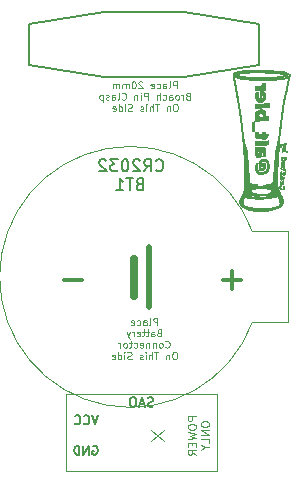
<source format=gbo>
G04 #@! TF.GenerationSoftware,KiCad,Pcbnew,9.0.2*
G04 #@! TF.CreationDate,2025-05-29T13:52:01-05:00*
G04 #@! TF.ProjectId,SAO_Pin,53414f5f-5069-46e2-9e6b-696361645f70,1*
G04 #@! TF.SameCoordinates,Original*
G04 #@! TF.FileFunction,Legend,Bot*
G04 #@! TF.FilePolarity,Positive*
%FSLAX46Y46*%
G04 Gerber Fmt 4.6, Leading zero omitted, Abs format (unit mm)*
G04 Created by KiCad (PCBNEW 9.0.2) date 2025-05-29 13:52:01*
%MOMM*%
%LPD*%
G01*
G04 APERTURE LIST*
%ADD10C,0.100000*%
%ADD11C,0.150000*%
%ADD12C,0.300000*%
%ADD13C,0.010000*%
%ADD14C,0.700000*%
%ADD15C,0.500000*%
%ADD16C,0.120000*%
%ADD17R,1.700000X1.700000*%
%ADD18C,1.700000*%
%ADD19C,2.200000*%
%ADD20R,1.727200X1.727200*%
%ADD21C,1.727200*%
%ADD22O,1.727200X1.727200*%
G04 APERTURE END LIST*
D10*
X142450000Y-76839439D02*
X142450000Y-76239439D01*
X142450000Y-76239439D02*
X142221429Y-76239439D01*
X142221429Y-76239439D02*
X142164286Y-76268010D01*
X142164286Y-76268010D02*
X142135715Y-76296582D01*
X142135715Y-76296582D02*
X142107143Y-76353725D01*
X142107143Y-76353725D02*
X142107143Y-76439439D01*
X142107143Y-76439439D02*
X142135715Y-76496582D01*
X142135715Y-76496582D02*
X142164286Y-76525153D01*
X142164286Y-76525153D02*
X142221429Y-76553725D01*
X142221429Y-76553725D02*
X142450000Y-76553725D01*
X141764286Y-76839439D02*
X141821429Y-76810868D01*
X141821429Y-76810868D02*
X141850000Y-76753725D01*
X141850000Y-76753725D02*
X141850000Y-76239439D01*
X141278572Y-76839439D02*
X141278572Y-76525153D01*
X141278572Y-76525153D02*
X141307143Y-76468010D01*
X141307143Y-76468010D02*
X141364286Y-76439439D01*
X141364286Y-76439439D02*
X141478572Y-76439439D01*
X141478572Y-76439439D02*
X141535714Y-76468010D01*
X141278572Y-76810868D02*
X141335714Y-76839439D01*
X141335714Y-76839439D02*
X141478572Y-76839439D01*
X141478572Y-76839439D02*
X141535714Y-76810868D01*
X141535714Y-76810868D02*
X141564286Y-76753725D01*
X141564286Y-76753725D02*
X141564286Y-76696582D01*
X141564286Y-76696582D02*
X141535714Y-76639439D01*
X141535714Y-76639439D02*
X141478572Y-76610868D01*
X141478572Y-76610868D02*
X141335714Y-76610868D01*
X141335714Y-76610868D02*
X141278572Y-76582296D01*
X140735715Y-76810868D02*
X140792857Y-76839439D01*
X140792857Y-76839439D02*
X140907143Y-76839439D01*
X140907143Y-76839439D02*
X140964286Y-76810868D01*
X140964286Y-76810868D02*
X140992857Y-76782296D01*
X140992857Y-76782296D02*
X141021429Y-76725153D01*
X141021429Y-76725153D02*
X141021429Y-76553725D01*
X141021429Y-76553725D02*
X140992857Y-76496582D01*
X140992857Y-76496582D02*
X140964286Y-76468010D01*
X140964286Y-76468010D02*
X140907143Y-76439439D01*
X140907143Y-76439439D02*
X140792857Y-76439439D01*
X140792857Y-76439439D02*
X140735715Y-76468010D01*
X140250000Y-76810868D02*
X140307143Y-76839439D01*
X140307143Y-76839439D02*
X140421429Y-76839439D01*
X140421429Y-76839439D02*
X140478571Y-76810868D01*
X140478571Y-76810868D02*
X140507143Y-76753725D01*
X140507143Y-76753725D02*
X140507143Y-76525153D01*
X140507143Y-76525153D02*
X140478571Y-76468010D01*
X140478571Y-76468010D02*
X140421429Y-76439439D01*
X140421429Y-76439439D02*
X140307143Y-76439439D01*
X140307143Y-76439439D02*
X140250000Y-76468010D01*
X140250000Y-76468010D02*
X140221429Y-76525153D01*
X140221429Y-76525153D02*
X140221429Y-76582296D01*
X140221429Y-76582296D02*
X140507143Y-76639439D01*
X139535714Y-76296582D02*
X139507142Y-76268010D01*
X139507142Y-76268010D02*
X139450000Y-76239439D01*
X139450000Y-76239439D02*
X139307142Y-76239439D01*
X139307142Y-76239439D02*
X139250000Y-76268010D01*
X139250000Y-76268010D02*
X139221428Y-76296582D01*
X139221428Y-76296582D02*
X139192857Y-76353725D01*
X139192857Y-76353725D02*
X139192857Y-76410868D01*
X139192857Y-76410868D02*
X139221428Y-76496582D01*
X139221428Y-76496582D02*
X139564285Y-76839439D01*
X139564285Y-76839439D02*
X139192857Y-76839439D01*
X138821428Y-76239439D02*
X138764285Y-76239439D01*
X138764285Y-76239439D02*
X138707142Y-76268010D01*
X138707142Y-76268010D02*
X138678571Y-76296582D01*
X138678571Y-76296582D02*
X138649999Y-76353725D01*
X138649999Y-76353725D02*
X138621428Y-76468010D01*
X138621428Y-76468010D02*
X138621428Y-76610868D01*
X138621428Y-76610868D02*
X138649999Y-76725153D01*
X138649999Y-76725153D02*
X138678571Y-76782296D01*
X138678571Y-76782296D02*
X138707142Y-76810868D01*
X138707142Y-76810868D02*
X138764285Y-76839439D01*
X138764285Y-76839439D02*
X138821428Y-76839439D01*
X138821428Y-76839439D02*
X138878571Y-76810868D01*
X138878571Y-76810868D02*
X138907142Y-76782296D01*
X138907142Y-76782296D02*
X138935713Y-76725153D01*
X138935713Y-76725153D02*
X138964285Y-76610868D01*
X138964285Y-76610868D02*
X138964285Y-76468010D01*
X138964285Y-76468010D02*
X138935713Y-76353725D01*
X138935713Y-76353725D02*
X138907142Y-76296582D01*
X138907142Y-76296582D02*
X138878571Y-76268010D01*
X138878571Y-76268010D02*
X138821428Y-76239439D01*
X138364284Y-76839439D02*
X138364284Y-76439439D01*
X138364284Y-76496582D02*
X138335713Y-76468010D01*
X138335713Y-76468010D02*
X138278570Y-76439439D01*
X138278570Y-76439439D02*
X138192856Y-76439439D01*
X138192856Y-76439439D02*
X138135713Y-76468010D01*
X138135713Y-76468010D02*
X138107142Y-76525153D01*
X138107142Y-76525153D02*
X138107142Y-76839439D01*
X138107142Y-76525153D02*
X138078570Y-76468010D01*
X138078570Y-76468010D02*
X138021427Y-76439439D01*
X138021427Y-76439439D02*
X137935713Y-76439439D01*
X137935713Y-76439439D02*
X137878570Y-76468010D01*
X137878570Y-76468010D02*
X137849999Y-76525153D01*
X137849999Y-76525153D02*
X137849999Y-76839439D01*
X137564284Y-76839439D02*
X137564284Y-76439439D01*
X137564284Y-76496582D02*
X137535713Y-76468010D01*
X137535713Y-76468010D02*
X137478570Y-76439439D01*
X137478570Y-76439439D02*
X137392856Y-76439439D01*
X137392856Y-76439439D02*
X137335713Y-76468010D01*
X137335713Y-76468010D02*
X137307142Y-76525153D01*
X137307142Y-76525153D02*
X137307142Y-76839439D01*
X137307142Y-76525153D02*
X137278570Y-76468010D01*
X137278570Y-76468010D02*
X137221427Y-76439439D01*
X137221427Y-76439439D02*
X137135713Y-76439439D01*
X137135713Y-76439439D02*
X137078570Y-76468010D01*
X137078570Y-76468010D02*
X137049999Y-76525153D01*
X137049999Y-76525153D02*
X137049999Y-76839439D01*
X143378570Y-77491119D02*
X143292856Y-77519691D01*
X143292856Y-77519691D02*
X143264285Y-77548262D01*
X143264285Y-77548262D02*
X143235713Y-77605405D01*
X143235713Y-77605405D02*
X143235713Y-77691119D01*
X143235713Y-77691119D02*
X143264285Y-77748262D01*
X143264285Y-77748262D02*
X143292856Y-77776834D01*
X143292856Y-77776834D02*
X143349999Y-77805405D01*
X143349999Y-77805405D02*
X143578570Y-77805405D01*
X143578570Y-77805405D02*
X143578570Y-77205405D01*
X143578570Y-77205405D02*
X143378570Y-77205405D01*
X143378570Y-77205405D02*
X143321428Y-77233976D01*
X143321428Y-77233976D02*
X143292856Y-77262548D01*
X143292856Y-77262548D02*
X143264285Y-77319691D01*
X143264285Y-77319691D02*
X143264285Y-77376834D01*
X143264285Y-77376834D02*
X143292856Y-77433976D01*
X143292856Y-77433976D02*
X143321428Y-77462548D01*
X143321428Y-77462548D02*
X143378570Y-77491119D01*
X143378570Y-77491119D02*
X143578570Y-77491119D01*
X142978570Y-77805405D02*
X142978570Y-77405405D01*
X142978570Y-77519691D02*
X142949999Y-77462548D01*
X142949999Y-77462548D02*
X142921428Y-77433976D01*
X142921428Y-77433976D02*
X142864285Y-77405405D01*
X142864285Y-77405405D02*
X142807142Y-77405405D01*
X142521427Y-77805405D02*
X142578570Y-77776834D01*
X142578570Y-77776834D02*
X142607141Y-77748262D01*
X142607141Y-77748262D02*
X142635713Y-77691119D01*
X142635713Y-77691119D02*
X142635713Y-77519691D01*
X142635713Y-77519691D02*
X142607141Y-77462548D01*
X142607141Y-77462548D02*
X142578570Y-77433976D01*
X142578570Y-77433976D02*
X142521427Y-77405405D01*
X142521427Y-77405405D02*
X142435713Y-77405405D01*
X142435713Y-77405405D02*
X142378570Y-77433976D01*
X142378570Y-77433976D02*
X142349999Y-77462548D01*
X142349999Y-77462548D02*
X142321427Y-77519691D01*
X142321427Y-77519691D02*
X142321427Y-77691119D01*
X142321427Y-77691119D02*
X142349999Y-77748262D01*
X142349999Y-77748262D02*
X142378570Y-77776834D01*
X142378570Y-77776834D02*
X142435713Y-77805405D01*
X142435713Y-77805405D02*
X142521427Y-77805405D01*
X141807142Y-77805405D02*
X141807142Y-77491119D01*
X141807142Y-77491119D02*
X141835713Y-77433976D01*
X141835713Y-77433976D02*
X141892856Y-77405405D01*
X141892856Y-77405405D02*
X142007142Y-77405405D01*
X142007142Y-77405405D02*
X142064284Y-77433976D01*
X141807142Y-77776834D02*
X141864284Y-77805405D01*
X141864284Y-77805405D02*
X142007142Y-77805405D01*
X142007142Y-77805405D02*
X142064284Y-77776834D01*
X142064284Y-77776834D02*
X142092856Y-77719691D01*
X142092856Y-77719691D02*
X142092856Y-77662548D01*
X142092856Y-77662548D02*
X142064284Y-77605405D01*
X142064284Y-77605405D02*
X142007142Y-77576834D01*
X142007142Y-77576834D02*
X141864284Y-77576834D01*
X141864284Y-77576834D02*
X141807142Y-77548262D01*
X141264285Y-77776834D02*
X141321427Y-77805405D01*
X141321427Y-77805405D02*
X141435713Y-77805405D01*
X141435713Y-77805405D02*
X141492856Y-77776834D01*
X141492856Y-77776834D02*
X141521427Y-77748262D01*
X141521427Y-77748262D02*
X141549999Y-77691119D01*
X141549999Y-77691119D02*
X141549999Y-77519691D01*
X141549999Y-77519691D02*
X141521427Y-77462548D01*
X141521427Y-77462548D02*
X141492856Y-77433976D01*
X141492856Y-77433976D02*
X141435713Y-77405405D01*
X141435713Y-77405405D02*
X141321427Y-77405405D01*
X141321427Y-77405405D02*
X141264285Y-77433976D01*
X141007141Y-77805405D02*
X141007141Y-77205405D01*
X140749999Y-77805405D02*
X140749999Y-77491119D01*
X140749999Y-77491119D02*
X140778570Y-77433976D01*
X140778570Y-77433976D02*
X140835713Y-77405405D01*
X140835713Y-77405405D02*
X140921427Y-77405405D01*
X140921427Y-77405405D02*
X140978570Y-77433976D01*
X140978570Y-77433976D02*
X141007141Y-77462548D01*
X140007141Y-77805405D02*
X140007141Y-77205405D01*
X140007141Y-77205405D02*
X139778570Y-77205405D01*
X139778570Y-77205405D02*
X139721427Y-77233976D01*
X139721427Y-77233976D02*
X139692856Y-77262548D01*
X139692856Y-77262548D02*
X139664284Y-77319691D01*
X139664284Y-77319691D02*
X139664284Y-77405405D01*
X139664284Y-77405405D02*
X139692856Y-77462548D01*
X139692856Y-77462548D02*
X139721427Y-77491119D01*
X139721427Y-77491119D02*
X139778570Y-77519691D01*
X139778570Y-77519691D02*
X140007141Y-77519691D01*
X139407141Y-77805405D02*
X139407141Y-77405405D01*
X139407141Y-77205405D02*
X139435713Y-77233976D01*
X139435713Y-77233976D02*
X139407141Y-77262548D01*
X139407141Y-77262548D02*
X139378570Y-77233976D01*
X139378570Y-77233976D02*
X139407141Y-77205405D01*
X139407141Y-77205405D02*
X139407141Y-77262548D01*
X139121427Y-77405405D02*
X139121427Y-77805405D01*
X139121427Y-77462548D02*
X139092856Y-77433976D01*
X139092856Y-77433976D02*
X139035713Y-77405405D01*
X139035713Y-77405405D02*
X138949999Y-77405405D01*
X138949999Y-77405405D02*
X138892856Y-77433976D01*
X138892856Y-77433976D02*
X138864285Y-77491119D01*
X138864285Y-77491119D02*
X138864285Y-77805405D01*
X137778570Y-77748262D02*
X137807142Y-77776834D01*
X137807142Y-77776834D02*
X137892856Y-77805405D01*
X137892856Y-77805405D02*
X137949999Y-77805405D01*
X137949999Y-77805405D02*
X138035713Y-77776834D01*
X138035713Y-77776834D02*
X138092856Y-77719691D01*
X138092856Y-77719691D02*
X138121427Y-77662548D01*
X138121427Y-77662548D02*
X138149999Y-77548262D01*
X138149999Y-77548262D02*
X138149999Y-77462548D01*
X138149999Y-77462548D02*
X138121427Y-77348262D01*
X138121427Y-77348262D02*
X138092856Y-77291119D01*
X138092856Y-77291119D02*
X138035713Y-77233976D01*
X138035713Y-77233976D02*
X137949999Y-77205405D01*
X137949999Y-77205405D02*
X137892856Y-77205405D01*
X137892856Y-77205405D02*
X137807142Y-77233976D01*
X137807142Y-77233976D02*
X137778570Y-77262548D01*
X137435713Y-77805405D02*
X137492856Y-77776834D01*
X137492856Y-77776834D02*
X137521427Y-77719691D01*
X137521427Y-77719691D02*
X137521427Y-77205405D01*
X136949999Y-77805405D02*
X136949999Y-77491119D01*
X136949999Y-77491119D02*
X136978570Y-77433976D01*
X136978570Y-77433976D02*
X137035713Y-77405405D01*
X137035713Y-77405405D02*
X137149999Y-77405405D01*
X137149999Y-77405405D02*
X137207141Y-77433976D01*
X136949999Y-77776834D02*
X137007141Y-77805405D01*
X137007141Y-77805405D02*
X137149999Y-77805405D01*
X137149999Y-77805405D02*
X137207141Y-77776834D01*
X137207141Y-77776834D02*
X137235713Y-77719691D01*
X137235713Y-77719691D02*
X137235713Y-77662548D01*
X137235713Y-77662548D02*
X137207141Y-77605405D01*
X137207141Y-77605405D02*
X137149999Y-77576834D01*
X137149999Y-77576834D02*
X137007141Y-77576834D01*
X137007141Y-77576834D02*
X136949999Y-77548262D01*
X136692856Y-77776834D02*
X136635713Y-77805405D01*
X136635713Y-77805405D02*
X136521427Y-77805405D01*
X136521427Y-77805405D02*
X136464284Y-77776834D01*
X136464284Y-77776834D02*
X136435713Y-77719691D01*
X136435713Y-77719691D02*
X136435713Y-77691119D01*
X136435713Y-77691119D02*
X136464284Y-77633976D01*
X136464284Y-77633976D02*
X136521427Y-77605405D01*
X136521427Y-77605405D02*
X136607142Y-77605405D01*
X136607142Y-77605405D02*
X136664284Y-77576834D01*
X136664284Y-77576834D02*
X136692856Y-77519691D01*
X136692856Y-77519691D02*
X136692856Y-77491119D01*
X136692856Y-77491119D02*
X136664284Y-77433976D01*
X136664284Y-77433976D02*
X136607142Y-77405405D01*
X136607142Y-77405405D02*
X136521427Y-77405405D01*
X136521427Y-77405405D02*
X136464284Y-77433976D01*
X136178570Y-77405405D02*
X136178570Y-78005405D01*
X136178570Y-77433976D02*
X136121428Y-77405405D01*
X136121428Y-77405405D02*
X136007142Y-77405405D01*
X136007142Y-77405405D02*
X135949999Y-77433976D01*
X135949999Y-77433976D02*
X135921428Y-77462548D01*
X135921428Y-77462548D02*
X135892856Y-77519691D01*
X135892856Y-77519691D02*
X135892856Y-77691119D01*
X135892856Y-77691119D02*
X135921428Y-77748262D01*
X135921428Y-77748262D02*
X135949999Y-77776834D01*
X135949999Y-77776834D02*
X136007142Y-77805405D01*
X136007142Y-77805405D02*
X136121428Y-77805405D01*
X136121428Y-77805405D02*
X136178570Y-77776834D01*
X142378571Y-78171371D02*
X142264285Y-78171371D01*
X142264285Y-78171371D02*
X142207142Y-78199942D01*
X142207142Y-78199942D02*
X142149999Y-78257085D01*
X142149999Y-78257085D02*
X142121428Y-78371371D01*
X142121428Y-78371371D02*
X142121428Y-78571371D01*
X142121428Y-78571371D02*
X142149999Y-78685657D01*
X142149999Y-78685657D02*
X142207142Y-78742800D01*
X142207142Y-78742800D02*
X142264285Y-78771371D01*
X142264285Y-78771371D02*
X142378571Y-78771371D01*
X142378571Y-78771371D02*
X142435714Y-78742800D01*
X142435714Y-78742800D02*
X142492856Y-78685657D01*
X142492856Y-78685657D02*
X142521428Y-78571371D01*
X142521428Y-78571371D02*
X142521428Y-78371371D01*
X142521428Y-78371371D02*
X142492856Y-78257085D01*
X142492856Y-78257085D02*
X142435714Y-78199942D01*
X142435714Y-78199942D02*
X142378571Y-78171371D01*
X141864285Y-78371371D02*
X141864285Y-78771371D01*
X141864285Y-78428514D02*
X141835714Y-78399942D01*
X141835714Y-78399942D02*
X141778571Y-78371371D01*
X141778571Y-78371371D02*
X141692857Y-78371371D01*
X141692857Y-78371371D02*
X141635714Y-78399942D01*
X141635714Y-78399942D02*
X141607143Y-78457085D01*
X141607143Y-78457085D02*
X141607143Y-78771371D01*
X140950000Y-78171371D02*
X140607143Y-78171371D01*
X140778571Y-78771371D02*
X140778571Y-78171371D01*
X140407142Y-78771371D02*
X140407142Y-78171371D01*
X140150000Y-78771371D02*
X140150000Y-78457085D01*
X140150000Y-78457085D02*
X140178571Y-78399942D01*
X140178571Y-78399942D02*
X140235714Y-78371371D01*
X140235714Y-78371371D02*
X140321428Y-78371371D01*
X140321428Y-78371371D02*
X140378571Y-78399942D01*
X140378571Y-78399942D02*
X140407142Y-78428514D01*
X139864285Y-78771371D02*
X139864285Y-78371371D01*
X139864285Y-78171371D02*
X139892857Y-78199942D01*
X139892857Y-78199942D02*
X139864285Y-78228514D01*
X139864285Y-78228514D02*
X139835714Y-78199942D01*
X139835714Y-78199942D02*
X139864285Y-78171371D01*
X139864285Y-78171371D02*
X139864285Y-78228514D01*
X139607143Y-78742800D02*
X139550000Y-78771371D01*
X139550000Y-78771371D02*
X139435714Y-78771371D01*
X139435714Y-78771371D02*
X139378571Y-78742800D01*
X139378571Y-78742800D02*
X139350000Y-78685657D01*
X139350000Y-78685657D02*
X139350000Y-78657085D01*
X139350000Y-78657085D02*
X139378571Y-78599942D01*
X139378571Y-78599942D02*
X139435714Y-78571371D01*
X139435714Y-78571371D02*
X139521429Y-78571371D01*
X139521429Y-78571371D02*
X139578571Y-78542800D01*
X139578571Y-78542800D02*
X139607143Y-78485657D01*
X139607143Y-78485657D02*
X139607143Y-78457085D01*
X139607143Y-78457085D02*
X139578571Y-78399942D01*
X139578571Y-78399942D02*
X139521429Y-78371371D01*
X139521429Y-78371371D02*
X139435714Y-78371371D01*
X139435714Y-78371371D02*
X139378571Y-78399942D01*
X138664286Y-78742800D02*
X138578572Y-78771371D01*
X138578572Y-78771371D02*
X138435714Y-78771371D01*
X138435714Y-78771371D02*
X138378572Y-78742800D01*
X138378572Y-78742800D02*
X138350000Y-78714228D01*
X138350000Y-78714228D02*
X138321429Y-78657085D01*
X138321429Y-78657085D02*
X138321429Y-78599942D01*
X138321429Y-78599942D02*
X138350000Y-78542800D01*
X138350000Y-78542800D02*
X138378572Y-78514228D01*
X138378572Y-78514228D02*
X138435714Y-78485657D01*
X138435714Y-78485657D02*
X138550000Y-78457085D01*
X138550000Y-78457085D02*
X138607143Y-78428514D01*
X138607143Y-78428514D02*
X138635714Y-78399942D01*
X138635714Y-78399942D02*
X138664286Y-78342800D01*
X138664286Y-78342800D02*
X138664286Y-78285657D01*
X138664286Y-78285657D02*
X138635714Y-78228514D01*
X138635714Y-78228514D02*
X138607143Y-78199942D01*
X138607143Y-78199942D02*
X138550000Y-78171371D01*
X138550000Y-78171371D02*
X138407143Y-78171371D01*
X138407143Y-78171371D02*
X138321429Y-78199942D01*
X138064285Y-78771371D02*
X138064285Y-78371371D01*
X138064285Y-78171371D02*
X138092857Y-78199942D01*
X138092857Y-78199942D02*
X138064285Y-78228514D01*
X138064285Y-78228514D02*
X138035714Y-78199942D01*
X138035714Y-78199942D02*
X138064285Y-78171371D01*
X138064285Y-78171371D02*
X138064285Y-78228514D01*
X137521429Y-78771371D02*
X137521429Y-78171371D01*
X137521429Y-78742800D02*
X137578571Y-78771371D01*
X137578571Y-78771371D02*
X137692857Y-78771371D01*
X137692857Y-78771371D02*
X137750000Y-78742800D01*
X137750000Y-78742800D02*
X137778571Y-78714228D01*
X137778571Y-78714228D02*
X137807143Y-78657085D01*
X137807143Y-78657085D02*
X137807143Y-78485657D01*
X137807143Y-78485657D02*
X137778571Y-78428514D01*
X137778571Y-78428514D02*
X137750000Y-78399942D01*
X137750000Y-78399942D02*
X137692857Y-78371371D01*
X137692857Y-78371371D02*
X137578571Y-78371371D01*
X137578571Y-78371371D02*
X137521429Y-78399942D01*
X137007143Y-78742800D02*
X137064286Y-78771371D01*
X137064286Y-78771371D02*
X137178572Y-78771371D01*
X137178572Y-78771371D02*
X137235714Y-78742800D01*
X137235714Y-78742800D02*
X137264286Y-78685657D01*
X137264286Y-78685657D02*
X137264286Y-78457085D01*
X137264286Y-78457085D02*
X137235714Y-78399942D01*
X137235714Y-78399942D02*
X137178572Y-78371371D01*
X137178572Y-78371371D02*
X137064286Y-78371371D01*
X137064286Y-78371371D02*
X137007143Y-78399942D01*
X137007143Y-78399942D02*
X136978572Y-78457085D01*
X136978572Y-78457085D02*
X136978572Y-78514228D01*
X136978572Y-78514228D02*
X137264286Y-78571371D01*
X140799999Y-96873473D02*
X140799999Y-96273473D01*
X140799999Y-96273473D02*
X140571428Y-96273473D01*
X140571428Y-96273473D02*
X140514285Y-96302044D01*
X140514285Y-96302044D02*
X140485714Y-96330616D01*
X140485714Y-96330616D02*
X140457142Y-96387759D01*
X140457142Y-96387759D02*
X140457142Y-96473473D01*
X140457142Y-96473473D02*
X140485714Y-96530616D01*
X140485714Y-96530616D02*
X140514285Y-96559187D01*
X140514285Y-96559187D02*
X140571428Y-96587759D01*
X140571428Y-96587759D02*
X140799999Y-96587759D01*
X140114285Y-96873473D02*
X140171428Y-96844902D01*
X140171428Y-96844902D02*
X140199999Y-96787759D01*
X140199999Y-96787759D02*
X140199999Y-96273473D01*
X139628571Y-96873473D02*
X139628571Y-96559187D01*
X139628571Y-96559187D02*
X139657142Y-96502044D01*
X139657142Y-96502044D02*
X139714285Y-96473473D01*
X139714285Y-96473473D02*
X139828571Y-96473473D01*
X139828571Y-96473473D02*
X139885713Y-96502044D01*
X139628571Y-96844902D02*
X139685713Y-96873473D01*
X139685713Y-96873473D02*
X139828571Y-96873473D01*
X139828571Y-96873473D02*
X139885713Y-96844902D01*
X139885713Y-96844902D02*
X139914285Y-96787759D01*
X139914285Y-96787759D02*
X139914285Y-96730616D01*
X139914285Y-96730616D02*
X139885713Y-96673473D01*
X139885713Y-96673473D02*
X139828571Y-96644902D01*
X139828571Y-96644902D02*
X139685713Y-96644902D01*
X139685713Y-96644902D02*
X139628571Y-96616330D01*
X139085714Y-96844902D02*
X139142856Y-96873473D01*
X139142856Y-96873473D02*
X139257142Y-96873473D01*
X139257142Y-96873473D02*
X139314285Y-96844902D01*
X139314285Y-96844902D02*
X139342856Y-96816330D01*
X139342856Y-96816330D02*
X139371428Y-96759187D01*
X139371428Y-96759187D02*
X139371428Y-96587759D01*
X139371428Y-96587759D02*
X139342856Y-96530616D01*
X139342856Y-96530616D02*
X139314285Y-96502044D01*
X139314285Y-96502044D02*
X139257142Y-96473473D01*
X139257142Y-96473473D02*
X139142856Y-96473473D01*
X139142856Y-96473473D02*
X139085714Y-96502044D01*
X138599999Y-96844902D02*
X138657142Y-96873473D01*
X138657142Y-96873473D02*
X138771428Y-96873473D01*
X138771428Y-96873473D02*
X138828570Y-96844902D01*
X138828570Y-96844902D02*
X138857142Y-96787759D01*
X138857142Y-96787759D02*
X138857142Y-96559187D01*
X138857142Y-96559187D02*
X138828570Y-96502044D01*
X138828570Y-96502044D02*
X138771428Y-96473473D01*
X138771428Y-96473473D02*
X138657142Y-96473473D01*
X138657142Y-96473473D02*
X138599999Y-96502044D01*
X138599999Y-96502044D02*
X138571428Y-96559187D01*
X138571428Y-96559187D02*
X138571428Y-96616330D01*
X138571428Y-96616330D02*
X138857142Y-96673473D01*
X140942856Y-97525153D02*
X140857142Y-97553725D01*
X140857142Y-97553725D02*
X140828571Y-97582296D01*
X140828571Y-97582296D02*
X140799999Y-97639439D01*
X140799999Y-97639439D02*
X140799999Y-97725153D01*
X140799999Y-97725153D02*
X140828571Y-97782296D01*
X140828571Y-97782296D02*
X140857142Y-97810868D01*
X140857142Y-97810868D02*
X140914285Y-97839439D01*
X140914285Y-97839439D02*
X141142856Y-97839439D01*
X141142856Y-97839439D02*
X141142856Y-97239439D01*
X141142856Y-97239439D02*
X140942856Y-97239439D01*
X140942856Y-97239439D02*
X140885714Y-97268010D01*
X140885714Y-97268010D02*
X140857142Y-97296582D01*
X140857142Y-97296582D02*
X140828571Y-97353725D01*
X140828571Y-97353725D02*
X140828571Y-97410868D01*
X140828571Y-97410868D02*
X140857142Y-97468010D01*
X140857142Y-97468010D02*
X140885714Y-97496582D01*
X140885714Y-97496582D02*
X140942856Y-97525153D01*
X140942856Y-97525153D02*
X141142856Y-97525153D01*
X140285714Y-97839439D02*
X140285714Y-97525153D01*
X140285714Y-97525153D02*
X140314285Y-97468010D01*
X140314285Y-97468010D02*
X140371428Y-97439439D01*
X140371428Y-97439439D02*
X140485714Y-97439439D01*
X140485714Y-97439439D02*
X140542856Y-97468010D01*
X140285714Y-97810868D02*
X140342856Y-97839439D01*
X140342856Y-97839439D02*
X140485714Y-97839439D01*
X140485714Y-97839439D02*
X140542856Y-97810868D01*
X140542856Y-97810868D02*
X140571428Y-97753725D01*
X140571428Y-97753725D02*
X140571428Y-97696582D01*
X140571428Y-97696582D02*
X140542856Y-97639439D01*
X140542856Y-97639439D02*
X140485714Y-97610868D01*
X140485714Y-97610868D02*
X140342856Y-97610868D01*
X140342856Y-97610868D02*
X140285714Y-97582296D01*
X140085714Y-97439439D02*
X139857142Y-97439439D01*
X139999999Y-97239439D02*
X139999999Y-97753725D01*
X139999999Y-97753725D02*
X139971428Y-97810868D01*
X139971428Y-97810868D02*
X139914285Y-97839439D01*
X139914285Y-97839439D02*
X139857142Y-97839439D01*
X139742857Y-97439439D02*
X139514285Y-97439439D01*
X139657142Y-97239439D02*
X139657142Y-97753725D01*
X139657142Y-97753725D02*
X139628571Y-97810868D01*
X139628571Y-97810868D02*
X139571428Y-97839439D01*
X139571428Y-97839439D02*
X139514285Y-97839439D01*
X139085714Y-97810868D02*
X139142857Y-97839439D01*
X139142857Y-97839439D02*
X139257143Y-97839439D01*
X139257143Y-97839439D02*
X139314285Y-97810868D01*
X139314285Y-97810868D02*
X139342857Y-97753725D01*
X139342857Y-97753725D02*
X139342857Y-97525153D01*
X139342857Y-97525153D02*
X139314285Y-97468010D01*
X139314285Y-97468010D02*
X139257143Y-97439439D01*
X139257143Y-97439439D02*
X139142857Y-97439439D01*
X139142857Y-97439439D02*
X139085714Y-97468010D01*
X139085714Y-97468010D02*
X139057143Y-97525153D01*
X139057143Y-97525153D02*
X139057143Y-97582296D01*
X139057143Y-97582296D02*
X139342857Y-97639439D01*
X138799999Y-97839439D02*
X138799999Y-97439439D01*
X138799999Y-97553725D02*
X138771428Y-97496582D01*
X138771428Y-97496582D02*
X138742857Y-97468010D01*
X138742857Y-97468010D02*
X138685714Y-97439439D01*
X138685714Y-97439439D02*
X138628571Y-97439439D01*
X138485713Y-97439439D02*
X138342856Y-97839439D01*
X138199999Y-97439439D02*
X138342856Y-97839439D01*
X138342856Y-97839439D02*
X138399999Y-97982296D01*
X138399999Y-97982296D02*
X138428570Y-98010868D01*
X138428570Y-98010868D02*
X138485713Y-98039439D01*
X141471428Y-98748262D02*
X141500000Y-98776834D01*
X141500000Y-98776834D02*
X141585714Y-98805405D01*
X141585714Y-98805405D02*
X141642857Y-98805405D01*
X141642857Y-98805405D02*
X141728571Y-98776834D01*
X141728571Y-98776834D02*
X141785714Y-98719691D01*
X141785714Y-98719691D02*
X141814285Y-98662548D01*
X141814285Y-98662548D02*
X141842857Y-98548262D01*
X141842857Y-98548262D02*
X141842857Y-98462548D01*
X141842857Y-98462548D02*
X141814285Y-98348262D01*
X141814285Y-98348262D02*
X141785714Y-98291119D01*
X141785714Y-98291119D02*
X141728571Y-98233976D01*
X141728571Y-98233976D02*
X141642857Y-98205405D01*
X141642857Y-98205405D02*
X141585714Y-98205405D01*
X141585714Y-98205405D02*
X141500000Y-98233976D01*
X141500000Y-98233976D02*
X141471428Y-98262548D01*
X141128571Y-98805405D02*
X141185714Y-98776834D01*
X141185714Y-98776834D02*
X141214285Y-98748262D01*
X141214285Y-98748262D02*
X141242857Y-98691119D01*
X141242857Y-98691119D02*
X141242857Y-98519691D01*
X141242857Y-98519691D02*
X141214285Y-98462548D01*
X141214285Y-98462548D02*
X141185714Y-98433976D01*
X141185714Y-98433976D02*
X141128571Y-98405405D01*
X141128571Y-98405405D02*
X141042857Y-98405405D01*
X141042857Y-98405405D02*
X140985714Y-98433976D01*
X140985714Y-98433976D02*
X140957143Y-98462548D01*
X140957143Y-98462548D02*
X140928571Y-98519691D01*
X140928571Y-98519691D02*
X140928571Y-98691119D01*
X140928571Y-98691119D02*
X140957143Y-98748262D01*
X140957143Y-98748262D02*
X140985714Y-98776834D01*
X140985714Y-98776834D02*
X141042857Y-98805405D01*
X141042857Y-98805405D02*
X141128571Y-98805405D01*
X140671428Y-98405405D02*
X140671428Y-98805405D01*
X140671428Y-98462548D02*
X140642857Y-98433976D01*
X140642857Y-98433976D02*
X140585714Y-98405405D01*
X140585714Y-98405405D02*
X140500000Y-98405405D01*
X140500000Y-98405405D02*
X140442857Y-98433976D01*
X140442857Y-98433976D02*
X140414286Y-98491119D01*
X140414286Y-98491119D02*
X140414286Y-98805405D01*
X140128571Y-98405405D02*
X140128571Y-98805405D01*
X140128571Y-98462548D02*
X140100000Y-98433976D01*
X140100000Y-98433976D02*
X140042857Y-98405405D01*
X140042857Y-98405405D02*
X139957143Y-98405405D01*
X139957143Y-98405405D02*
X139900000Y-98433976D01*
X139900000Y-98433976D02*
X139871429Y-98491119D01*
X139871429Y-98491119D02*
X139871429Y-98805405D01*
X139357143Y-98776834D02*
X139414286Y-98805405D01*
X139414286Y-98805405D02*
X139528572Y-98805405D01*
X139528572Y-98805405D02*
X139585714Y-98776834D01*
X139585714Y-98776834D02*
X139614286Y-98719691D01*
X139614286Y-98719691D02*
X139614286Y-98491119D01*
X139614286Y-98491119D02*
X139585714Y-98433976D01*
X139585714Y-98433976D02*
X139528572Y-98405405D01*
X139528572Y-98405405D02*
X139414286Y-98405405D01*
X139414286Y-98405405D02*
X139357143Y-98433976D01*
X139357143Y-98433976D02*
X139328572Y-98491119D01*
X139328572Y-98491119D02*
X139328572Y-98548262D01*
X139328572Y-98548262D02*
X139614286Y-98605405D01*
X138814286Y-98776834D02*
X138871428Y-98805405D01*
X138871428Y-98805405D02*
X138985714Y-98805405D01*
X138985714Y-98805405D02*
X139042857Y-98776834D01*
X139042857Y-98776834D02*
X139071428Y-98748262D01*
X139071428Y-98748262D02*
X139100000Y-98691119D01*
X139100000Y-98691119D02*
X139100000Y-98519691D01*
X139100000Y-98519691D02*
X139071428Y-98462548D01*
X139071428Y-98462548D02*
X139042857Y-98433976D01*
X139042857Y-98433976D02*
X138985714Y-98405405D01*
X138985714Y-98405405D02*
X138871428Y-98405405D01*
X138871428Y-98405405D02*
X138814286Y-98433976D01*
X138642857Y-98405405D02*
X138414285Y-98405405D01*
X138557142Y-98205405D02*
X138557142Y-98719691D01*
X138557142Y-98719691D02*
X138528571Y-98776834D01*
X138528571Y-98776834D02*
X138471428Y-98805405D01*
X138471428Y-98805405D02*
X138414285Y-98805405D01*
X138128571Y-98805405D02*
X138185714Y-98776834D01*
X138185714Y-98776834D02*
X138214285Y-98748262D01*
X138214285Y-98748262D02*
X138242857Y-98691119D01*
X138242857Y-98691119D02*
X138242857Y-98519691D01*
X138242857Y-98519691D02*
X138214285Y-98462548D01*
X138214285Y-98462548D02*
X138185714Y-98433976D01*
X138185714Y-98433976D02*
X138128571Y-98405405D01*
X138128571Y-98405405D02*
X138042857Y-98405405D01*
X138042857Y-98405405D02*
X137985714Y-98433976D01*
X137985714Y-98433976D02*
X137957143Y-98462548D01*
X137957143Y-98462548D02*
X137928571Y-98519691D01*
X137928571Y-98519691D02*
X137928571Y-98691119D01*
X137928571Y-98691119D02*
X137957143Y-98748262D01*
X137957143Y-98748262D02*
X137985714Y-98776834D01*
X137985714Y-98776834D02*
X138042857Y-98805405D01*
X138042857Y-98805405D02*
X138128571Y-98805405D01*
X137671428Y-98805405D02*
X137671428Y-98405405D01*
X137671428Y-98519691D02*
X137642857Y-98462548D01*
X137642857Y-98462548D02*
X137614286Y-98433976D01*
X137614286Y-98433976D02*
X137557143Y-98405405D01*
X137557143Y-98405405D02*
X137500000Y-98405405D01*
X142328571Y-99171371D02*
X142214285Y-99171371D01*
X142214285Y-99171371D02*
X142157142Y-99199942D01*
X142157142Y-99199942D02*
X142099999Y-99257085D01*
X142099999Y-99257085D02*
X142071428Y-99371371D01*
X142071428Y-99371371D02*
X142071428Y-99571371D01*
X142071428Y-99571371D02*
X142099999Y-99685657D01*
X142099999Y-99685657D02*
X142157142Y-99742800D01*
X142157142Y-99742800D02*
X142214285Y-99771371D01*
X142214285Y-99771371D02*
X142328571Y-99771371D01*
X142328571Y-99771371D02*
X142385714Y-99742800D01*
X142385714Y-99742800D02*
X142442856Y-99685657D01*
X142442856Y-99685657D02*
X142471428Y-99571371D01*
X142471428Y-99571371D02*
X142471428Y-99371371D01*
X142471428Y-99371371D02*
X142442856Y-99257085D01*
X142442856Y-99257085D02*
X142385714Y-99199942D01*
X142385714Y-99199942D02*
X142328571Y-99171371D01*
X141814285Y-99371371D02*
X141814285Y-99771371D01*
X141814285Y-99428514D02*
X141785714Y-99399942D01*
X141785714Y-99399942D02*
X141728571Y-99371371D01*
X141728571Y-99371371D02*
X141642857Y-99371371D01*
X141642857Y-99371371D02*
X141585714Y-99399942D01*
X141585714Y-99399942D02*
X141557143Y-99457085D01*
X141557143Y-99457085D02*
X141557143Y-99771371D01*
X140900000Y-99171371D02*
X140557143Y-99171371D01*
X140728571Y-99771371D02*
X140728571Y-99171371D01*
X140357142Y-99771371D02*
X140357142Y-99171371D01*
X140100000Y-99771371D02*
X140100000Y-99457085D01*
X140100000Y-99457085D02*
X140128571Y-99399942D01*
X140128571Y-99399942D02*
X140185714Y-99371371D01*
X140185714Y-99371371D02*
X140271428Y-99371371D01*
X140271428Y-99371371D02*
X140328571Y-99399942D01*
X140328571Y-99399942D02*
X140357142Y-99428514D01*
X139814285Y-99771371D02*
X139814285Y-99371371D01*
X139814285Y-99171371D02*
X139842857Y-99199942D01*
X139842857Y-99199942D02*
X139814285Y-99228514D01*
X139814285Y-99228514D02*
X139785714Y-99199942D01*
X139785714Y-99199942D02*
X139814285Y-99171371D01*
X139814285Y-99171371D02*
X139814285Y-99228514D01*
X139557143Y-99742800D02*
X139500000Y-99771371D01*
X139500000Y-99771371D02*
X139385714Y-99771371D01*
X139385714Y-99771371D02*
X139328571Y-99742800D01*
X139328571Y-99742800D02*
X139300000Y-99685657D01*
X139300000Y-99685657D02*
X139300000Y-99657085D01*
X139300000Y-99657085D02*
X139328571Y-99599942D01*
X139328571Y-99599942D02*
X139385714Y-99571371D01*
X139385714Y-99571371D02*
X139471429Y-99571371D01*
X139471429Y-99571371D02*
X139528571Y-99542800D01*
X139528571Y-99542800D02*
X139557143Y-99485657D01*
X139557143Y-99485657D02*
X139557143Y-99457085D01*
X139557143Y-99457085D02*
X139528571Y-99399942D01*
X139528571Y-99399942D02*
X139471429Y-99371371D01*
X139471429Y-99371371D02*
X139385714Y-99371371D01*
X139385714Y-99371371D02*
X139328571Y-99399942D01*
X138614286Y-99742800D02*
X138528572Y-99771371D01*
X138528572Y-99771371D02*
X138385714Y-99771371D01*
X138385714Y-99771371D02*
X138328572Y-99742800D01*
X138328572Y-99742800D02*
X138300000Y-99714228D01*
X138300000Y-99714228D02*
X138271429Y-99657085D01*
X138271429Y-99657085D02*
X138271429Y-99599942D01*
X138271429Y-99599942D02*
X138300000Y-99542800D01*
X138300000Y-99542800D02*
X138328572Y-99514228D01*
X138328572Y-99514228D02*
X138385714Y-99485657D01*
X138385714Y-99485657D02*
X138500000Y-99457085D01*
X138500000Y-99457085D02*
X138557143Y-99428514D01*
X138557143Y-99428514D02*
X138585714Y-99399942D01*
X138585714Y-99399942D02*
X138614286Y-99342800D01*
X138614286Y-99342800D02*
X138614286Y-99285657D01*
X138614286Y-99285657D02*
X138585714Y-99228514D01*
X138585714Y-99228514D02*
X138557143Y-99199942D01*
X138557143Y-99199942D02*
X138500000Y-99171371D01*
X138500000Y-99171371D02*
X138357143Y-99171371D01*
X138357143Y-99171371D02*
X138271429Y-99199942D01*
X138014285Y-99771371D02*
X138014285Y-99371371D01*
X138014285Y-99171371D02*
X138042857Y-99199942D01*
X138042857Y-99199942D02*
X138014285Y-99228514D01*
X138014285Y-99228514D02*
X137985714Y-99199942D01*
X137985714Y-99199942D02*
X138014285Y-99171371D01*
X138014285Y-99171371D02*
X138014285Y-99228514D01*
X137471429Y-99771371D02*
X137471429Y-99171371D01*
X137471429Y-99742800D02*
X137528571Y-99771371D01*
X137528571Y-99771371D02*
X137642857Y-99771371D01*
X137642857Y-99771371D02*
X137700000Y-99742800D01*
X137700000Y-99742800D02*
X137728571Y-99714228D01*
X137728571Y-99714228D02*
X137757143Y-99657085D01*
X137757143Y-99657085D02*
X137757143Y-99485657D01*
X137757143Y-99485657D02*
X137728571Y-99428514D01*
X137728571Y-99428514D02*
X137700000Y-99399942D01*
X137700000Y-99399942D02*
X137642857Y-99371371D01*
X137642857Y-99371371D02*
X137528571Y-99371371D01*
X137528571Y-99371371D02*
X137471429Y-99399942D01*
X136957143Y-99742800D02*
X137014286Y-99771371D01*
X137014286Y-99771371D02*
X137128572Y-99771371D01*
X137128572Y-99771371D02*
X137185714Y-99742800D01*
X137185714Y-99742800D02*
X137214286Y-99685657D01*
X137214286Y-99685657D02*
X137214286Y-99457085D01*
X137214286Y-99457085D02*
X137185714Y-99399942D01*
X137185714Y-99399942D02*
X137128572Y-99371371D01*
X137128572Y-99371371D02*
X137014286Y-99371371D01*
X137014286Y-99371371D02*
X136957143Y-99399942D01*
X136957143Y-99399942D02*
X136928572Y-99457085D01*
X136928572Y-99457085D02*
X136928572Y-99514228D01*
X136928572Y-99514228D02*
X137214286Y-99571371D01*
D11*
X139285714Y-84931009D02*
X139142857Y-84978628D01*
X139142857Y-84978628D02*
X139095238Y-85026247D01*
X139095238Y-85026247D02*
X139047619Y-85121485D01*
X139047619Y-85121485D02*
X139047619Y-85264342D01*
X139047619Y-85264342D02*
X139095238Y-85359580D01*
X139095238Y-85359580D02*
X139142857Y-85407200D01*
X139142857Y-85407200D02*
X139238095Y-85454819D01*
X139238095Y-85454819D02*
X139619047Y-85454819D01*
X139619047Y-85454819D02*
X139619047Y-84454819D01*
X139619047Y-84454819D02*
X139285714Y-84454819D01*
X139285714Y-84454819D02*
X139190476Y-84502438D01*
X139190476Y-84502438D02*
X139142857Y-84550057D01*
X139142857Y-84550057D02*
X139095238Y-84645295D01*
X139095238Y-84645295D02*
X139095238Y-84740533D01*
X139095238Y-84740533D02*
X139142857Y-84835771D01*
X139142857Y-84835771D02*
X139190476Y-84883390D01*
X139190476Y-84883390D02*
X139285714Y-84931009D01*
X139285714Y-84931009D02*
X139619047Y-84931009D01*
X138761904Y-84454819D02*
X138190476Y-84454819D01*
X138476190Y-85454819D02*
X138476190Y-84454819D01*
X137333333Y-85454819D02*
X137904761Y-85454819D01*
X137619047Y-85454819D02*
X137619047Y-84454819D01*
X137619047Y-84454819D02*
X137714285Y-84597676D01*
X137714285Y-84597676D02*
X137809523Y-84692914D01*
X137809523Y-84692914D02*
X137904761Y-84740533D01*
D12*
X147864904Y-93074733D02*
X146341095Y-93074733D01*
X147102999Y-93836638D02*
X147102999Y-92312828D01*
X134402904Y-93074733D02*
X132879095Y-93074733D01*
D11*
X140689238Y-83761580D02*
X140736857Y-83809200D01*
X140736857Y-83809200D02*
X140879714Y-83856819D01*
X140879714Y-83856819D02*
X140974952Y-83856819D01*
X140974952Y-83856819D02*
X141117809Y-83809200D01*
X141117809Y-83809200D02*
X141213047Y-83713961D01*
X141213047Y-83713961D02*
X141260666Y-83618723D01*
X141260666Y-83618723D02*
X141308285Y-83428247D01*
X141308285Y-83428247D02*
X141308285Y-83285390D01*
X141308285Y-83285390D02*
X141260666Y-83094914D01*
X141260666Y-83094914D02*
X141213047Y-82999676D01*
X141213047Y-82999676D02*
X141117809Y-82904438D01*
X141117809Y-82904438D02*
X140974952Y-82856819D01*
X140974952Y-82856819D02*
X140879714Y-82856819D01*
X140879714Y-82856819D02*
X140736857Y-82904438D01*
X140736857Y-82904438D02*
X140689238Y-82952057D01*
X139689238Y-83856819D02*
X140022571Y-83380628D01*
X140260666Y-83856819D02*
X140260666Y-82856819D01*
X140260666Y-82856819D02*
X139879714Y-82856819D01*
X139879714Y-82856819D02*
X139784476Y-82904438D01*
X139784476Y-82904438D02*
X139736857Y-82952057D01*
X139736857Y-82952057D02*
X139689238Y-83047295D01*
X139689238Y-83047295D02*
X139689238Y-83190152D01*
X139689238Y-83190152D02*
X139736857Y-83285390D01*
X139736857Y-83285390D02*
X139784476Y-83333009D01*
X139784476Y-83333009D02*
X139879714Y-83380628D01*
X139879714Y-83380628D02*
X140260666Y-83380628D01*
X139308285Y-82952057D02*
X139260666Y-82904438D01*
X139260666Y-82904438D02*
X139165428Y-82856819D01*
X139165428Y-82856819D02*
X138927333Y-82856819D01*
X138927333Y-82856819D02*
X138832095Y-82904438D01*
X138832095Y-82904438D02*
X138784476Y-82952057D01*
X138784476Y-82952057D02*
X138736857Y-83047295D01*
X138736857Y-83047295D02*
X138736857Y-83142533D01*
X138736857Y-83142533D02*
X138784476Y-83285390D01*
X138784476Y-83285390D02*
X139355904Y-83856819D01*
X139355904Y-83856819D02*
X138736857Y-83856819D01*
X138117809Y-82856819D02*
X138022571Y-82856819D01*
X138022571Y-82856819D02*
X137927333Y-82904438D01*
X137927333Y-82904438D02*
X137879714Y-82952057D01*
X137879714Y-82952057D02*
X137832095Y-83047295D01*
X137832095Y-83047295D02*
X137784476Y-83237771D01*
X137784476Y-83237771D02*
X137784476Y-83475866D01*
X137784476Y-83475866D02*
X137832095Y-83666342D01*
X137832095Y-83666342D02*
X137879714Y-83761580D01*
X137879714Y-83761580D02*
X137927333Y-83809200D01*
X137927333Y-83809200D02*
X138022571Y-83856819D01*
X138022571Y-83856819D02*
X138117809Y-83856819D01*
X138117809Y-83856819D02*
X138213047Y-83809200D01*
X138213047Y-83809200D02*
X138260666Y-83761580D01*
X138260666Y-83761580D02*
X138308285Y-83666342D01*
X138308285Y-83666342D02*
X138355904Y-83475866D01*
X138355904Y-83475866D02*
X138355904Y-83237771D01*
X138355904Y-83237771D02*
X138308285Y-83047295D01*
X138308285Y-83047295D02*
X138260666Y-82952057D01*
X138260666Y-82952057D02*
X138213047Y-82904438D01*
X138213047Y-82904438D02*
X138117809Y-82856819D01*
X137451142Y-82856819D02*
X136832095Y-82856819D01*
X136832095Y-82856819D02*
X137165428Y-83237771D01*
X137165428Y-83237771D02*
X137022571Y-83237771D01*
X137022571Y-83237771D02*
X136927333Y-83285390D01*
X136927333Y-83285390D02*
X136879714Y-83333009D01*
X136879714Y-83333009D02*
X136832095Y-83428247D01*
X136832095Y-83428247D02*
X136832095Y-83666342D01*
X136832095Y-83666342D02*
X136879714Y-83761580D01*
X136879714Y-83761580D02*
X136927333Y-83809200D01*
X136927333Y-83809200D02*
X137022571Y-83856819D01*
X137022571Y-83856819D02*
X137308285Y-83856819D01*
X137308285Y-83856819D02*
X137403523Y-83809200D01*
X137403523Y-83809200D02*
X137451142Y-83761580D01*
X136451142Y-82952057D02*
X136403523Y-82904438D01*
X136403523Y-82904438D02*
X136308285Y-82856819D01*
X136308285Y-82856819D02*
X136070190Y-82856819D01*
X136070190Y-82856819D02*
X135974952Y-82904438D01*
X135974952Y-82904438D02*
X135927333Y-82952057D01*
X135927333Y-82952057D02*
X135879714Y-83047295D01*
X135879714Y-83047295D02*
X135879714Y-83142533D01*
X135879714Y-83142533D02*
X135927333Y-83285390D01*
X135927333Y-83285390D02*
X136498761Y-83856819D01*
X136498761Y-83856819D02*
X135879714Y-83856819D01*
X135331428Y-107139878D02*
X135402857Y-107104164D01*
X135402857Y-107104164D02*
X135509999Y-107104164D01*
X135509999Y-107104164D02*
X135617142Y-107139878D01*
X135617142Y-107139878D02*
X135688571Y-107211307D01*
X135688571Y-107211307D02*
X135724285Y-107282735D01*
X135724285Y-107282735D02*
X135759999Y-107425592D01*
X135759999Y-107425592D02*
X135759999Y-107532735D01*
X135759999Y-107532735D02*
X135724285Y-107675592D01*
X135724285Y-107675592D02*
X135688571Y-107747021D01*
X135688571Y-107747021D02*
X135617142Y-107818450D01*
X135617142Y-107818450D02*
X135509999Y-107854164D01*
X135509999Y-107854164D02*
X135438571Y-107854164D01*
X135438571Y-107854164D02*
X135331428Y-107818450D01*
X135331428Y-107818450D02*
X135295714Y-107782735D01*
X135295714Y-107782735D02*
X135295714Y-107532735D01*
X135295714Y-107532735D02*
X135438571Y-107532735D01*
X134974285Y-107854164D02*
X134974285Y-107104164D01*
X134974285Y-107104164D02*
X134545714Y-107854164D01*
X134545714Y-107854164D02*
X134545714Y-107104164D01*
X134188571Y-107854164D02*
X134188571Y-107104164D01*
X134188571Y-107104164D02*
X134010000Y-107104164D01*
X134010000Y-107104164D02*
X133902857Y-107139878D01*
X133902857Y-107139878D02*
X133831428Y-107211307D01*
X133831428Y-107211307D02*
X133795714Y-107282735D01*
X133795714Y-107282735D02*
X133760000Y-107425592D01*
X133760000Y-107425592D02*
X133760000Y-107532735D01*
X133760000Y-107532735D02*
X133795714Y-107675592D01*
X133795714Y-107675592D02*
X133831428Y-107747021D01*
X133831428Y-107747021D02*
X133902857Y-107818450D01*
X133902857Y-107818450D02*
X134010000Y-107854164D01*
X134010000Y-107854164D02*
X134188571Y-107854164D01*
D10*
X144478633Y-105198334D02*
X144478633Y-105331667D01*
X144478633Y-105331667D02*
X144511966Y-105398334D01*
X144511966Y-105398334D02*
X144578633Y-105465000D01*
X144578633Y-105465000D02*
X144711966Y-105498334D01*
X144711966Y-105498334D02*
X144945300Y-105498334D01*
X144945300Y-105498334D02*
X145078633Y-105465000D01*
X145078633Y-105465000D02*
X145145300Y-105398334D01*
X145145300Y-105398334D02*
X145178633Y-105331667D01*
X145178633Y-105331667D02*
X145178633Y-105198334D01*
X145178633Y-105198334D02*
X145145300Y-105131667D01*
X145145300Y-105131667D02*
X145078633Y-105065000D01*
X145078633Y-105065000D02*
X144945300Y-105031667D01*
X144945300Y-105031667D02*
X144711966Y-105031667D01*
X144711966Y-105031667D02*
X144578633Y-105065000D01*
X144578633Y-105065000D02*
X144511966Y-105131667D01*
X144511966Y-105131667D02*
X144478633Y-105198334D01*
X145178633Y-105798333D02*
X144478633Y-105798333D01*
X144478633Y-105798333D02*
X145178633Y-106198333D01*
X145178633Y-106198333D02*
X144478633Y-106198333D01*
X145178633Y-106865000D02*
X145178633Y-106531666D01*
X145178633Y-106531666D02*
X144478633Y-106531666D01*
X144845300Y-107231667D02*
X145178633Y-107231667D01*
X144478633Y-106998333D02*
X144845300Y-107231667D01*
X144845300Y-107231667D02*
X144478633Y-107465000D01*
D11*
X140450476Y-103739200D02*
X140336190Y-103777295D01*
X140336190Y-103777295D02*
X140145714Y-103777295D01*
X140145714Y-103777295D02*
X140069523Y-103739200D01*
X140069523Y-103739200D02*
X140031428Y-103701104D01*
X140031428Y-103701104D02*
X139993333Y-103624914D01*
X139993333Y-103624914D02*
X139993333Y-103548723D01*
X139993333Y-103548723D02*
X140031428Y-103472533D01*
X140031428Y-103472533D02*
X140069523Y-103434438D01*
X140069523Y-103434438D02*
X140145714Y-103396342D01*
X140145714Y-103396342D02*
X140298095Y-103358247D01*
X140298095Y-103358247D02*
X140374285Y-103320152D01*
X140374285Y-103320152D02*
X140412380Y-103282057D01*
X140412380Y-103282057D02*
X140450476Y-103205866D01*
X140450476Y-103205866D02*
X140450476Y-103129676D01*
X140450476Y-103129676D02*
X140412380Y-103053485D01*
X140412380Y-103053485D02*
X140374285Y-103015390D01*
X140374285Y-103015390D02*
X140298095Y-102977295D01*
X140298095Y-102977295D02*
X140107618Y-102977295D01*
X140107618Y-102977295D02*
X139993333Y-103015390D01*
X139688571Y-103548723D02*
X139307618Y-103548723D01*
X139764761Y-103777295D02*
X139498094Y-102977295D01*
X139498094Y-102977295D02*
X139231428Y-103777295D01*
X138812380Y-102977295D02*
X138659999Y-102977295D01*
X138659999Y-102977295D02*
X138583809Y-103015390D01*
X138583809Y-103015390D02*
X138507618Y-103091580D01*
X138507618Y-103091580D02*
X138469523Y-103243961D01*
X138469523Y-103243961D02*
X138469523Y-103510628D01*
X138469523Y-103510628D02*
X138507618Y-103663009D01*
X138507618Y-103663009D02*
X138583809Y-103739200D01*
X138583809Y-103739200D02*
X138659999Y-103777295D01*
X138659999Y-103777295D02*
X138812380Y-103777295D01*
X138812380Y-103777295D02*
X138888571Y-103739200D01*
X138888571Y-103739200D02*
X138964761Y-103663009D01*
X138964761Y-103663009D02*
X139002857Y-103510628D01*
X139002857Y-103510628D02*
X139002857Y-103243961D01*
X139002857Y-103243961D02*
X138964761Y-103091580D01*
X138964761Y-103091580D02*
X138888571Y-103015390D01*
X138888571Y-103015390D02*
X138812380Y-102977295D01*
D10*
X144078633Y-104598333D02*
X143378633Y-104598333D01*
X143378633Y-104598333D02*
X143378633Y-104865000D01*
X143378633Y-104865000D02*
X143411966Y-104931667D01*
X143411966Y-104931667D02*
X143445300Y-104965000D01*
X143445300Y-104965000D02*
X143511966Y-104998333D01*
X143511966Y-104998333D02*
X143611966Y-104998333D01*
X143611966Y-104998333D02*
X143678633Y-104965000D01*
X143678633Y-104965000D02*
X143711966Y-104931667D01*
X143711966Y-104931667D02*
X143745300Y-104865000D01*
X143745300Y-104865000D02*
X143745300Y-104598333D01*
X143378633Y-105431667D02*
X143378633Y-105565000D01*
X143378633Y-105565000D02*
X143411966Y-105631667D01*
X143411966Y-105631667D02*
X143478633Y-105698333D01*
X143478633Y-105698333D02*
X143611966Y-105731667D01*
X143611966Y-105731667D02*
X143845300Y-105731667D01*
X143845300Y-105731667D02*
X143978633Y-105698333D01*
X143978633Y-105698333D02*
X144045300Y-105631667D01*
X144045300Y-105631667D02*
X144078633Y-105565000D01*
X144078633Y-105565000D02*
X144078633Y-105431667D01*
X144078633Y-105431667D02*
X144045300Y-105365000D01*
X144045300Y-105365000D02*
X143978633Y-105298333D01*
X143978633Y-105298333D02*
X143845300Y-105265000D01*
X143845300Y-105265000D02*
X143611966Y-105265000D01*
X143611966Y-105265000D02*
X143478633Y-105298333D01*
X143478633Y-105298333D02*
X143411966Y-105365000D01*
X143411966Y-105365000D02*
X143378633Y-105431667D01*
X143378633Y-105965000D02*
X144078633Y-106131666D01*
X144078633Y-106131666D02*
X143578633Y-106265000D01*
X143578633Y-106265000D02*
X144078633Y-106398333D01*
X144078633Y-106398333D02*
X143378633Y-106565000D01*
X143711966Y-106831666D02*
X143711966Y-107065000D01*
X144078633Y-107165000D02*
X144078633Y-106831666D01*
X144078633Y-106831666D02*
X143378633Y-106831666D01*
X143378633Y-106831666D02*
X143378633Y-107165000D01*
X144078633Y-107864999D02*
X143745300Y-107631666D01*
X144078633Y-107464999D02*
X143378633Y-107464999D01*
X143378633Y-107464999D02*
X143378633Y-107731666D01*
X143378633Y-107731666D02*
X143411966Y-107798333D01*
X143411966Y-107798333D02*
X143445300Y-107831666D01*
X143445300Y-107831666D02*
X143511966Y-107864999D01*
X143511966Y-107864999D02*
X143611966Y-107864999D01*
X143611966Y-107864999D02*
X143678633Y-107831666D01*
X143678633Y-107831666D02*
X143711966Y-107798333D01*
X143711966Y-107798333D02*
X143745300Y-107731666D01*
X143745300Y-107731666D02*
X143745300Y-107464999D01*
D11*
X135759999Y-104504164D02*
X135509999Y-105254164D01*
X135509999Y-105254164D02*
X135259999Y-104504164D01*
X134581428Y-105182735D02*
X134617142Y-105218450D01*
X134617142Y-105218450D02*
X134724285Y-105254164D01*
X134724285Y-105254164D02*
X134795713Y-105254164D01*
X134795713Y-105254164D02*
X134902856Y-105218450D01*
X134902856Y-105218450D02*
X134974285Y-105147021D01*
X134974285Y-105147021D02*
X135009999Y-105075592D01*
X135009999Y-105075592D02*
X135045713Y-104932735D01*
X135045713Y-104932735D02*
X135045713Y-104825592D01*
X135045713Y-104825592D02*
X135009999Y-104682735D01*
X135009999Y-104682735D02*
X134974285Y-104611307D01*
X134974285Y-104611307D02*
X134902856Y-104539878D01*
X134902856Y-104539878D02*
X134795713Y-104504164D01*
X134795713Y-104504164D02*
X134724285Y-104504164D01*
X134724285Y-104504164D02*
X134617142Y-104539878D01*
X134617142Y-104539878D02*
X134581428Y-104575592D01*
X133831428Y-105182735D02*
X133867142Y-105218450D01*
X133867142Y-105218450D02*
X133974285Y-105254164D01*
X133974285Y-105254164D02*
X134045713Y-105254164D01*
X134045713Y-105254164D02*
X134152856Y-105218450D01*
X134152856Y-105218450D02*
X134224285Y-105147021D01*
X134224285Y-105147021D02*
X134259999Y-105075592D01*
X134259999Y-105075592D02*
X134295713Y-104932735D01*
X134295713Y-104932735D02*
X134295713Y-104825592D01*
X134295713Y-104825592D02*
X134259999Y-104682735D01*
X134259999Y-104682735D02*
X134224285Y-104611307D01*
X134224285Y-104611307D02*
X134152856Y-104539878D01*
X134152856Y-104539878D02*
X134045713Y-104504164D01*
X134045713Y-104504164D02*
X133974285Y-104504164D01*
X133974285Y-104504164D02*
X133867142Y-104539878D01*
X133867142Y-104539878D02*
X133831428Y-104575592D01*
D13*
X149009106Y-80478872D02*
X148835317Y-80478872D01*
X148835317Y-80064451D01*
X148835386Y-80015728D01*
X148835973Y-79917330D01*
X148837092Y-79829542D01*
X148838667Y-79755590D01*
X148840619Y-79698699D01*
X148842870Y-79662094D01*
X148845343Y-79649001D01*
X148856677Y-79648251D01*
X148888792Y-79646575D01*
X148932238Y-79644542D01*
X149009106Y-79641112D01*
X149009106Y-80478872D01*
G36*
X149009106Y-80478872D02*
G01*
X148835317Y-80478872D01*
X148835317Y-80064451D01*
X148835386Y-80015728D01*
X148835973Y-79917330D01*
X148837092Y-79829542D01*
X148838667Y-79755590D01*
X148840619Y-79698699D01*
X148842870Y-79662094D01*
X148845343Y-79649001D01*
X148856677Y-79648251D01*
X148888792Y-79646575D01*
X148932238Y-79644542D01*
X149009106Y-79641112D01*
X149009106Y-80478872D01*
G37*
X150202877Y-78110127D02*
X150221227Y-78115461D01*
X150226599Y-78126030D01*
X150226881Y-78145327D01*
X150227028Y-78184456D01*
X150227044Y-78235834D01*
X150226943Y-78292110D01*
X150226736Y-78345930D01*
X150226439Y-78389942D01*
X150226064Y-78416793D01*
X150217186Y-78425942D01*
X150186666Y-78431685D01*
X150132054Y-78433504D01*
X150038475Y-78433504D01*
X150038475Y-78114856D01*
X150132084Y-78110417D01*
X150166369Y-78109172D01*
X150202877Y-78110127D01*
G36*
X150202877Y-78110127D02*
G01*
X150221227Y-78115461D01*
X150226599Y-78126030D01*
X150226881Y-78145327D01*
X150227028Y-78184456D01*
X150227044Y-78235834D01*
X150226943Y-78292110D01*
X150226736Y-78345930D01*
X150226439Y-78389942D01*
X150226064Y-78416793D01*
X150217186Y-78425942D01*
X150186666Y-78431685D01*
X150132054Y-78433504D01*
X150038475Y-78433504D01*
X150038475Y-78114856D01*
X150132084Y-78110417D01*
X150166369Y-78109172D01*
X150202877Y-78110127D01*
G37*
X149931527Y-78446872D02*
X149827922Y-78447801D01*
X149766841Y-78448911D01*
X149705460Y-78450948D01*
X149657475Y-78453465D01*
X149647836Y-78454104D01*
X149602950Y-78456632D01*
X149540520Y-78459745D01*
X149467474Y-78463109D01*
X149390738Y-78466387D01*
X149356162Y-78467892D01*
X149290062Y-78471311D01*
X149236230Y-78474821D01*
X149199484Y-78478089D01*
X149184642Y-78480776D01*
X149184528Y-78480883D01*
X149167706Y-78485191D01*
X149136631Y-78486978D01*
X149094822Y-78486978D01*
X149100210Y-78316530D01*
X149100522Y-78306757D01*
X149102683Y-78243836D01*
X149104707Y-78192407D01*
X149106379Y-78157548D01*
X149107484Y-78144336D01*
X149109645Y-78144077D01*
X149132180Y-78142954D01*
X149176054Y-78141287D01*
X149237374Y-78139209D01*
X149312250Y-78136855D01*
X149396791Y-78134359D01*
X149408334Y-78134024D01*
X149503203Y-78131004D01*
X149597008Y-78127585D01*
X149683331Y-78124031D01*
X149755757Y-78120603D01*
X149807869Y-78117563D01*
X149931527Y-78108999D01*
X149931527Y-78446872D01*
G36*
X149931527Y-78446872D02*
G01*
X149827922Y-78447801D01*
X149766841Y-78448911D01*
X149705460Y-78450948D01*
X149657475Y-78453465D01*
X149647836Y-78454104D01*
X149602950Y-78456632D01*
X149540520Y-78459745D01*
X149467474Y-78463109D01*
X149390738Y-78466387D01*
X149356162Y-78467892D01*
X149290062Y-78471311D01*
X149236230Y-78474821D01*
X149199484Y-78478089D01*
X149184642Y-78480776D01*
X149184528Y-78480883D01*
X149167706Y-78485191D01*
X149136631Y-78486978D01*
X149094822Y-78486978D01*
X149100210Y-78316530D01*
X149100522Y-78306757D01*
X149102683Y-78243836D01*
X149104707Y-78192407D01*
X149106379Y-78157548D01*
X149107484Y-78144336D01*
X149109645Y-78144077D01*
X149132180Y-78142954D01*
X149176054Y-78141287D01*
X149237374Y-78139209D01*
X149312250Y-78136855D01*
X149396791Y-78134359D01*
X149408334Y-78134024D01*
X149503203Y-78131004D01*
X149597008Y-78127585D01*
X149683331Y-78124031D01*
X149755757Y-78120603D01*
X149807869Y-78117563D01*
X149931527Y-78108999D01*
X149931527Y-78446872D01*
G37*
X151247904Y-85053586D02*
X151247117Y-85079936D01*
X151229544Y-85112440D01*
X151210032Y-85148161D01*
X151200420Y-85202322D01*
X151208607Y-85255822D01*
X151234341Y-85298796D01*
X151256160Y-85315309D01*
X151307964Y-85332959D01*
X151367148Y-85333438D01*
X151424567Y-85315921D01*
X151435335Y-85309350D01*
X151462532Y-85277226D01*
X151476437Y-85235300D01*
X151476635Y-85191562D01*
X151462707Y-85154002D01*
X151434236Y-85130612D01*
X151414126Y-85117881D01*
X151402054Y-85091308D01*
X151402060Y-85090258D01*
X151406444Y-85073678D01*
X151423651Y-85066069D01*
X151460575Y-85064241D01*
X151481147Y-85065146D01*
X151520534Y-85074556D01*
X151540154Y-85092346D01*
X151536656Y-85116228D01*
X151535805Y-85117832D01*
X151533069Y-85143578D01*
X151539474Y-85178660D01*
X151544284Y-85224339D01*
X151531907Y-85282061D01*
X151503849Y-85334895D01*
X151464016Y-85372796D01*
X151460328Y-85374965D01*
X151410356Y-85392712D01*
X151341896Y-85398351D01*
X151290788Y-85394805D01*
X151222801Y-85373904D01*
X151173985Y-85334433D01*
X151144544Y-85276588D01*
X151134685Y-85200566D01*
X151134704Y-85197952D01*
X151142481Y-85144480D01*
X151161685Y-85095345D01*
X151188411Y-85058013D01*
X151218748Y-85039950D01*
X151232870Y-85039869D01*
X151247904Y-85053586D01*
G36*
X151247904Y-85053586D02*
G01*
X151247117Y-85079936D01*
X151229544Y-85112440D01*
X151210032Y-85148161D01*
X151200420Y-85202322D01*
X151208607Y-85255822D01*
X151234341Y-85298796D01*
X151256160Y-85315309D01*
X151307964Y-85332959D01*
X151367148Y-85333438D01*
X151424567Y-85315921D01*
X151435335Y-85309350D01*
X151462532Y-85277226D01*
X151476437Y-85235300D01*
X151476635Y-85191562D01*
X151462707Y-85154002D01*
X151434236Y-85130612D01*
X151414126Y-85117881D01*
X151402054Y-85091308D01*
X151402060Y-85090258D01*
X151406444Y-85073678D01*
X151423651Y-85066069D01*
X151460575Y-85064241D01*
X151481147Y-85065146D01*
X151520534Y-85074556D01*
X151540154Y-85092346D01*
X151536656Y-85116228D01*
X151535805Y-85117832D01*
X151533069Y-85143578D01*
X151539474Y-85178660D01*
X151544284Y-85224339D01*
X151531907Y-85282061D01*
X151503849Y-85334895D01*
X151464016Y-85372796D01*
X151460328Y-85374965D01*
X151410356Y-85392712D01*
X151341896Y-85398351D01*
X151290788Y-85394805D01*
X151222801Y-85373904D01*
X151173985Y-85334433D01*
X151144544Y-85276588D01*
X151134685Y-85200566D01*
X151134704Y-85197952D01*
X151142481Y-85144480D01*
X151161685Y-85095345D01*
X151188411Y-85058013D01*
X151218748Y-85039950D01*
X151232870Y-85039869D01*
X151247904Y-85053586D01*
G37*
X151321782Y-83427885D02*
X151323017Y-83429243D01*
X151327484Y-83451557D01*
X151315466Y-83490655D01*
X151304624Y-83521284D01*
X151295949Y-83569341D01*
X151299837Y-83606226D01*
X151316252Y-83625705D01*
X151325944Y-83628199D01*
X151360020Y-83632229D01*
X151403147Y-83633820D01*
X151468896Y-83633820D01*
X151468896Y-83574755D01*
X151469387Y-83548761D01*
X151474995Y-83504289D01*
X151488142Y-83480470D01*
X151510431Y-83473399D01*
X151522258Y-83475397D01*
X151530895Y-83486468D01*
X151534814Y-83512532D01*
X151535738Y-83559446D01*
X151535738Y-83645494D01*
X151579185Y-83649683D01*
X151590444Y-83651074D01*
X151615639Y-83660570D01*
X151622633Y-83680609D01*
X151620845Y-83692834D01*
X151606615Y-83705603D01*
X151572501Y-83711495D01*
X151549650Y-83714358D01*
X151528066Y-83723769D01*
X151522369Y-83742504D01*
X151522229Y-83745655D01*
X151511646Y-83763476D01*
X151491033Y-83766160D01*
X151469995Y-83755241D01*
X151458138Y-83732251D01*
X151453950Y-83718247D01*
X151441147Y-83708074D01*
X151413920Y-83702115D01*
X151366115Y-83698083D01*
X151363003Y-83697877D01*
X151299106Y-83687970D01*
X151257504Y-83667070D01*
X151235221Y-83632656D01*
X151229281Y-83582207D01*
X151230459Y-83561840D01*
X151240042Y-83510288D01*
X151256771Y-83466435D01*
X151277841Y-83434963D01*
X151300447Y-83420552D01*
X151321782Y-83427885D01*
G36*
X151321782Y-83427885D02*
G01*
X151323017Y-83429243D01*
X151327484Y-83451557D01*
X151315466Y-83490655D01*
X151304624Y-83521284D01*
X151295949Y-83569341D01*
X151299837Y-83606226D01*
X151316252Y-83625705D01*
X151325944Y-83628199D01*
X151360020Y-83632229D01*
X151403147Y-83633820D01*
X151468896Y-83633820D01*
X151468896Y-83574755D01*
X151469387Y-83548761D01*
X151474995Y-83504289D01*
X151488142Y-83480470D01*
X151510431Y-83473399D01*
X151522258Y-83475397D01*
X151530895Y-83486468D01*
X151534814Y-83512532D01*
X151535738Y-83559446D01*
X151535738Y-83645494D01*
X151579185Y-83649683D01*
X151590444Y-83651074D01*
X151615639Y-83660570D01*
X151622633Y-83680609D01*
X151620845Y-83692834D01*
X151606615Y-83705603D01*
X151572501Y-83711495D01*
X151549650Y-83714358D01*
X151528066Y-83723769D01*
X151522369Y-83742504D01*
X151522229Y-83745655D01*
X151511646Y-83763476D01*
X151491033Y-83766160D01*
X151469995Y-83755241D01*
X151458138Y-83732251D01*
X151453950Y-83718247D01*
X151441147Y-83708074D01*
X151413920Y-83702115D01*
X151366115Y-83698083D01*
X151363003Y-83697877D01*
X151299106Y-83687970D01*
X151257504Y-83667070D01*
X151235221Y-83632656D01*
X151229281Y-83582207D01*
X151230459Y-83561840D01*
X151240042Y-83510288D01*
X151256771Y-83466435D01*
X151277841Y-83434963D01*
X151300447Y-83420552D01*
X151321782Y-83427885D01*
G37*
X151562600Y-83226195D02*
X151552995Y-83284722D01*
X151527294Y-83335686D01*
X151485438Y-83372261D01*
X151446651Y-83387854D01*
X151388295Y-83391853D01*
X151335815Y-83373864D01*
X151293452Y-83336764D01*
X151265444Y-83283424D01*
X151256028Y-83216720D01*
X151260362Y-83160017D01*
X151273670Y-83103214D01*
X151294274Y-83064403D01*
X151320563Y-83047800D01*
X151340787Y-83047131D01*
X151347385Y-83058097D01*
X151343340Y-83087906D01*
X151337123Y-83121780D01*
X151326766Y-83197316D01*
X151325814Y-83250780D01*
X151334168Y-83284291D01*
X151346517Y-83302555D01*
X151360697Y-83312978D01*
X151364366Y-83307155D01*
X151370384Y-83279882D01*
X151376337Y-83235378D01*
X151377097Y-83226872D01*
X151442159Y-83226872D01*
X151442647Y-83252620D01*
X151447473Y-83294688D01*
X151457177Y-83311166D01*
X151471407Y-83301763D01*
X151489810Y-83266188D01*
X151500416Y-83236432D01*
X151501502Y-83207518D01*
X151489408Y-83171647D01*
X151480347Y-83152427D01*
X151464610Y-83133600D01*
X151452569Y-83140235D01*
X151444869Y-83171578D01*
X151442159Y-83226872D01*
X151377097Y-83226872D01*
X151381350Y-83179293D01*
X151384728Y-83136283D01*
X151391462Y-83084430D01*
X151401932Y-83054478D01*
X151418833Y-83043414D01*
X151444858Y-83048222D01*
X151482702Y-83065888D01*
X151495457Y-83073499D01*
X151533771Y-83113757D01*
X151556172Y-83166931D01*
X151560575Y-83207518D01*
X151562600Y-83226195D01*
G36*
X151562600Y-83226195D02*
G01*
X151552995Y-83284722D01*
X151527294Y-83335686D01*
X151485438Y-83372261D01*
X151446651Y-83387854D01*
X151388295Y-83391853D01*
X151335815Y-83373864D01*
X151293452Y-83336764D01*
X151265444Y-83283424D01*
X151256028Y-83216720D01*
X151260362Y-83160017D01*
X151273670Y-83103214D01*
X151294274Y-83064403D01*
X151320563Y-83047800D01*
X151340787Y-83047131D01*
X151347385Y-83058097D01*
X151343340Y-83087906D01*
X151337123Y-83121780D01*
X151326766Y-83197316D01*
X151325814Y-83250780D01*
X151334168Y-83284291D01*
X151346517Y-83302555D01*
X151360697Y-83312978D01*
X151364366Y-83307155D01*
X151370384Y-83279882D01*
X151376337Y-83235378D01*
X151377097Y-83226872D01*
X151442159Y-83226872D01*
X151442647Y-83252620D01*
X151447473Y-83294688D01*
X151457177Y-83311166D01*
X151471407Y-83301763D01*
X151489810Y-83266188D01*
X151500416Y-83236432D01*
X151501502Y-83207518D01*
X151489408Y-83171647D01*
X151480347Y-83152427D01*
X151464610Y-83133600D01*
X151452569Y-83140235D01*
X151444869Y-83171578D01*
X151442159Y-83226872D01*
X151377097Y-83226872D01*
X151381350Y-83179293D01*
X151384728Y-83136283D01*
X151391462Y-83084430D01*
X151401932Y-83054478D01*
X151418833Y-83043414D01*
X151444858Y-83048222D01*
X151482702Y-83065888D01*
X151495457Y-83073499D01*
X151533771Y-83113757D01*
X151556172Y-83166931D01*
X151560575Y-83207518D01*
X151562600Y-83226195D01*
G37*
X151431010Y-84653500D02*
X151456614Y-84675349D01*
X151468787Y-84710983D01*
X151465901Y-84753601D01*
X151446331Y-84796402D01*
X151445528Y-84797555D01*
X151432712Y-84822623D01*
X151439647Y-84833912D01*
X151446892Y-84843859D01*
X151453221Y-84872255D01*
X151455668Y-84908421D01*
X151453659Y-84941778D01*
X151446615Y-84961749D01*
X151438613Y-84966297D01*
X151413194Y-84970662D01*
X151395420Y-84963945D01*
X151388685Y-84937241D01*
X151387980Y-84924432D01*
X151378136Y-84907799D01*
X151350251Y-84903820D01*
X151315961Y-84901924D01*
X151271969Y-84895850D01*
X151247996Y-84892716D01*
X151232315Y-84901034D01*
X151223842Y-84929271D01*
X151223341Y-84931694D01*
X151210794Y-84961723D01*
X151188493Y-84970662D01*
X151187494Y-84970657D01*
X151173471Y-84967793D01*
X151165635Y-84955683D01*
X151162247Y-84928501D01*
X151161569Y-84880425D01*
X151161755Y-84855417D01*
X151165005Y-84780067D01*
X151172611Y-84728678D01*
X151184994Y-84699286D01*
X151202578Y-84689925D01*
X151205614Y-84690037D01*
X151219200Y-84696724D01*
X151226821Y-84718072D01*
X151230908Y-84760109D01*
X151234948Y-84830293D01*
X151283841Y-84834369D01*
X151317391Y-84833949D01*
X151341951Y-84821742D01*
X151368193Y-84791953D01*
X151386334Y-84765497D01*
X151397310Y-84734172D01*
X151394681Y-84697641D01*
X151390680Y-84669225D01*
X151394924Y-84653450D01*
X151411261Y-84649820D01*
X151431010Y-84653500D01*
G36*
X151431010Y-84653500D02*
G01*
X151456614Y-84675349D01*
X151468787Y-84710983D01*
X151465901Y-84753601D01*
X151446331Y-84796402D01*
X151445528Y-84797555D01*
X151432712Y-84822623D01*
X151439647Y-84833912D01*
X151446892Y-84843859D01*
X151453221Y-84872255D01*
X151455668Y-84908421D01*
X151453659Y-84941778D01*
X151446615Y-84961749D01*
X151438613Y-84966297D01*
X151413194Y-84970662D01*
X151395420Y-84963945D01*
X151388685Y-84937241D01*
X151387980Y-84924432D01*
X151378136Y-84907799D01*
X151350251Y-84903820D01*
X151315961Y-84901924D01*
X151271969Y-84895850D01*
X151247996Y-84892716D01*
X151232315Y-84901034D01*
X151223842Y-84929271D01*
X151223341Y-84931694D01*
X151210794Y-84961723D01*
X151188493Y-84970662D01*
X151187494Y-84970657D01*
X151173471Y-84967793D01*
X151165635Y-84955683D01*
X151162247Y-84928501D01*
X151161569Y-84880425D01*
X151161755Y-84855417D01*
X151165005Y-84780067D01*
X151172611Y-84728678D01*
X151184994Y-84699286D01*
X151202578Y-84689925D01*
X151205614Y-84690037D01*
X151219200Y-84696724D01*
X151226821Y-84718072D01*
X151230908Y-84760109D01*
X151234948Y-84830293D01*
X151283841Y-84834369D01*
X151317391Y-84833949D01*
X151341951Y-84821742D01*
X151368193Y-84791953D01*
X151386334Y-84765497D01*
X151397310Y-84734172D01*
X151394681Y-84697641D01*
X151390680Y-84669225D01*
X151394924Y-84653450D01*
X151411261Y-84649820D01*
X151431010Y-84653500D01*
G37*
X150197729Y-81251624D02*
X150201850Y-81257249D01*
X150207563Y-81287385D01*
X150211070Y-81342186D01*
X150212264Y-81420375D01*
X150212264Y-81584282D01*
X149914217Y-81593439D01*
X149876461Y-81594631D01*
X149790573Y-81597589D01*
X149713954Y-81600559D01*
X149650966Y-81603355D01*
X149605976Y-81605789D01*
X149583348Y-81607672D01*
X149579155Y-81608220D01*
X149548109Y-81610921D01*
X149497869Y-81614277D01*
X149434401Y-81617916D01*
X149363673Y-81621463D01*
X149340131Y-81622590D01*
X149275463Y-81626013D01*
X149222766Y-81629281D01*
X149186954Y-81632070D01*
X149172941Y-81634055D01*
X149161699Y-81636278D01*
X149134430Y-81636587D01*
X149099797Y-81635241D01*
X149099809Y-81479203D01*
X149100367Y-81420548D01*
X149102025Y-81366860D01*
X149104518Y-81328277D01*
X149107577Y-81310615D01*
X149108218Y-81309953D01*
X149126934Y-81305088D01*
X149166369Y-81300787D01*
X149221210Y-81297496D01*
X149286141Y-81295660D01*
X149289169Y-81295616D01*
X149357795Y-81294304D01*
X149419784Y-81292541D01*
X149468437Y-81290551D01*
X149497054Y-81288561D01*
X149509465Y-81287432D01*
X149549070Y-81284783D01*
X149606560Y-81281549D01*
X149676308Y-81278039D01*
X149752690Y-81274560D01*
X149785660Y-81273086D01*
X149870393Y-81268901D01*
X149952284Y-81264356D01*
X150023375Y-81259909D01*
X150075708Y-81256016D01*
X150089386Y-81254889D01*
X150139697Y-81251615D01*
X150178293Y-81250437D01*
X150197729Y-81251624D01*
G36*
X150197729Y-81251624D02*
G01*
X150201850Y-81257249D01*
X150207563Y-81287385D01*
X150211070Y-81342186D01*
X150212264Y-81420375D01*
X150212264Y-81584282D01*
X149914217Y-81593439D01*
X149876461Y-81594631D01*
X149790573Y-81597589D01*
X149713954Y-81600559D01*
X149650966Y-81603355D01*
X149605976Y-81605789D01*
X149583348Y-81607672D01*
X149579155Y-81608220D01*
X149548109Y-81610921D01*
X149497869Y-81614277D01*
X149434401Y-81617916D01*
X149363673Y-81621463D01*
X149340131Y-81622590D01*
X149275463Y-81626013D01*
X149222766Y-81629281D01*
X149186954Y-81632070D01*
X149172941Y-81634055D01*
X149161699Y-81636278D01*
X149134430Y-81636587D01*
X149099797Y-81635241D01*
X149099809Y-81479203D01*
X149100367Y-81420548D01*
X149102025Y-81366860D01*
X149104518Y-81328277D01*
X149107577Y-81310615D01*
X149108218Y-81309953D01*
X149126934Y-81305088D01*
X149166369Y-81300787D01*
X149221210Y-81297496D01*
X149286141Y-81295660D01*
X149289169Y-81295616D01*
X149357795Y-81294304D01*
X149419784Y-81292541D01*
X149468437Y-81290551D01*
X149497054Y-81288561D01*
X149509465Y-81287432D01*
X149549070Y-81284783D01*
X149606560Y-81281549D01*
X149676308Y-81278039D01*
X149752690Y-81274560D01*
X149785660Y-81273086D01*
X149870393Y-81268901D01*
X149952284Y-81264356D01*
X150023375Y-81259909D01*
X150075708Y-81256016D01*
X150089386Y-81254889D01*
X150139697Y-81251615D01*
X150178293Y-81250437D01*
X150197729Y-81251624D01*
G37*
X149796440Y-76347146D02*
X149848212Y-76348638D01*
X149894768Y-76350709D01*
X149928934Y-76353108D01*
X149943538Y-76355585D01*
X149944136Y-76356293D01*
X149948656Y-76376911D01*
X149948937Y-76413461D01*
X149945673Y-76456416D01*
X149939560Y-76496247D01*
X149931294Y-76523425D01*
X149930251Y-76525395D01*
X149908626Y-76558057D01*
X149880603Y-76592004D01*
X149846315Y-76628767D01*
X149931527Y-76628767D01*
X149931539Y-76785846D01*
X149931550Y-76942925D01*
X149794512Y-76942925D01*
X149738424Y-76943480D01*
X149668406Y-76945059D01*
X149589829Y-76947465D01*
X149507104Y-76950501D01*
X149424642Y-76953969D01*
X149346853Y-76957672D01*
X149278148Y-76961411D01*
X149222937Y-76964990D01*
X149185631Y-76968210D01*
X149170641Y-76970874D01*
X149160409Y-76974269D01*
X149133878Y-76976346D01*
X149109846Y-76970095D01*
X149101832Y-76946267D01*
X149101502Y-76932705D01*
X149100682Y-76893850D01*
X149099629Y-76840224D01*
X149098490Y-76779176D01*
X149096001Y-76642163D01*
X149265790Y-76642149D01*
X149354990Y-76641007D01*
X149438138Y-76636248D01*
X149502662Y-76626892D01*
X149552853Y-76611984D01*
X149593000Y-76590569D01*
X149627396Y-76561692D01*
X149653800Y-76533599D01*
X149669685Y-76507938D01*
X149676242Y-76476897D01*
X149677527Y-76429813D01*
X149677820Y-76402625D01*
X149680626Y-76368319D01*
X149687776Y-76351756D01*
X149700922Y-76347086D01*
X149705942Y-76346908D01*
X149746626Y-76346486D01*
X149796440Y-76347146D01*
G36*
X149796440Y-76347146D02*
G01*
X149848212Y-76348638D01*
X149894768Y-76350709D01*
X149928934Y-76353108D01*
X149943538Y-76355585D01*
X149944136Y-76356293D01*
X149948656Y-76376911D01*
X149948937Y-76413461D01*
X149945673Y-76456416D01*
X149939560Y-76496247D01*
X149931294Y-76523425D01*
X149930251Y-76525395D01*
X149908626Y-76558057D01*
X149880603Y-76592004D01*
X149846315Y-76628767D01*
X149931527Y-76628767D01*
X149931539Y-76785846D01*
X149931550Y-76942925D01*
X149794512Y-76942925D01*
X149738424Y-76943480D01*
X149668406Y-76945059D01*
X149589829Y-76947465D01*
X149507104Y-76950501D01*
X149424642Y-76953969D01*
X149346853Y-76957672D01*
X149278148Y-76961411D01*
X149222937Y-76964990D01*
X149185631Y-76968210D01*
X149170641Y-76970874D01*
X149160409Y-76974269D01*
X149133878Y-76976346D01*
X149109846Y-76970095D01*
X149101832Y-76946267D01*
X149101502Y-76932705D01*
X149100682Y-76893850D01*
X149099629Y-76840224D01*
X149098490Y-76779176D01*
X149096001Y-76642163D01*
X149265790Y-76642149D01*
X149354990Y-76641007D01*
X149438138Y-76636248D01*
X149502662Y-76626892D01*
X149552853Y-76611984D01*
X149593000Y-76590569D01*
X149627396Y-76561692D01*
X149653800Y-76533599D01*
X149669685Y-76507938D01*
X149676242Y-76476897D01*
X149677527Y-76429813D01*
X149677820Y-76402625D01*
X149680626Y-76368319D01*
X149687776Y-76351756D01*
X149700922Y-76347086D01*
X149705942Y-76346908D01*
X149746626Y-76346486D01*
X149796440Y-76347146D01*
G37*
X151388685Y-84392985D02*
X151383553Y-84442282D01*
X151363812Y-84503893D01*
X151333201Y-84551697D01*
X151311035Y-84570031D01*
X151271001Y-84582727D01*
X151232821Y-84574486D01*
X151201607Y-84548505D01*
X151182466Y-84507984D01*
X151181398Y-84479692D01*
X151244224Y-84479692D01*
X151246508Y-84491112D01*
X151258640Y-84512628D01*
X151275364Y-84512894D01*
X151293226Y-84494877D01*
X151308769Y-84461545D01*
X151318541Y-84415865D01*
X151318711Y-84414339D01*
X151321128Y-84377450D01*
X151316403Y-84360069D01*
X151302847Y-84355714D01*
X151296887Y-84357018D01*
X151277091Y-84375235D01*
X151258842Y-84407831D01*
X151246449Y-84445689D01*
X151244224Y-84479692D01*
X151181398Y-84479692D01*
X151180508Y-84456120D01*
X151184350Y-84427700D01*
X151190718Y-84374169D01*
X151196533Y-84318951D01*
X151200206Y-84285809D01*
X151206584Y-84253912D01*
X151216069Y-84239054D01*
X151231073Y-84235399D01*
X151247271Y-84239811D01*
X151264496Y-84262135D01*
X151270970Y-84276049D01*
X151290134Y-84286199D01*
X151328092Y-84288872D01*
X151343398Y-84289141D01*
X151412913Y-84299894D01*
X151461175Y-84326639D01*
X151488475Y-84369787D01*
X151495099Y-84429746D01*
X151481335Y-84506927D01*
X151472555Y-84533371D01*
X151458778Y-84551525D01*
X151437963Y-84553710D01*
X151418196Y-84545934D01*
X151412135Y-84522813D01*
X151413266Y-84514026D01*
X151417988Y-84478092D01*
X151423781Y-84434634D01*
X151427106Y-84398594D01*
X151423394Y-84375580D01*
X151410357Y-84364870D01*
X151405490Y-84363289D01*
X151392276Y-84367482D01*
X151390872Y-84377450D01*
X151388685Y-84392985D01*
G36*
X151388685Y-84392985D02*
G01*
X151383553Y-84442282D01*
X151363812Y-84503893D01*
X151333201Y-84551697D01*
X151311035Y-84570031D01*
X151271001Y-84582727D01*
X151232821Y-84574486D01*
X151201607Y-84548505D01*
X151182466Y-84507984D01*
X151181398Y-84479692D01*
X151244224Y-84479692D01*
X151246508Y-84491112D01*
X151258640Y-84512628D01*
X151275364Y-84512894D01*
X151293226Y-84494877D01*
X151308769Y-84461545D01*
X151318541Y-84415865D01*
X151318711Y-84414339D01*
X151321128Y-84377450D01*
X151316403Y-84360069D01*
X151302847Y-84355714D01*
X151296887Y-84357018D01*
X151277091Y-84375235D01*
X151258842Y-84407831D01*
X151246449Y-84445689D01*
X151244224Y-84479692D01*
X151181398Y-84479692D01*
X151180508Y-84456120D01*
X151184350Y-84427700D01*
X151190718Y-84374169D01*
X151196533Y-84318951D01*
X151200206Y-84285809D01*
X151206584Y-84253912D01*
X151216069Y-84239054D01*
X151231073Y-84235399D01*
X151247271Y-84239811D01*
X151264496Y-84262135D01*
X151270970Y-84276049D01*
X151290134Y-84286199D01*
X151328092Y-84288872D01*
X151343398Y-84289141D01*
X151412913Y-84299894D01*
X151461175Y-84326639D01*
X151488475Y-84369787D01*
X151495099Y-84429746D01*
X151481335Y-84506927D01*
X151472555Y-84533371D01*
X151458778Y-84551525D01*
X151437963Y-84553710D01*
X151418196Y-84545934D01*
X151412135Y-84522813D01*
X151413266Y-84514026D01*
X151417988Y-84478092D01*
X151423781Y-84434634D01*
X151427106Y-84398594D01*
X151423394Y-84375580D01*
X151410357Y-84364870D01*
X151405490Y-84363289D01*
X151392276Y-84367482D01*
X151390872Y-84377450D01*
X151388685Y-84392985D01*
G37*
X151625721Y-83869067D02*
X151634119Y-83886662D01*
X151640466Y-83929644D01*
X151637868Y-83980218D01*
X151627228Y-84027698D01*
X151609452Y-84061402D01*
X151585024Y-84078745D01*
X151548097Y-84088346D01*
X151534009Y-84089128D01*
X151513181Y-84099772D01*
X151502153Y-84129195D01*
X151493355Y-84152050D01*
X151474696Y-84166200D01*
X151455972Y-84157674D01*
X151444786Y-84126791D01*
X151441804Y-84111072D01*
X151431736Y-84097498D01*
X151408561Y-84089749D01*
X151365485Y-84084173D01*
X151352225Y-84082849D01*
X151307280Y-84080173D01*
X151281993Y-84084449D01*
X151270858Y-84097851D01*
X151268369Y-84122556D01*
X151262776Y-84147145D01*
X151241633Y-84155188D01*
X151231337Y-84154101D01*
X151222425Y-84146776D01*
X151217478Y-84128053D01*
X151215350Y-84092820D01*
X151214896Y-84035966D01*
X151215827Y-83967106D01*
X151219332Y-83920379D01*
X151226456Y-83892112D01*
X151238242Y-83878178D01*
X151255733Y-83874451D01*
X151259235Y-83874594D01*
X151272776Y-83881361D01*
X151280331Y-83902681D01*
X151284381Y-83944635D01*
X151288422Y-84014820D01*
X151438196Y-84022720D01*
X151450204Y-83951928D01*
X151454891Y-83927995D01*
X151467097Y-83892546D01*
X151482264Y-83881135D01*
X151494117Y-83887661D01*
X151501976Y-83911767D01*
X151506326Y-83958004D01*
X151509639Y-83996710D01*
X151517140Y-84025927D01*
X151529250Y-84034872D01*
X151534123Y-84034418D01*
X151556240Y-84017536D01*
X151570677Y-83979092D01*
X151575843Y-83922909D01*
X151578117Y-83888743D01*
X151588154Y-83858753D01*
X151604605Y-83851565D01*
X151625721Y-83869067D01*
G36*
X151625721Y-83869067D02*
G01*
X151634119Y-83886662D01*
X151640466Y-83929644D01*
X151637868Y-83980218D01*
X151627228Y-84027698D01*
X151609452Y-84061402D01*
X151585024Y-84078745D01*
X151548097Y-84088346D01*
X151534009Y-84089128D01*
X151513181Y-84099772D01*
X151502153Y-84129195D01*
X151493355Y-84152050D01*
X151474696Y-84166200D01*
X151455972Y-84157674D01*
X151444786Y-84126791D01*
X151441804Y-84111072D01*
X151431736Y-84097498D01*
X151408561Y-84089749D01*
X151365485Y-84084173D01*
X151352225Y-84082849D01*
X151307280Y-84080173D01*
X151281993Y-84084449D01*
X151270858Y-84097851D01*
X151268369Y-84122556D01*
X151262776Y-84147145D01*
X151241633Y-84155188D01*
X151231337Y-84154101D01*
X151222425Y-84146776D01*
X151217478Y-84128053D01*
X151215350Y-84092820D01*
X151214896Y-84035966D01*
X151215827Y-83967106D01*
X151219332Y-83920379D01*
X151226456Y-83892112D01*
X151238242Y-83878178D01*
X151255733Y-83874451D01*
X151259235Y-83874594D01*
X151272776Y-83881361D01*
X151280331Y-83902681D01*
X151284381Y-83944635D01*
X151288422Y-84014820D01*
X151438196Y-84022720D01*
X151450204Y-83951928D01*
X151454891Y-83927995D01*
X151467097Y-83892546D01*
X151482264Y-83881135D01*
X151494117Y-83887661D01*
X151501976Y-83911767D01*
X151506326Y-83958004D01*
X151509639Y-83996710D01*
X151517140Y-84025927D01*
X151529250Y-84034872D01*
X151534123Y-84034418D01*
X151556240Y-84017536D01*
X151570677Y-83979092D01*
X151575843Y-83922909D01*
X151578117Y-83888743D01*
X151588154Y-83858753D01*
X151604605Y-83851565D01*
X151625721Y-83869067D01*
G37*
X151634858Y-82025125D02*
X151621395Y-82079741D01*
X151618364Y-82093240D01*
X151622364Y-82104415D01*
X151641365Y-82108960D01*
X151681231Y-82109820D01*
X151749633Y-82109820D01*
X151749633Y-82161065D01*
X151749507Y-82169773D01*
X151746493Y-82203170D01*
X151740720Y-82221223D01*
X151739975Y-82221944D01*
X151716548Y-82231006D01*
X151693315Y-82224277D01*
X151682791Y-82205216D01*
X151682382Y-82201407D01*
X151666568Y-82184460D01*
X151627123Y-82172579D01*
X151563141Y-82165585D01*
X151473714Y-82163293D01*
X151467810Y-82163307D01*
X151420993Y-82165254D01*
X151396048Y-82171144D01*
X151388685Y-82181916D01*
X151380173Y-82200998D01*
X151358697Y-82209148D01*
X151337326Y-82199262D01*
X151330103Y-82177739D01*
X151326250Y-82136080D01*
X151325994Y-82082340D01*
X151328951Y-82023902D01*
X151332952Y-81985330D01*
X151391531Y-81985330D01*
X151394643Y-82031921D01*
X151415422Y-82069714D01*
X151441105Y-82087133D01*
X151476188Y-82096451D01*
X151498234Y-82092329D01*
X151535498Y-82069563D01*
X151564294Y-82034572D01*
X151575843Y-81996188D01*
X151569482Y-81966066D01*
X151545143Y-81931123D01*
X151509508Y-81906336D01*
X151470023Y-81896437D01*
X151434134Y-81906156D01*
X151433648Y-81906483D01*
X151404921Y-81940123D01*
X151391531Y-81985330D01*
X151332952Y-81985330D01*
X151334734Y-81968146D01*
X151342959Y-81922453D01*
X151353241Y-81894204D01*
X151387230Y-81858216D01*
X151436826Y-81835313D01*
X151491412Y-81832088D01*
X151544940Y-81847699D01*
X151591361Y-81881302D01*
X151624625Y-81932053D01*
X151631612Y-81950673D01*
X151638192Y-81985368D01*
X151637284Y-81996188D01*
X151634858Y-82025125D01*
G36*
X151634858Y-82025125D02*
G01*
X151621395Y-82079741D01*
X151618364Y-82093240D01*
X151622364Y-82104415D01*
X151641365Y-82108960D01*
X151681231Y-82109820D01*
X151749633Y-82109820D01*
X151749633Y-82161065D01*
X151749507Y-82169773D01*
X151746493Y-82203170D01*
X151740720Y-82221223D01*
X151739975Y-82221944D01*
X151716548Y-82231006D01*
X151693315Y-82224277D01*
X151682791Y-82205216D01*
X151682382Y-82201407D01*
X151666568Y-82184460D01*
X151627123Y-82172579D01*
X151563141Y-82165585D01*
X151473714Y-82163293D01*
X151467810Y-82163307D01*
X151420993Y-82165254D01*
X151396048Y-82171144D01*
X151388685Y-82181916D01*
X151380173Y-82200998D01*
X151358697Y-82209148D01*
X151337326Y-82199262D01*
X151330103Y-82177739D01*
X151326250Y-82136080D01*
X151325994Y-82082340D01*
X151328951Y-82023902D01*
X151332952Y-81985330D01*
X151391531Y-81985330D01*
X151394643Y-82031921D01*
X151415422Y-82069714D01*
X151441105Y-82087133D01*
X151476188Y-82096451D01*
X151498234Y-82092329D01*
X151535498Y-82069563D01*
X151564294Y-82034572D01*
X151575843Y-81996188D01*
X151569482Y-81966066D01*
X151545143Y-81931123D01*
X151509508Y-81906336D01*
X151470023Y-81896437D01*
X151434134Y-81906156D01*
X151433648Y-81906483D01*
X151404921Y-81940123D01*
X151391531Y-81985330D01*
X151332952Y-81985330D01*
X151334734Y-81968146D01*
X151342959Y-81922453D01*
X151353241Y-81894204D01*
X151387230Y-81858216D01*
X151436826Y-81835313D01*
X151491412Y-81832088D01*
X151544940Y-81847699D01*
X151591361Y-81881302D01*
X151624625Y-81932053D01*
X151631612Y-81950673D01*
X151638192Y-81985368D01*
X151637284Y-81996188D01*
X151634858Y-82025125D01*
G37*
X151584435Y-82864456D02*
X151562292Y-82921722D01*
X151517566Y-82964786D01*
X151495784Y-82976982D01*
X151436010Y-82992662D01*
X151378632Y-82982070D01*
X151325948Y-82945440D01*
X151300409Y-82918279D01*
X151286884Y-82895008D01*
X151283316Y-82866373D01*
X151286313Y-82821782D01*
X151286898Y-82815147D01*
X151345245Y-82815147D01*
X151347604Y-82859213D01*
X151368073Y-82897938D01*
X151373185Y-82903135D01*
X151409755Y-82922344D01*
X151449385Y-82920643D01*
X151485648Y-82901204D01*
X151512118Y-82867199D01*
X151522369Y-82821797D01*
X151520057Y-82804500D01*
X151500143Y-82766058D01*
X151466781Y-82736554D01*
X151428469Y-82724767D01*
X151420913Y-82725188D01*
X151384490Y-82740706D01*
X151358404Y-82773169D01*
X151345245Y-82815147D01*
X151286898Y-82815147D01*
X151288796Y-82793608D01*
X151293753Y-82732032D01*
X151297582Y-82677978D01*
X151298532Y-82664440D01*
X151303508Y-82629960D01*
X151313478Y-82613138D01*
X151331869Y-82606864D01*
X151354841Y-82608986D01*
X151361948Y-82628297D01*
X151361986Y-82630265D01*
X151366171Y-82643019D01*
X151381046Y-82651471D01*
X151411951Y-82657416D01*
X151464229Y-82662648D01*
X151523885Y-82666909D01*
X151586883Y-82670081D01*
X151637229Y-82671293D01*
X151664618Y-82672055D01*
X151698140Y-82675693D01*
X151713559Y-82681320D01*
X151714356Y-82683491D01*
X151715617Y-82706348D01*
X151712885Y-82741478D01*
X151710896Y-82754684D01*
X151700732Y-82783193D01*
X151682887Y-82791609D01*
X151667837Y-82786625D01*
X151652180Y-82764872D01*
X151641709Y-82747215D01*
X151610772Y-82738135D01*
X151597797Y-82738486D01*
X151583901Y-82743809D01*
X151580530Y-82761247D01*
X151584552Y-82797939D01*
X151584510Y-82821797D01*
X151584435Y-82864456D01*
G36*
X151584435Y-82864456D02*
G01*
X151562292Y-82921722D01*
X151517566Y-82964786D01*
X151495784Y-82976982D01*
X151436010Y-82992662D01*
X151378632Y-82982070D01*
X151325948Y-82945440D01*
X151300409Y-82918279D01*
X151286884Y-82895008D01*
X151283316Y-82866373D01*
X151286313Y-82821782D01*
X151286898Y-82815147D01*
X151345245Y-82815147D01*
X151347604Y-82859213D01*
X151368073Y-82897938D01*
X151373185Y-82903135D01*
X151409755Y-82922344D01*
X151449385Y-82920643D01*
X151485648Y-82901204D01*
X151512118Y-82867199D01*
X151522369Y-82821797D01*
X151520057Y-82804500D01*
X151500143Y-82766058D01*
X151466781Y-82736554D01*
X151428469Y-82724767D01*
X151420913Y-82725188D01*
X151384490Y-82740706D01*
X151358404Y-82773169D01*
X151345245Y-82815147D01*
X151286898Y-82815147D01*
X151288796Y-82793608D01*
X151293753Y-82732032D01*
X151297582Y-82677978D01*
X151298532Y-82664440D01*
X151303508Y-82629960D01*
X151313478Y-82613138D01*
X151331869Y-82606864D01*
X151354841Y-82608986D01*
X151361948Y-82628297D01*
X151361986Y-82630265D01*
X151366171Y-82643019D01*
X151381046Y-82651471D01*
X151411951Y-82657416D01*
X151464229Y-82662648D01*
X151523885Y-82666909D01*
X151586883Y-82670081D01*
X151637229Y-82671293D01*
X151664618Y-82672055D01*
X151698140Y-82675693D01*
X151713559Y-82681320D01*
X151714356Y-82683491D01*
X151715617Y-82706348D01*
X151712885Y-82741478D01*
X151710896Y-82754684D01*
X151700732Y-82783193D01*
X151682887Y-82791609D01*
X151667837Y-82786625D01*
X151652180Y-82764872D01*
X151641709Y-82747215D01*
X151610772Y-82738135D01*
X151597797Y-82738486D01*
X151583901Y-82743809D01*
X151580530Y-82761247D01*
X151584552Y-82797939D01*
X151584510Y-82821797D01*
X151584435Y-82864456D01*
G37*
X151661296Y-81449145D02*
X151662485Y-81453201D01*
X151664508Y-81483472D01*
X151661017Y-81522671D01*
X151657440Y-81541155D01*
X151646073Y-81567517D01*
X151627608Y-81575083D01*
X151613698Y-81572813D01*
X151602580Y-81561714D01*
X151602071Y-81557555D01*
X151588665Y-81549189D01*
X151555986Y-81555380D01*
X151502596Y-81576337D01*
X151473490Y-81589753D01*
X151455137Y-81602639D01*
X151456751Y-81615708D01*
X151479453Y-81633249D01*
X151524367Y-81659553D01*
X151536069Y-81666129D01*
X151568330Y-81682035D01*
X151585755Y-81684601D01*
X151594132Y-81675122D01*
X151605283Y-81661507D01*
X151628828Y-81655739D01*
X151648514Y-81667278D01*
X151650317Y-81673526D01*
X151651052Y-81701576D01*
X151647486Y-81740805D01*
X151642309Y-81770060D01*
X151631797Y-81795156D01*
X151615562Y-81802346D01*
X151602761Y-81799860D01*
X151585128Y-81784250D01*
X151580468Y-81778230D01*
X151556595Y-81758721D01*
X151517818Y-81732183D01*
X151469715Y-81702563D01*
X151424930Y-81676738D01*
X151387738Y-81657461D01*
X151362221Y-81648721D01*
X151342381Y-81648589D01*
X151322220Y-81655137D01*
X151306185Y-81662968D01*
X151286676Y-81683812D01*
X151279124Y-81720114D01*
X151276503Y-81740929D01*
X151266274Y-81764400D01*
X151244975Y-81773197D01*
X151230891Y-81774095D01*
X151220212Y-81767472D01*
X151215777Y-81746377D01*
X151214896Y-81704684D01*
X151216644Y-81642567D01*
X151223812Y-81588966D01*
X151236987Y-81558187D01*
X151256672Y-81548346D01*
X151270704Y-81551806D01*
X151281738Y-81568399D01*
X151283335Y-81577635D01*
X151295856Y-81588451D01*
X151315944Y-81583389D01*
X151353675Y-81569205D01*
X151402676Y-81548639D01*
X151456942Y-81524438D01*
X151510471Y-81499350D01*
X151557257Y-81476123D01*
X151591297Y-81457505D01*
X151606586Y-81446244D01*
X151619853Y-81432648D01*
X151643434Y-81430340D01*
X151661296Y-81449145D01*
G36*
X151661296Y-81449145D02*
G01*
X151662485Y-81453201D01*
X151664508Y-81483472D01*
X151661017Y-81522671D01*
X151657440Y-81541155D01*
X151646073Y-81567517D01*
X151627608Y-81575083D01*
X151613698Y-81572813D01*
X151602580Y-81561714D01*
X151602071Y-81557555D01*
X151588665Y-81549189D01*
X151555986Y-81555380D01*
X151502596Y-81576337D01*
X151473490Y-81589753D01*
X151455137Y-81602639D01*
X151456751Y-81615708D01*
X151479453Y-81633249D01*
X151524367Y-81659553D01*
X151536069Y-81666129D01*
X151568330Y-81682035D01*
X151585755Y-81684601D01*
X151594132Y-81675122D01*
X151605283Y-81661507D01*
X151628828Y-81655739D01*
X151648514Y-81667278D01*
X151650317Y-81673526D01*
X151651052Y-81701576D01*
X151647486Y-81740805D01*
X151642309Y-81770060D01*
X151631797Y-81795156D01*
X151615562Y-81802346D01*
X151602761Y-81799860D01*
X151585128Y-81784250D01*
X151580468Y-81778230D01*
X151556595Y-81758721D01*
X151517818Y-81732183D01*
X151469715Y-81702563D01*
X151424930Y-81676738D01*
X151387738Y-81657461D01*
X151362221Y-81648721D01*
X151342381Y-81648589D01*
X151322220Y-81655137D01*
X151306185Y-81662968D01*
X151286676Y-81683812D01*
X151279124Y-81720114D01*
X151276503Y-81740929D01*
X151266274Y-81764400D01*
X151244975Y-81773197D01*
X151230891Y-81774095D01*
X151220212Y-81767472D01*
X151215777Y-81746377D01*
X151214896Y-81704684D01*
X151216644Y-81642567D01*
X151223812Y-81588966D01*
X151236987Y-81558187D01*
X151256672Y-81548346D01*
X151270704Y-81551806D01*
X151281738Y-81568399D01*
X151283335Y-81577635D01*
X151295856Y-81588451D01*
X151315944Y-81583389D01*
X151353675Y-81569205D01*
X151402676Y-81548639D01*
X151456942Y-81524438D01*
X151510471Y-81499350D01*
X151557257Y-81476123D01*
X151591297Y-81457505D01*
X151606586Y-81446244D01*
X151619853Y-81432648D01*
X151643434Y-81430340D01*
X151661296Y-81449145D01*
G37*
X149918159Y-80708831D02*
X150031791Y-80700430D01*
X150053069Y-80699041D01*
X150100325Y-80697480D01*
X150133169Y-80698644D01*
X150145498Y-80702424D01*
X150144707Y-80710506D01*
X150139263Y-80741104D01*
X150129961Y-80786009D01*
X150118348Y-80838473D01*
X150105972Y-80891749D01*
X150094383Y-80939089D01*
X150085127Y-80973744D01*
X150079754Y-80988968D01*
X150078796Y-80989802D01*
X150058713Y-80996942D01*
X150022780Y-81004318D01*
X149980545Y-81010261D01*
X149941554Y-81013104D01*
X149940464Y-81013142D01*
X149926622Y-81019049D01*
X149919912Y-81039166D01*
X149918159Y-81079683D01*
X149918159Y-81145756D01*
X149861343Y-81149938D01*
X149854917Y-81150388D01*
X149801985Y-81153014D01*
X149752386Y-81154049D01*
X149700245Y-81153978D01*
X149698913Y-81093820D01*
X149698399Y-81076840D01*
X149694846Y-81048273D01*
X149684810Y-81036884D01*
X149664159Y-81035771D01*
X149656679Y-81036198D01*
X149622315Y-81037921D01*
X149569317Y-81040420D01*
X149503384Y-81043429D01*
X149430212Y-81046683D01*
X149357105Y-81049307D01*
X149281426Y-81049313D01*
X149224863Y-81044218D01*
X149183176Y-81032719D01*
X149152123Y-81013513D01*
X149127463Y-80985296D01*
X149104955Y-80946767D01*
X149091109Y-80917607D01*
X149082378Y-80889712D01*
X149078240Y-80856625D01*
X149077814Y-80811187D01*
X149080215Y-80746241D01*
X149082536Y-80703178D01*
X149086620Y-80648101D01*
X149091061Y-80606376D01*
X149095239Y-80584687D01*
X149110830Y-80571343D01*
X149150913Y-80557524D01*
X149216419Y-80543872D01*
X149328988Y-80524241D01*
X149321276Y-80598478D01*
X149319552Y-80616574D01*
X149318595Y-80654769D01*
X149325008Y-80678627D01*
X149340520Y-80697015D01*
X149343295Y-80699423D01*
X149358434Y-80708914D01*
X149379810Y-80714890D01*
X149412541Y-80717885D01*
X149461742Y-80718432D01*
X149532528Y-80717067D01*
X149697580Y-80712820D01*
X149699531Y-80632609D01*
X149700510Y-80596353D01*
X149701815Y-80557393D01*
X149702873Y-80535688D01*
X149703289Y-80533861D01*
X149717086Y-80525321D01*
X149752180Y-80520495D01*
X149811212Y-80518978D01*
X149918159Y-80518978D01*
X149918159Y-80708831D01*
G36*
X149918159Y-80708831D02*
G01*
X150031791Y-80700430D01*
X150053069Y-80699041D01*
X150100325Y-80697480D01*
X150133169Y-80698644D01*
X150145498Y-80702424D01*
X150144707Y-80710506D01*
X150139263Y-80741104D01*
X150129961Y-80786009D01*
X150118348Y-80838473D01*
X150105972Y-80891749D01*
X150094383Y-80939089D01*
X150085127Y-80973744D01*
X150079754Y-80988968D01*
X150078796Y-80989802D01*
X150058713Y-80996942D01*
X150022780Y-81004318D01*
X149980545Y-81010261D01*
X149941554Y-81013104D01*
X149940464Y-81013142D01*
X149926622Y-81019049D01*
X149919912Y-81039166D01*
X149918159Y-81079683D01*
X149918159Y-81145756D01*
X149861343Y-81149938D01*
X149854917Y-81150388D01*
X149801985Y-81153014D01*
X149752386Y-81154049D01*
X149700245Y-81153978D01*
X149698913Y-81093820D01*
X149698399Y-81076840D01*
X149694846Y-81048273D01*
X149684810Y-81036884D01*
X149664159Y-81035771D01*
X149656679Y-81036198D01*
X149622315Y-81037921D01*
X149569317Y-81040420D01*
X149503384Y-81043429D01*
X149430212Y-81046683D01*
X149357105Y-81049307D01*
X149281426Y-81049313D01*
X149224863Y-81044218D01*
X149183176Y-81032719D01*
X149152123Y-81013513D01*
X149127463Y-80985296D01*
X149104955Y-80946767D01*
X149091109Y-80917607D01*
X149082378Y-80889712D01*
X149078240Y-80856625D01*
X149077814Y-80811187D01*
X149080215Y-80746241D01*
X149082536Y-80703178D01*
X149086620Y-80648101D01*
X149091061Y-80606376D01*
X149095239Y-80584687D01*
X149110830Y-80571343D01*
X149150913Y-80557524D01*
X149216419Y-80543872D01*
X149328988Y-80524241D01*
X149321276Y-80598478D01*
X149319552Y-80616574D01*
X149318595Y-80654769D01*
X149325008Y-80678627D01*
X149340520Y-80697015D01*
X149343295Y-80699423D01*
X149358434Y-80708914D01*
X149379810Y-80714890D01*
X149412541Y-80717885D01*
X149461742Y-80718432D01*
X149532528Y-80717067D01*
X149697580Y-80712820D01*
X149699531Y-80632609D01*
X149700510Y-80596353D01*
X149701815Y-80557393D01*
X149702873Y-80535688D01*
X149703289Y-80533861D01*
X149717086Y-80525321D01*
X149752180Y-80520495D01*
X149811212Y-80518978D01*
X149918159Y-80518978D01*
X149918159Y-80708831D01*
G37*
X149950940Y-77530902D02*
X149949005Y-77561738D01*
X149929828Y-77675705D01*
X149892039Y-77770926D01*
X149834953Y-77848399D01*
X149757885Y-77909119D01*
X149660151Y-77954084D01*
X149589928Y-77970551D01*
X149502269Y-77977756D01*
X149413328Y-77974045D01*
X149335133Y-77959226D01*
X149297857Y-77944913D01*
X149230542Y-77904315D01*
X149171545Y-77851202D01*
X149130024Y-77792998D01*
X149112940Y-77751940D01*
X149091832Y-77667435D01*
X149079595Y-77565070D01*
X149076969Y-77449643D01*
X149077152Y-77441642D01*
X149080192Y-77374493D01*
X149085453Y-77310234D01*
X149092222Y-77254826D01*
X149099788Y-77214228D01*
X149107439Y-77194399D01*
X149107530Y-77194318D01*
X149122555Y-77189857D01*
X149155926Y-77182766D01*
X149200216Y-77174357D01*
X149247996Y-77165939D01*
X149291839Y-77158822D01*
X149324317Y-77154317D01*
X149338003Y-77153734D01*
X149338188Y-77155571D01*
X149334973Y-77176137D01*
X149327027Y-77214320D01*
X149315628Y-77263825D01*
X149301999Y-77329113D01*
X149291230Y-77431895D01*
X149298371Y-77516015D01*
X149323543Y-77582346D01*
X149366868Y-77631762D01*
X149400087Y-77649749D01*
X149438699Y-77658135D01*
X149477001Y-77658135D01*
X149477001Y-77509653D01*
X149610685Y-77509653D01*
X149610695Y-77525471D01*
X149611223Y-77581306D01*
X149613290Y-77616320D01*
X149617898Y-77635346D01*
X149626053Y-77643217D01*
X149638759Y-77644767D01*
X149649148Y-77642710D01*
X149679547Y-77626459D01*
X149712285Y-77599314D01*
X149736725Y-77569713D01*
X149757712Y-77518717D01*
X149753867Y-77468772D01*
X149724925Y-77423580D01*
X149722451Y-77421160D01*
X149694724Y-77399615D01*
X149672544Y-77390767D01*
X149662395Y-77390017D01*
X149631831Y-77382653D01*
X149624081Y-77381388D01*
X149617145Y-77388442D01*
X149613078Y-77409299D01*
X149611164Y-77448266D01*
X149610685Y-77509653D01*
X149477001Y-77509653D01*
X149477001Y-77083293D01*
X149520448Y-77081746D01*
X149590086Y-77080884D01*
X149670121Y-77086657D01*
X149733984Y-77101998D01*
X149787321Y-77128442D01*
X149835778Y-77167524D01*
X149878711Y-77217831D01*
X149922718Y-77304454D01*
X149946802Y-77408834D01*
X149950527Y-77518717D01*
X149950940Y-77530902D01*
G36*
X149950940Y-77530902D02*
G01*
X149949005Y-77561738D01*
X149929828Y-77675705D01*
X149892039Y-77770926D01*
X149834953Y-77848399D01*
X149757885Y-77909119D01*
X149660151Y-77954084D01*
X149589928Y-77970551D01*
X149502269Y-77977756D01*
X149413328Y-77974045D01*
X149335133Y-77959226D01*
X149297857Y-77944913D01*
X149230542Y-77904315D01*
X149171545Y-77851202D01*
X149130024Y-77792998D01*
X149112940Y-77751940D01*
X149091832Y-77667435D01*
X149079595Y-77565070D01*
X149076969Y-77449643D01*
X149077152Y-77441642D01*
X149080192Y-77374493D01*
X149085453Y-77310234D01*
X149092222Y-77254826D01*
X149099788Y-77214228D01*
X149107439Y-77194399D01*
X149107530Y-77194318D01*
X149122555Y-77189857D01*
X149155926Y-77182766D01*
X149200216Y-77174357D01*
X149247996Y-77165939D01*
X149291839Y-77158822D01*
X149324317Y-77154317D01*
X149338003Y-77153734D01*
X149338188Y-77155571D01*
X149334973Y-77176137D01*
X149327027Y-77214320D01*
X149315628Y-77263825D01*
X149301999Y-77329113D01*
X149291230Y-77431895D01*
X149298371Y-77516015D01*
X149323543Y-77582346D01*
X149366868Y-77631762D01*
X149400087Y-77649749D01*
X149438699Y-77658135D01*
X149477001Y-77658135D01*
X149477001Y-77509653D01*
X149610685Y-77509653D01*
X149610695Y-77525471D01*
X149611223Y-77581306D01*
X149613290Y-77616320D01*
X149617898Y-77635346D01*
X149626053Y-77643217D01*
X149638759Y-77644767D01*
X149649148Y-77642710D01*
X149679547Y-77626459D01*
X149712285Y-77599314D01*
X149736725Y-77569713D01*
X149757712Y-77518717D01*
X149753867Y-77468772D01*
X149724925Y-77423580D01*
X149722451Y-77421160D01*
X149694724Y-77399615D01*
X149672544Y-77390767D01*
X149662395Y-77390017D01*
X149631831Y-77382653D01*
X149624081Y-77381388D01*
X149617145Y-77388442D01*
X149613078Y-77409299D01*
X149611164Y-77448266D01*
X149610685Y-77509653D01*
X149477001Y-77509653D01*
X149477001Y-77083293D01*
X149520448Y-77081746D01*
X149590086Y-77080884D01*
X149670121Y-77086657D01*
X149733984Y-77101998D01*
X149787321Y-77128442D01*
X149835778Y-77167524D01*
X149878711Y-77217831D01*
X149922718Y-77304454D01*
X149946802Y-77408834D01*
X149950527Y-77518717D01*
X149950940Y-77530902D01*
G37*
X149942432Y-79155829D02*
X149938297Y-79181868D01*
X149928851Y-79211628D01*
X150070558Y-79201969D01*
X150212264Y-79192310D01*
X150212264Y-79529714D01*
X150021764Y-79530737D01*
X149997723Y-79530897D01*
X149929994Y-79531685D01*
X149872713Y-79532839D01*
X149831309Y-79534231D01*
X149811212Y-79535732D01*
X149803775Y-79536647D01*
X149771960Y-79539102D01*
X149721287Y-79542238D01*
X149656902Y-79545749D01*
X149583948Y-79549325D01*
X149559294Y-79550507D01*
X149475770Y-79554984D01*
X149394169Y-79559991D01*
X149322754Y-79564997D01*
X149269791Y-79569471D01*
X149221021Y-79574464D01*
X149166420Y-79579096D01*
X149131364Y-79577126D01*
X149111525Y-79565112D01*
X149102579Y-79539609D01*
X149100198Y-79497174D01*
X149100057Y-79434363D01*
X149100037Y-79431085D01*
X149100524Y-79359259D01*
X149103412Y-79310287D01*
X149109431Y-79280476D01*
X149119308Y-79266136D01*
X149133772Y-79263575D01*
X149150669Y-79265006D01*
X149169190Y-79260723D01*
X149167093Y-79244179D01*
X149145073Y-79212214D01*
X149110524Y-79159608D01*
X149087423Y-79096340D01*
X149323264Y-79096340D01*
X149323881Y-79115760D01*
X149333290Y-79156277D01*
X149357846Y-79189373D01*
X149376918Y-79204382D01*
X149433870Y-79227022D01*
X149514584Y-79238329D01*
X149619310Y-79238350D01*
X149658122Y-79235516D01*
X149690564Y-79227150D01*
X149708312Y-79208396D01*
X149715796Y-79173815D01*
X149717450Y-79117972D01*
X149716186Y-79089981D01*
X149699030Y-79025590D01*
X149662132Y-78979127D01*
X149605892Y-78950973D01*
X149530709Y-78941504D01*
X149495699Y-78942962D01*
X149422556Y-78958447D01*
X149368415Y-78989934D01*
X149334807Y-79036279D01*
X149323264Y-79096340D01*
X149087423Y-79096340D01*
X149084089Y-79087209D01*
X149075948Y-79002048D01*
X149078070Y-78959135D01*
X149099845Y-78864644D01*
X149143907Y-78782830D01*
X149208686Y-78715104D01*
X149292615Y-78662875D01*
X149394124Y-78627552D01*
X149511644Y-78610547D01*
X149584117Y-78609489D01*
X149677833Y-78621627D01*
X149757348Y-78651402D01*
X149827225Y-78700109D01*
X149848097Y-78719615D01*
X149894898Y-78777271D01*
X149925760Y-78843368D01*
X149942733Y-78923384D01*
X149947865Y-79022800D01*
X149947568Y-79054180D01*
X149945676Y-79110713D01*
X149945154Y-79117972D01*
X149942432Y-79155829D01*
G36*
X149942432Y-79155829D02*
G01*
X149938297Y-79181868D01*
X149928851Y-79211628D01*
X150070558Y-79201969D01*
X150212264Y-79192310D01*
X150212264Y-79529714D01*
X150021764Y-79530737D01*
X149997723Y-79530897D01*
X149929994Y-79531685D01*
X149872713Y-79532839D01*
X149831309Y-79534231D01*
X149811212Y-79535732D01*
X149803775Y-79536647D01*
X149771960Y-79539102D01*
X149721287Y-79542238D01*
X149656902Y-79545749D01*
X149583948Y-79549325D01*
X149559294Y-79550507D01*
X149475770Y-79554984D01*
X149394169Y-79559991D01*
X149322754Y-79564997D01*
X149269791Y-79569471D01*
X149221021Y-79574464D01*
X149166420Y-79579096D01*
X149131364Y-79577126D01*
X149111525Y-79565112D01*
X149102579Y-79539609D01*
X149100198Y-79497174D01*
X149100057Y-79434363D01*
X149100037Y-79431085D01*
X149100524Y-79359259D01*
X149103412Y-79310287D01*
X149109431Y-79280476D01*
X149119308Y-79266136D01*
X149133772Y-79263575D01*
X149150669Y-79265006D01*
X149169190Y-79260723D01*
X149167093Y-79244179D01*
X149145073Y-79212214D01*
X149110524Y-79159608D01*
X149087423Y-79096340D01*
X149323264Y-79096340D01*
X149323881Y-79115760D01*
X149333290Y-79156277D01*
X149357846Y-79189373D01*
X149376918Y-79204382D01*
X149433870Y-79227022D01*
X149514584Y-79238329D01*
X149619310Y-79238350D01*
X149658122Y-79235516D01*
X149690564Y-79227150D01*
X149708312Y-79208396D01*
X149715796Y-79173815D01*
X149717450Y-79117972D01*
X149716186Y-79089981D01*
X149699030Y-79025590D01*
X149662132Y-78979127D01*
X149605892Y-78950973D01*
X149530709Y-78941504D01*
X149495699Y-78942962D01*
X149422556Y-78958447D01*
X149368415Y-78989934D01*
X149334807Y-79036279D01*
X149323264Y-79096340D01*
X149087423Y-79096340D01*
X149084089Y-79087209D01*
X149075948Y-79002048D01*
X149078070Y-78959135D01*
X149099845Y-78864644D01*
X149143907Y-78782830D01*
X149208686Y-78715104D01*
X149292615Y-78662875D01*
X149394124Y-78627552D01*
X149511644Y-78610547D01*
X149584117Y-78609489D01*
X149677833Y-78621627D01*
X149757348Y-78651402D01*
X149827225Y-78700109D01*
X149848097Y-78719615D01*
X149894898Y-78777271D01*
X149925760Y-78843368D01*
X149942733Y-78923384D01*
X149947865Y-79022800D01*
X149947568Y-79054180D01*
X149945676Y-79110713D01*
X149945154Y-79117972D01*
X149942432Y-79155829D01*
G37*
X149755678Y-81793361D02*
X149788516Y-81798345D01*
X149815285Y-81807078D01*
X149868229Y-81843393D01*
X149908295Y-81902558D01*
X149935112Y-81983849D01*
X149948545Y-82086640D01*
X149948456Y-82210304D01*
X149934708Y-82354214D01*
X149929897Y-82389741D01*
X149920154Y-82454237D01*
X149910305Y-82498347D01*
X149897972Y-82526351D01*
X149880776Y-82542533D01*
X149856337Y-82551171D01*
X149822276Y-82556549D01*
X149795845Y-82560204D01*
X149751884Y-82567145D01*
X149722017Y-82572965D01*
X149692981Y-82580089D01*
X149726570Y-82475297D01*
X149744340Y-82409278D01*
X149759022Y-82335354D01*
X149767227Y-82270241D01*
X149767793Y-82262074D01*
X149770198Y-82212255D01*
X149768294Y-82180952D01*
X149760922Y-82161036D01*
X149746922Y-82145378D01*
X149742261Y-82141467D01*
X149707988Y-82127916D01*
X149676355Y-82139189D01*
X149652423Y-82173764D01*
X149642459Y-82204039D01*
X149629620Y-82251017D01*
X149616999Y-82303662D01*
X149593684Y-82399910D01*
X149567683Y-82484072D01*
X149539394Y-82548759D01*
X149506749Y-82597755D01*
X149467679Y-82634843D01*
X149420116Y-82663805D01*
X149354930Y-82687018D01*
X149282139Y-82689089D01*
X149209947Y-82664771D01*
X149161507Y-82628853D01*
X149117572Y-82574441D01*
X149089905Y-82513799D01*
X149083922Y-82482900D01*
X149079026Y-82433893D01*
X149076685Y-82379291D01*
X149077017Y-82327134D01*
X149080142Y-82285463D01*
X149086179Y-82262316D01*
X149101641Y-82251638D01*
X149135655Y-82236046D01*
X149180194Y-82219529D01*
X149264387Y-82191351D01*
X149261937Y-82240822D01*
X149261548Y-82248992D01*
X149260709Y-82301203D01*
X149265183Y-82333986D01*
X149276737Y-82353657D01*
X149297140Y-82366531D01*
X149316803Y-82373722D01*
X149338290Y-82370740D01*
X149363540Y-82349534D01*
X149365146Y-82347844D01*
X149385582Y-82317257D01*
X149408043Y-82271038D01*
X149427951Y-82218500D01*
X149459996Y-82119970D01*
X149304315Y-82129262D01*
X149246545Y-82132773D01*
X149189945Y-82136351D01*
X149147362Y-82139196D01*
X149125133Y-82140897D01*
X149125115Y-82140899D01*
X149114586Y-82139419D01*
X149107726Y-82129432D01*
X149103747Y-82106383D01*
X149101863Y-82065716D01*
X149101285Y-82002872D01*
X149101222Y-81959811D01*
X149101276Y-81904839D01*
X149101480Y-81863278D01*
X149101812Y-81841789D01*
X149104847Y-81833979D01*
X149117859Y-81827210D01*
X149145045Y-81822681D01*
X149190593Y-81819752D01*
X149258690Y-81817782D01*
X149317582Y-81816221D01*
X149369954Y-81814183D01*
X149406775Y-81812008D01*
X149422453Y-81809963D01*
X149422909Y-81809770D01*
X149440910Y-81807235D01*
X149479717Y-81803823D01*
X149533978Y-81799956D01*
X149598341Y-81796059D01*
X149649195Y-81793494D01*
X149711120Y-81791840D01*
X149755678Y-81793361D01*
G36*
X149755678Y-81793361D02*
G01*
X149788516Y-81798345D01*
X149815285Y-81807078D01*
X149868229Y-81843393D01*
X149908295Y-81902558D01*
X149935112Y-81983849D01*
X149948545Y-82086640D01*
X149948456Y-82210304D01*
X149934708Y-82354214D01*
X149929897Y-82389741D01*
X149920154Y-82454237D01*
X149910305Y-82498347D01*
X149897972Y-82526351D01*
X149880776Y-82542533D01*
X149856337Y-82551171D01*
X149822276Y-82556549D01*
X149795845Y-82560204D01*
X149751884Y-82567145D01*
X149722017Y-82572965D01*
X149692981Y-82580089D01*
X149726570Y-82475297D01*
X149744340Y-82409278D01*
X149759022Y-82335354D01*
X149767227Y-82270241D01*
X149767793Y-82262074D01*
X149770198Y-82212255D01*
X149768294Y-82180952D01*
X149760922Y-82161036D01*
X149746922Y-82145378D01*
X149742261Y-82141467D01*
X149707988Y-82127916D01*
X149676355Y-82139189D01*
X149652423Y-82173764D01*
X149642459Y-82204039D01*
X149629620Y-82251017D01*
X149616999Y-82303662D01*
X149593684Y-82399910D01*
X149567683Y-82484072D01*
X149539394Y-82548759D01*
X149506749Y-82597755D01*
X149467679Y-82634843D01*
X149420116Y-82663805D01*
X149354930Y-82687018D01*
X149282139Y-82689089D01*
X149209947Y-82664771D01*
X149161507Y-82628853D01*
X149117572Y-82574441D01*
X149089905Y-82513799D01*
X149083922Y-82482900D01*
X149079026Y-82433893D01*
X149076685Y-82379291D01*
X149077017Y-82327134D01*
X149080142Y-82285463D01*
X149086179Y-82262316D01*
X149101641Y-82251638D01*
X149135655Y-82236046D01*
X149180194Y-82219529D01*
X149264387Y-82191351D01*
X149261937Y-82240822D01*
X149261548Y-82248992D01*
X149260709Y-82301203D01*
X149265183Y-82333986D01*
X149276737Y-82353657D01*
X149297140Y-82366531D01*
X149316803Y-82373722D01*
X149338290Y-82370740D01*
X149363540Y-82349534D01*
X149365146Y-82347844D01*
X149385582Y-82317257D01*
X149408043Y-82271038D01*
X149427951Y-82218500D01*
X149459996Y-82119970D01*
X149304315Y-82129262D01*
X149246545Y-82132773D01*
X149189945Y-82136351D01*
X149147362Y-82139196D01*
X149125133Y-82140897D01*
X149125115Y-82140899D01*
X149114586Y-82139419D01*
X149107726Y-82129432D01*
X149103747Y-82106383D01*
X149101863Y-82065716D01*
X149101285Y-82002872D01*
X149101222Y-81959811D01*
X149101276Y-81904839D01*
X149101480Y-81863278D01*
X149101812Y-81841789D01*
X149104847Y-81833979D01*
X149117859Y-81827210D01*
X149145045Y-81822681D01*
X149190593Y-81819752D01*
X149258690Y-81817782D01*
X149317582Y-81816221D01*
X149369954Y-81814183D01*
X149406775Y-81812008D01*
X149422453Y-81809963D01*
X149422909Y-81809770D01*
X149440910Y-81807235D01*
X149479717Y-81803823D01*
X149533978Y-81799956D01*
X149598341Y-81796059D01*
X149649195Y-81793494D01*
X149711120Y-81791840D01*
X149755678Y-81793361D01*
G37*
X149928168Y-83439748D02*
X149918413Y-83514224D01*
X149899058Y-83574893D01*
X149868782Y-83626685D01*
X149826266Y-83674530D01*
X149806702Y-83692184D01*
X149738189Y-83737888D01*
X149665189Y-83766146D01*
X149591994Y-83777164D01*
X149522898Y-83771152D01*
X149462195Y-83748318D01*
X149414178Y-83708870D01*
X149383140Y-83653017D01*
X149380547Y-83644356D01*
X149373905Y-83576902D01*
X149385499Y-83510094D01*
X149531998Y-83510094D01*
X149551482Y-83545970D01*
X149583992Y-83563115D01*
X149628947Y-83564593D01*
X149676909Y-83551112D01*
X149719962Y-83524964D01*
X149750189Y-83488440D01*
X149764627Y-83448701D01*
X149771106Y-83405498D01*
X149771106Y-83363007D01*
X149702174Y-83372151D01*
X149679415Y-83375858D01*
X149631553Y-83387389D01*
X149595623Y-83400748D01*
X149557247Y-83430244D01*
X149534593Y-83469301D01*
X149531998Y-83510094D01*
X149385499Y-83510094D01*
X149386220Y-83505940D01*
X149415720Y-83442905D01*
X149423982Y-83430602D01*
X149437503Y-83406776D01*
X149436639Y-83393407D01*
X149422295Y-83382152D01*
X149420462Y-83380931D01*
X149398027Y-83351595D01*
X149381972Y-83304211D01*
X149374121Y-83246533D01*
X149376294Y-83186317D01*
X149401892Y-83083475D01*
X149451329Y-82988393D01*
X149522272Y-82907761D01*
X149612907Y-82844201D01*
X149625107Y-82837642D01*
X149668457Y-82816500D01*
X149705472Y-82804746D01*
X149747159Y-82799784D01*
X149804527Y-82799018D01*
X149846036Y-82799936D01*
X149896313Y-82804815D01*
X149937402Y-82815820D01*
X149979966Y-82835148D01*
X150004458Y-82849141D01*
X150079089Y-82908908D01*
X150142057Y-82985210D01*
X150186622Y-83070380D01*
X150198689Y-83109688D01*
X150213472Y-83187412D01*
X150223027Y-83278452D01*
X150226880Y-83374874D01*
X150224552Y-83468739D01*
X150215567Y-83552113D01*
X150190043Y-83657525D01*
X150138208Y-83776728D01*
X150065717Y-83880516D01*
X149974210Y-83967064D01*
X149865325Y-84034547D01*
X149740700Y-84081140D01*
X149652770Y-84097005D01*
X149548961Y-84098973D01*
X149447429Y-84084950D01*
X149355227Y-84055975D01*
X149279407Y-84013089D01*
X149262282Y-83999817D01*
X149217206Y-83959454D01*
X149182577Y-83915886D01*
X149149054Y-83857997D01*
X149120804Y-83793434D01*
X149090762Y-83681314D01*
X149076764Y-83559144D01*
X149078983Y-83433905D01*
X149097594Y-83312580D01*
X149132769Y-83202151D01*
X149159914Y-83138113D01*
X149221536Y-83147048D01*
X149240640Y-83150012D01*
X149273259Y-83156192D01*
X149288593Y-83160817D01*
X149289257Y-83163341D01*
X149284593Y-83183568D01*
X149272186Y-83215920D01*
X149248562Y-83279374D01*
X149231898Y-83352896D01*
X149224680Y-83436226D01*
X149225755Y-83537343D01*
X149227347Y-83570625D01*
X149231940Y-83631003D01*
X149239081Y-83675755D01*
X149250274Y-83712609D01*
X149267025Y-83749294D01*
X149284863Y-83780098D01*
X149336513Y-83844167D01*
X149397861Y-83894892D01*
X149461740Y-83925779D01*
X149514342Y-83936687D01*
X149599638Y-83941083D01*
X149687094Y-83933161D01*
X149764383Y-83913423D01*
X149765518Y-83912996D01*
X149843997Y-83871687D01*
X149919301Y-83811282D01*
X149983873Y-83738935D01*
X150030157Y-83661800D01*
X150061658Y-83575049D01*
X150083105Y-83472107D01*
X150090162Y-83368006D01*
X150083449Y-83267024D01*
X150063588Y-83173442D01*
X150031198Y-83091537D01*
X149986900Y-83025591D01*
X149931313Y-82979881D01*
X149924642Y-82976287D01*
X149853370Y-82952197D01*
X149777742Y-82948382D01*
X149703470Y-82963058D01*
X149636266Y-82994442D01*
X149581842Y-83040750D01*
X149545911Y-83100199D01*
X149541529Y-83112893D01*
X149537446Y-83139967D01*
X149546471Y-83157417D01*
X149571124Y-83165705D01*
X149613928Y-83165293D01*
X149677406Y-83156643D01*
X149764079Y-83140220D01*
X149801429Y-83133140D01*
X149853773Y-83125249D01*
X149891532Y-83122219D01*
X149908982Y-83124664D01*
X149913945Y-83141135D01*
X149919230Y-83178892D01*
X149924079Y-83232116D01*
X149927863Y-83295103D01*
X149929643Y-83346535D01*
X149928709Y-83405498D01*
X149928168Y-83439748D01*
G36*
X149928168Y-83439748D02*
G01*
X149918413Y-83514224D01*
X149899058Y-83574893D01*
X149868782Y-83626685D01*
X149826266Y-83674530D01*
X149806702Y-83692184D01*
X149738189Y-83737888D01*
X149665189Y-83766146D01*
X149591994Y-83777164D01*
X149522898Y-83771152D01*
X149462195Y-83748318D01*
X149414178Y-83708870D01*
X149383140Y-83653017D01*
X149380547Y-83644356D01*
X149373905Y-83576902D01*
X149385499Y-83510094D01*
X149531998Y-83510094D01*
X149551482Y-83545970D01*
X149583992Y-83563115D01*
X149628947Y-83564593D01*
X149676909Y-83551112D01*
X149719962Y-83524964D01*
X149750189Y-83488440D01*
X149764627Y-83448701D01*
X149771106Y-83405498D01*
X149771106Y-83363007D01*
X149702174Y-83372151D01*
X149679415Y-83375858D01*
X149631553Y-83387389D01*
X149595623Y-83400748D01*
X149557247Y-83430244D01*
X149534593Y-83469301D01*
X149531998Y-83510094D01*
X149385499Y-83510094D01*
X149386220Y-83505940D01*
X149415720Y-83442905D01*
X149423982Y-83430602D01*
X149437503Y-83406776D01*
X149436639Y-83393407D01*
X149422295Y-83382152D01*
X149420462Y-83380931D01*
X149398027Y-83351595D01*
X149381972Y-83304211D01*
X149374121Y-83246533D01*
X149376294Y-83186317D01*
X149401892Y-83083475D01*
X149451329Y-82988393D01*
X149522272Y-82907761D01*
X149612907Y-82844201D01*
X149625107Y-82837642D01*
X149668457Y-82816500D01*
X149705472Y-82804746D01*
X149747159Y-82799784D01*
X149804527Y-82799018D01*
X149846036Y-82799936D01*
X149896313Y-82804815D01*
X149937402Y-82815820D01*
X149979966Y-82835148D01*
X150004458Y-82849141D01*
X150079089Y-82908908D01*
X150142057Y-82985210D01*
X150186622Y-83070380D01*
X150198689Y-83109688D01*
X150213472Y-83187412D01*
X150223027Y-83278452D01*
X150226880Y-83374874D01*
X150224552Y-83468739D01*
X150215567Y-83552113D01*
X150190043Y-83657525D01*
X150138208Y-83776728D01*
X150065717Y-83880516D01*
X149974210Y-83967064D01*
X149865325Y-84034547D01*
X149740700Y-84081140D01*
X149652770Y-84097005D01*
X149548961Y-84098973D01*
X149447429Y-84084950D01*
X149355227Y-84055975D01*
X149279407Y-84013089D01*
X149262282Y-83999817D01*
X149217206Y-83959454D01*
X149182577Y-83915886D01*
X149149054Y-83857997D01*
X149120804Y-83793434D01*
X149090762Y-83681314D01*
X149076764Y-83559144D01*
X149078983Y-83433905D01*
X149097594Y-83312580D01*
X149132769Y-83202151D01*
X149159914Y-83138113D01*
X149221536Y-83147048D01*
X149240640Y-83150012D01*
X149273259Y-83156192D01*
X149288593Y-83160817D01*
X149289257Y-83163341D01*
X149284593Y-83183568D01*
X149272186Y-83215920D01*
X149248562Y-83279374D01*
X149231898Y-83352896D01*
X149224680Y-83436226D01*
X149225755Y-83537343D01*
X149227347Y-83570625D01*
X149231940Y-83631003D01*
X149239081Y-83675755D01*
X149250274Y-83712609D01*
X149267025Y-83749294D01*
X149284863Y-83780098D01*
X149336513Y-83844167D01*
X149397861Y-83894892D01*
X149461740Y-83925779D01*
X149514342Y-83936687D01*
X149599638Y-83941083D01*
X149687094Y-83933161D01*
X149764383Y-83913423D01*
X149765518Y-83912996D01*
X149843997Y-83871687D01*
X149919301Y-83811282D01*
X149983873Y-83738935D01*
X150030157Y-83661800D01*
X150061658Y-83575049D01*
X150083105Y-83472107D01*
X150090162Y-83368006D01*
X150083449Y-83267024D01*
X150063588Y-83173442D01*
X150031198Y-83091537D01*
X149986900Y-83025591D01*
X149931313Y-82979881D01*
X149924642Y-82976287D01*
X149853370Y-82952197D01*
X149777742Y-82948382D01*
X149703470Y-82963058D01*
X149636266Y-82994442D01*
X149581842Y-83040750D01*
X149545911Y-83100199D01*
X149541529Y-83112893D01*
X149537446Y-83139967D01*
X149546471Y-83157417D01*
X149571124Y-83165705D01*
X149613928Y-83165293D01*
X149677406Y-83156643D01*
X149764079Y-83140220D01*
X149801429Y-83133140D01*
X149853773Y-83125249D01*
X149891532Y-83122219D01*
X149908982Y-83124664D01*
X149913945Y-83141135D01*
X149919230Y-83178892D01*
X149924079Y-83232116D01*
X149927863Y-83295103D01*
X149929643Y-83346535D01*
X149928709Y-83405498D01*
X149928168Y-83439748D01*
G37*
X151798256Y-75723852D02*
X151797925Y-75725135D01*
X151786694Y-75747710D01*
X151762832Y-75764258D01*
X151719419Y-75779679D01*
X151713512Y-75781380D01*
X151659598Y-75794358D01*
X151583885Y-75809592D01*
X151490523Y-75826463D01*
X151383666Y-75844349D01*
X151267467Y-75862631D01*
X151146078Y-75880688D01*
X151023652Y-75897901D01*
X150904342Y-75913647D01*
X150792300Y-75927309D01*
X150691679Y-75938264D01*
X150606633Y-75945893D01*
X150557451Y-75949254D01*
X150500235Y-75952165D01*
X150456033Y-75953264D01*
X150431655Y-75952302D01*
X150430304Y-75952147D01*
X150407706Y-75951275D01*
X150361156Y-75950391D01*
X150293013Y-75949515D01*
X150205634Y-75948664D01*
X150101376Y-75947857D01*
X149982597Y-75947114D01*
X149851655Y-75946451D01*
X149710906Y-75945889D01*
X149562708Y-75945446D01*
X149527405Y-75945353D01*
X149324900Y-75944613D01*
X149146337Y-75943531D01*
X148989316Y-75942041D01*
X148851434Y-75940072D01*
X148730289Y-75937557D01*
X148623479Y-75934426D01*
X148528600Y-75930612D01*
X148443253Y-75926046D01*
X148365033Y-75920659D01*
X148291539Y-75914383D01*
X148220369Y-75907149D01*
X148198945Y-75904823D01*
X148130073Y-75897493D01*
X148064218Y-75890675D01*
X148013159Y-75885594D01*
X148002328Y-75884416D01*
X147953079Y-75877517D01*
X147887217Y-75866792D01*
X147812030Y-75853467D01*
X147734808Y-75838767D01*
X147668096Y-75825042D01*
X147576799Y-75803332D01*
X147507954Y-75781914D01*
X147458951Y-75759476D01*
X147427180Y-75734707D01*
X147410032Y-75706294D01*
X147404958Y-75673326D01*
X147490554Y-75673326D01*
X147504432Y-75688412D01*
X147540999Y-75705038D01*
X147597730Y-75722707D01*
X147672100Y-75740922D01*
X147761585Y-75759185D01*
X147863659Y-75776999D01*
X147975800Y-75793867D01*
X148095481Y-75809292D01*
X148220179Y-75822776D01*
X148347369Y-75833822D01*
X148355810Y-75834474D01*
X148412224Y-75839417D01*
X148461721Y-75844654D01*
X148494422Y-75849155D01*
X148497376Y-75849491D01*
X148524021Y-75850657D01*
X148574198Y-75851813D01*
X148645417Y-75852949D01*
X148735187Y-75854055D01*
X148841018Y-75855121D01*
X148960420Y-75856135D01*
X149090904Y-75857088D01*
X149229980Y-75857970D01*
X149375156Y-75858770D01*
X149523945Y-75859477D01*
X149673855Y-75860082D01*
X149822396Y-75860574D01*
X149967079Y-75860944D01*
X150105414Y-75861179D01*
X150234910Y-75861271D01*
X150353078Y-75861210D01*
X150457427Y-75860983D01*
X150545469Y-75860582D01*
X150614712Y-75859997D01*
X150662667Y-75859216D01*
X150686843Y-75858229D01*
X150713806Y-75855411D01*
X150777761Y-75847664D01*
X150857145Y-75837094D01*
X150948148Y-75824293D01*
X151046961Y-75809854D01*
X151149772Y-75794371D01*
X151252773Y-75778436D01*
X151352154Y-75762643D01*
X151444104Y-75747584D01*
X151524814Y-75733852D01*
X151590474Y-75722040D01*
X151637274Y-75712741D01*
X151661404Y-75706549D01*
X151678244Y-75698614D01*
X151675413Y-75691358D01*
X151649640Y-75680149D01*
X151609480Y-75666537D01*
X151531360Y-75646070D01*
X151434006Y-75625508D01*
X151321849Y-75605561D01*
X151199323Y-75586940D01*
X151070858Y-75570356D01*
X150940887Y-75556518D01*
X150813843Y-75546139D01*
X150714320Y-75539333D01*
X150612986Y-75532214D01*
X150532210Y-75526265D01*
X150468606Y-75521225D01*
X150418787Y-75516837D01*
X150379369Y-75512840D01*
X150330665Y-75508548D01*
X150247808Y-75503620D01*
X150142456Y-75499196D01*
X150016959Y-75495327D01*
X149873665Y-75492067D01*
X149714926Y-75489466D01*
X149543090Y-75487577D01*
X149360507Y-75486450D01*
X149169527Y-75486140D01*
X149093106Y-75486232D01*
X148928661Y-75486896D01*
X148785605Y-75488354D01*
X148660178Y-75490817D01*
X148548618Y-75494495D01*
X148447164Y-75499601D01*
X148352054Y-75506343D01*
X148259527Y-75514933D01*
X148165823Y-75525581D01*
X148067179Y-75538498D01*
X147959835Y-75553895D01*
X147959009Y-75554018D01*
X147896900Y-75564446D01*
X147825864Y-75578294D01*
X147750927Y-75594357D01*
X147677117Y-75611428D01*
X147609460Y-75628302D01*
X147552984Y-75643773D01*
X147512716Y-75656637D01*
X147493682Y-75665686D01*
X147490554Y-75673326D01*
X147404958Y-75673326D01*
X147404896Y-75672925D01*
X147405144Y-75663614D01*
X147410163Y-75637049D01*
X147423883Y-75614612D01*
X147449243Y-75594841D01*
X147489181Y-75576274D01*
X147546634Y-75557448D01*
X147624542Y-75536900D01*
X147725842Y-75513168D01*
X147769721Y-75503950D01*
X147859880Y-75487966D01*
X147972314Y-75471067D01*
X148108128Y-75453101D01*
X148268428Y-75433918D01*
X148454317Y-75413366D01*
X148486871Y-75411346D01*
X148542181Y-75409609D01*
X148617326Y-75408152D01*
X148709396Y-75406967D01*
X148815479Y-75406052D01*
X148932665Y-75405400D01*
X149058043Y-75405007D01*
X149188702Y-75404867D01*
X149321732Y-75404976D01*
X149454222Y-75405329D01*
X149583262Y-75405919D01*
X149705940Y-75406743D01*
X149819346Y-75407796D01*
X149920569Y-75409071D01*
X150006699Y-75410565D01*
X150074825Y-75412272D01*
X150122036Y-75414186D01*
X150145422Y-75416304D01*
X150152835Y-75417481D01*
X150187144Y-75420874D01*
X150240100Y-75424735D01*
X150306000Y-75428675D01*
X150379140Y-75432304D01*
X150414003Y-75433914D01*
X150480247Y-75437300D01*
X150534274Y-75440496D01*
X150571253Y-75443205D01*
X150586350Y-75445126D01*
X150586374Y-75445140D01*
X150601858Y-75447355D01*
X150638543Y-75450506D01*
X150690971Y-75454174D01*
X150753685Y-75457942D01*
X150785780Y-75459857D01*
X150922741Y-75470519D01*
X151064745Y-75485121D01*
X151205435Y-75502810D01*
X151338456Y-75522731D01*
X151457454Y-75544029D01*
X151556072Y-75565850D01*
X151621832Y-75583489D01*
X151698572Y-75608616D01*
X151752376Y-75633776D01*
X151785453Y-75660408D01*
X151800011Y-75689953D01*
X151799562Y-75698614D01*
X151798256Y-75723852D01*
G36*
X151798256Y-75723852D02*
G01*
X151797925Y-75725135D01*
X151786694Y-75747710D01*
X151762832Y-75764258D01*
X151719419Y-75779679D01*
X151713512Y-75781380D01*
X151659598Y-75794358D01*
X151583885Y-75809592D01*
X151490523Y-75826463D01*
X151383666Y-75844349D01*
X151267467Y-75862631D01*
X151146078Y-75880688D01*
X151023652Y-75897901D01*
X150904342Y-75913647D01*
X150792300Y-75927309D01*
X150691679Y-75938264D01*
X150606633Y-75945893D01*
X150557451Y-75949254D01*
X150500235Y-75952165D01*
X150456033Y-75953264D01*
X150431655Y-75952302D01*
X150430304Y-75952147D01*
X150407706Y-75951275D01*
X150361156Y-75950391D01*
X150293013Y-75949515D01*
X150205634Y-75948664D01*
X150101376Y-75947857D01*
X149982597Y-75947114D01*
X149851655Y-75946451D01*
X149710906Y-75945889D01*
X149562708Y-75945446D01*
X149527405Y-75945353D01*
X149324900Y-75944613D01*
X149146337Y-75943531D01*
X148989316Y-75942041D01*
X148851434Y-75940072D01*
X148730289Y-75937557D01*
X148623479Y-75934426D01*
X148528600Y-75930612D01*
X148443253Y-75926046D01*
X148365033Y-75920659D01*
X148291539Y-75914383D01*
X148220369Y-75907149D01*
X148198945Y-75904823D01*
X148130073Y-75897493D01*
X148064218Y-75890675D01*
X148013159Y-75885594D01*
X148002328Y-75884416D01*
X147953079Y-75877517D01*
X147887217Y-75866792D01*
X147812030Y-75853467D01*
X147734808Y-75838767D01*
X147668096Y-75825042D01*
X147576799Y-75803332D01*
X147507954Y-75781914D01*
X147458951Y-75759476D01*
X147427180Y-75734707D01*
X147410032Y-75706294D01*
X147404958Y-75673326D01*
X147490554Y-75673326D01*
X147504432Y-75688412D01*
X147540999Y-75705038D01*
X147597730Y-75722707D01*
X147672100Y-75740922D01*
X147761585Y-75759185D01*
X147863659Y-75776999D01*
X147975800Y-75793867D01*
X148095481Y-75809292D01*
X148220179Y-75822776D01*
X148347369Y-75833822D01*
X148355810Y-75834474D01*
X148412224Y-75839417D01*
X148461721Y-75844654D01*
X148494422Y-75849155D01*
X148497376Y-75849491D01*
X148524021Y-75850657D01*
X148574198Y-75851813D01*
X148645417Y-75852949D01*
X148735187Y-75854055D01*
X148841018Y-75855121D01*
X148960420Y-75856135D01*
X149090904Y-75857088D01*
X149229980Y-75857970D01*
X149375156Y-75858770D01*
X149523945Y-75859477D01*
X149673855Y-75860082D01*
X149822396Y-75860574D01*
X149967079Y-75860944D01*
X150105414Y-75861179D01*
X150234910Y-75861271D01*
X150353078Y-75861210D01*
X150457427Y-75860983D01*
X150545469Y-75860582D01*
X150614712Y-75859997D01*
X150662667Y-75859216D01*
X150686843Y-75858229D01*
X150713806Y-75855411D01*
X150777761Y-75847664D01*
X150857145Y-75837094D01*
X150948148Y-75824293D01*
X151046961Y-75809854D01*
X151149772Y-75794371D01*
X151252773Y-75778436D01*
X151352154Y-75762643D01*
X151444104Y-75747584D01*
X151524814Y-75733852D01*
X151590474Y-75722040D01*
X151637274Y-75712741D01*
X151661404Y-75706549D01*
X151678244Y-75698614D01*
X151675413Y-75691358D01*
X151649640Y-75680149D01*
X151609480Y-75666537D01*
X151531360Y-75646070D01*
X151434006Y-75625508D01*
X151321849Y-75605561D01*
X151199323Y-75586940D01*
X151070858Y-75570356D01*
X150940887Y-75556518D01*
X150813843Y-75546139D01*
X150714320Y-75539333D01*
X150612986Y-75532214D01*
X150532210Y-75526265D01*
X150468606Y-75521225D01*
X150418787Y-75516837D01*
X150379369Y-75512840D01*
X150330665Y-75508548D01*
X150247808Y-75503620D01*
X150142456Y-75499196D01*
X150016959Y-75495327D01*
X149873665Y-75492067D01*
X149714926Y-75489466D01*
X149543090Y-75487577D01*
X149360507Y-75486450D01*
X149169527Y-75486140D01*
X149093106Y-75486232D01*
X148928661Y-75486896D01*
X148785605Y-75488354D01*
X148660178Y-75490817D01*
X148548618Y-75494495D01*
X148447164Y-75499601D01*
X148352054Y-75506343D01*
X148259527Y-75514933D01*
X148165823Y-75525581D01*
X148067179Y-75538498D01*
X147959835Y-75553895D01*
X147959009Y-75554018D01*
X147896900Y-75564446D01*
X147825864Y-75578294D01*
X147750927Y-75594357D01*
X147677117Y-75611428D01*
X147609460Y-75628302D01*
X147552984Y-75643773D01*
X147512716Y-75656637D01*
X147493682Y-75665686D01*
X147490554Y-75673326D01*
X147404958Y-75673326D01*
X147404896Y-75672925D01*
X147405144Y-75663614D01*
X147410163Y-75637049D01*
X147423883Y-75614612D01*
X147449243Y-75594841D01*
X147489181Y-75576274D01*
X147546634Y-75557448D01*
X147624542Y-75536900D01*
X147725842Y-75513168D01*
X147769721Y-75503950D01*
X147859880Y-75487966D01*
X147972314Y-75471067D01*
X148108128Y-75453101D01*
X148268428Y-75433918D01*
X148454317Y-75413366D01*
X148486871Y-75411346D01*
X148542181Y-75409609D01*
X148617326Y-75408152D01*
X148709396Y-75406967D01*
X148815479Y-75406052D01*
X148932665Y-75405400D01*
X149058043Y-75405007D01*
X149188702Y-75404867D01*
X149321732Y-75404976D01*
X149454222Y-75405329D01*
X149583262Y-75405919D01*
X149705940Y-75406743D01*
X149819346Y-75407796D01*
X149920569Y-75409071D01*
X150006699Y-75410565D01*
X150074825Y-75412272D01*
X150122036Y-75414186D01*
X150145422Y-75416304D01*
X150152835Y-75417481D01*
X150187144Y-75420874D01*
X150240100Y-75424735D01*
X150306000Y-75428675D01*
X150379140Y-75432304D01*
X150414003Y-75433914D01*
X150480247Y-75437300D01*
X150534274Y-75440496D01*
X150571253Y-75443205D01*
X150586350Y-75445126D01*
X150586374Y-75445140D01*
X150601858Y-75447355D01*
X150638543Y-75450506D01*
X150690971Y-75454174D01*
X150753685Y-75457942D01*
X150785780Y-75459857D01*
X150922741Y-75470519D01*
X151064745Y-75485121D01*
X151205435Y-75502810D01*
X151338456Y-75522731D01*
X151457454Y-75544029D01*
X151556072Y-75565850D01*
X151621832Y-75583489D01*
X151698572Y-75608616D01*
X151752376Y-75633776D01*
X151785453Y-75660408D01*
X151800011Y-75689953D01*
X151799562Y-75698614D01*
X151798256Y-75723852D01*
G37*
X152021921Y-75733513D02*
X152009905Y-75782295D01*
X151986216Y-75847973D01*
X151978142Y-75869618D01*
X151959914Y-75924664D01*
X151957024Y-75933393D01*
X151940322Y-75993929D01*
X151931088Y-76040557D01*
X151927588Y-76064438D01*
X151918226Y-76119024D01*
X151904441Y-76193919D01*
X151886927Y-76285658D01*
X151866382Y-76390778D01*
X151843501Y-76505813D01*
X151818979Y-76627302D01*
X151793513Y-76751778D01*
X151767798Y-76875780D01*
X151742531Y-76995842D01*
X151718406Y-77108501D01*
X151696119Y-77210293D01*
X151684909Y-77260810D01*
X151644801Y-77441993D01*
X151609959Y-77600410D01*
X151579874Y-77738697D01*
X151554037Y-77859486D01*
X151531938Y-77965414D01*
X151513068Y-78059114D01*
X151496918Y-78143220D01*
X151482978Y-78220368D01*
X151470739Y-78293191D01*
X151459691Y-78364323D01*
X151449326Y-78436400D01*
X151439134Y-78512056D01*
X151428606Y-78593925D01*
X151416000Y-78692116D01*
X151400144Y-78813218D01*
X151382482Y-78946237D01*
X151364004Y-79083750D01*
X151345704Y-79218331D01*
X151328573Y-79342557D01*
X151306126Y-79506819D01*
X151280847Y-79698602D01*
X151256308Y-79891710D01*
X151232857Y-80083056D01*
X151210844Y-80269553D01*
X151190616Y-80448115D01*
X151172522Y-80615656D01*
X151156912Y-80769088D01*
X151144134Y-80905326D01*
X151134536Y-81021283D01*
X151128467Y-81113872D01*
X151124008Y-81196517D01*
X151116145Y-81331341D01*
X151108423Y-81450453D01*
X151101189Y-81548346D01*
X151099799Y-81566497D01*
X151095961Y-81621745D01*
X151091704Y-81688313D01*
X151087718Y-81755557D01*
X151086020Y-81784868D01*
X151081800Y-81853125D01*
X151077593Y-81915973D01*
X151074099Y-81962767D01*
X151066396Y-82056596D01*
X151062807Y-82100314D01*
X151049933Y-82259450D01*
X151038968Y-82398477D01*
X151029657Y-82521092D01*
X151021745Y-82630991D01*
X151014977Y-82731871D01*
X151009097Y-82827429D01*
X151003850Y-82921361D01*
X150998980Y-83017364D01*
X150994233Y-83119135D01*
X150991570Y-83175736D01*
X150987792Y-83249951D01*
X150984098Y-83316737D01*
X150981004Y-83366451D01*
X150980514Y-83373791D01*
X150977567Y-83424345D01*
X150974089Y-83492069D01*
X150970475Y-83569003D01*
X150967116Y-83647188D01*
X150966120Y-83671021D01*
X150962832Y-83742343D01*
X150959498Y-83805190D01*
X150956457Y-83853482D01*
X150954051Y-83881135D01*
X150953815Y-83883419D01*
X150952424Y-83910277D01*
X150950794Y-83960089D01*
X150948998Y-84029687D01*
X150947104Y-84115905D01*
X150945184Y-84215576D01*
X150943308Y-84325533D01*
X150941546Y-84442609D01*
X150940547Y-84515613D01*
X150939077Y-84638335D01*
X150938293Y-84739286D01*
X150938281Y-84821735D01*
X150939127Y-84888954D01*
X150940919Y-84944211D01*
X150943743Y-84990777D01*
X150947687Y-85031922D01*
X150952836Y-85070916D01*
X150959277Y-85111030D01*
X151002946Y-85309980D01*
X151065745Y-85497736D01*
X151069759Y-85506260D01*
X151148026Y-85672504D01*
X151176973Y-85726017D01*
X151189667Y-85749484D01*
X151262992Y-85888589D01*
X151325136Y-86011575D01*
X151375487Y-86117141D01*
X151413436Y-86203983D01*
X151438372Y-86270798D01*
X151449683Y-86316283D01*
X151450889Y-86326990D01*
X151448735Y-86436571D01*
X151421755Y-86544417D01*
X151421167Y-86546768D01*
X151369163Y-86654816D01*
X151293697Y-86757951D01*
X151266248Y-86788193D01*
X151231473Y-86820923D01*
X151192468Y-86849493D01*
X151142423Y-86878733D01*
X151074527Y-86913475D01*
X151004311Y-86946327D01*
X150891402Y-86993534D01*
X150886160Y-86995726D01*
X150758195Y-87043588D01*
X150628699Y-87087029D01*
X150505955Y-87123160D01*
X150398246Y-87149098D01*
X150342122Y-87159525D01*
X150257638Y-87173003D01*
X150168038Y-87185409D01*
X150085264Y-87194993D01*
X150067394Y-87196696D01*
X149969862Y-87203659D01*
X149853781Y-87208967D01*
X149725609Y-87212567D01*
X149591803Y-87214403D01*
X149458824Y-87214422D01*
X149333128Y-87212569D01*
X149221175Y-87208790D01*
X149129422Y-87203030D01*
X148978599Y-87186980D01*
X148758966Y-87151584D01*
X148551708Y-87103546D01*
X148360024Y-87043775D01*
X148187114Y-86973178D01*
X148036177Y-86892664D01*
X147968195Y-86847606D01*
X147952087Y-86834091D01*
X148114121Y-86834091D01*
X148117525Y-86840036D01*
X148139773Y-86855788D01*
X148181306Y-86879290D01*
X148259778Y-86915036D01*
X148355970Y-86951812D01*
X148464723Y-86988037D01*
X148580882Y-87022128D01*
X148699287Y-87052505D01*
X148814783Y-87077584D01*
X148922212Y-87095785D01*
X148931268Y-87097055D01*
X148987462Y-87105050D01*
X149036719Y-87112227D01*
X149069264Y-87117166D01*
X149070893Y-87117393D01*
X149097610Y-87119289D01*
X149146725Y-87121373D01*
X149214397Y-87123534D01*
X149296788Y-87125660D01*
X149390058Y-87127641D01*
X149490369Y-87129364D01*
X149532181Y-87129931D01*
X149703546Y-87130484D01*
X149854010Y-87127596D01*
X149988194Y-87120978D01*
X150110717Y-87110338D01*
X150226200Y-87095384D01*
X150339264Y-87075824D01*
X150376112Y-87068259D01*
X150436428Y-87054460D01*
X150496898Y-87039254D01*
X150552276Y-87024101D01*
X150597314Y-87010457D01*
X150626765Y-86999783D01*
X150635382Y-86993534D01*
X150630425Y-86993114D01*
X150604429Y-86996480D01*
X150561671Y-87004334D01*
X150508162Y-87015631D01*
X150490978Y-87019317D01*
X150382989Y-87037802D01*
X150252564Y-87053561D01*
X150103240Y-87066333D01*
X149938557Y-87075857D01*
X149762052Y-87081874D01*
X149577264Y-87084122D01*
X149424466Y-87082908D01*
X149222115Y-87075549D01*
X149035401Y-87060623D01*
X148858145Y-87037074D01*
X148684168Y-87003850D01*
X148507289Y-86959895D01*
X148321328Y-86904156D01*
X148120106Y-86835579D01*
X148114121Y-86834091D01*
X147952087Y-86834091D01*
X147896279Y-86787266D01*
X147839984Y-86720735D01*
X147793214Y-86641714D01*
X147767587Y-86587902D01*
X147734411Y-86498274D01*
X147720629Y-86418592D01*
X147724448Y-86367662D01*
X148073773Y-86367662D01*
X148073985Y-86385955D01*
X148076454Y-86440609D01*
X148081168Y-86503763D01*
X148087474Y-86569553D01*
X148094717Y-86632115D01*
X148102242Y-86685586D01*
X148109396Y-86724100D01*
X148115523Y-86741794D01*
X148122519Y-86745675D01*
X148151764Y-86757325D01*
X148198605Y-86774009D01*
X148258014Y-86794097D01*
X148324966Y-86815957D01*
X148394433Y-86837958D01*
X148461390Y-86858471D01*
X148520809Y-86875862D01*
X148567665Y-86888503D01*
X148591676Y-86894392D01*
X148724116Y-86923711D01*
X148866105Y-86950657D01*
X149006020Y-86973156D01*
X149132237Y-86989138D01*
X149190647Y-86993587D01*
X149276294Y-86997214D01*
X149379093Y-86999510D01*
X149494028Y-87000511D01*
X149616080Y-87000257D01*
X149740232Y-86998783D01*
X149861466Y-86996129D01*
X149974765Y-86992330D01*
X150075110Y-86987426D01*
X150157484Y-86981453D01*
X150287989Y-86966673D01*
X150450787Y-86940585D01*
X150610086Y-86907131D01*
X150760092Y-86867707D01*
X150895010Y-86823706D01*
X151009046Y-86776524D01*
X151009750Y-86776190D01*
X151061243Y-86751130D01*
X151093896Y-86732291D01*
X151113098Y-86714772D01*
X151124237Y-86693675D01*
X151132704Y-86664098D01*
X151138183Y-86639624D01*
X151147945Y-86544417D01*
X151141653Y-86436906D01*
X151119004Y-86314303D01*
X151079698Y-86173820D01*
X151056463Y-86103074D01*
X151030127Y-86031229D01*
X151008205Y-85982912D01*
X150989997Y-85956640D01*
X150974804Y-85950926D01*
X150931435Y-85963464D01*
X150723037Y-86019467D01*
X150528174Y-86064667D01*
X150350136Y-86098355D01*
X150192212Y-86119822D01*
X150147203Y-86124455D01*
X150079538Y-86131411D01*
X150020198Y-86137501D01*
X149978317Y-86141787D01*
X149958207Y-86143976D01*
X149909362Y-86150202D01*
X149871369Y-86156196D01*
X149850530Y-86158607D01*
X149802618Y-86161353D01*
X149735376Y-86163589D01*
X149653019Y-86165301D01*
X149559760Y-86166480D01*
X149459812Y-86167112D01*
X149357390Y-86167186D01*
X149256706Y-86166689D01*
X149161975Y-86165611D01*
X149077410Y-86163940D01*
X149007225Y-86161662D01*
X148955633Y-86158768D01*
X148808439Y-86142426D01*
X148641213Y-86114645D01*
X148474250Y-86078390D01*
X148319692Y-86036006D01*
X148266930Y-86019708D01*
X148213856Y-86003390D01*
X148174371Y-85991337D01*
X148154447Y-85985379D01*
X148148381Y-85986863D01*
X148134849Y-86007356D01*
X148120568Y-86047245D01*
X148106561Y-86101674D01*
X148093853Y-86165786D01*
X148083469Y-86234725D01*
X148076434Y-86303636D01*
X148073773Y-86367662D01*
X147724448Y-86367662D01*
X147726274Y-86343307D01*
X147751380Y-86266868D01*
X147795982Y-86183724D01*
X147816119Y-86149161D01*
X147855288Y-86075073D01*
X147899728Y-85984527D01*
X147947047Y-85882931D01*
X147978049Y-85813390D01*
X148273843Y-85813390D01*
X148281693Y-85824776D01*
X148310843Y-85844258D01*
X148357023Y-85867794D01*
X148415453Y-85893428D01*
X148481356Y-85919208D01*
X148549954Y-85943180D01*
X148616470Y-85963390D01*
X148676126Y-85977884D01*
X148732442Y-85988332D01*
X148799227Y-85999105D01*
X148855369Y-86006579D01*
X148892650Y-86010749D01*
X148959844Y-86018525D01*
X149022475Y-86026031D01*
X149035166Y-86027305D01*
X149081482Y-86030131D01*
X149145285Y-86032531D01*
X149221051Y-86034443D01*
X149303251Y-86035811D01*
X149386361Y-86036573D01*
X149464854Y-86036672D01*
X149533204Y-86036048D01*
X149585885Y-86034641D01*
X149617369Y-86032394D01*
X149634149Y-86030352D01*
X149674141Y-86025949D01*
X149728722Y-86020196D01*
X149791159Y-86013815D01*
X149931324Y-85998899D01*
X150085857Y-85979893D01*
X150220130Y-85959918D01*
X150337747Y-85938298D01*
X150442309Y-85914356D01*
X150537421Y-85887415D01*
X150626685Y-85856798D01*
X150665734Y-85841315D01*
X150724461Y-85815097D01*
X150779173Y-85787637D01*
X150824681Y-85761756D01*
X150855793Y-85740276D01*
X150867317Y-85726017D01*
X150859289Y-85726413D01*
X150835092Y-85734506D01*
X150803455Y-85747304D01*
X150773333Y-85761152D01*
X150753685Y-85772394D01*
X150744443Y-85777469D01*
X150714080Y-85789895D01*
X150673475Y-85803920D01*
X150663479Y-85806993D01*
X150637336Y-85813950D01*
X150605041Y-85820868D01*
X150563195Y-85828287D01*
X150508398Y-85836742D01*
X150437252Y-85846772D01*
X150346358Y-85858915D01*
X150232317Y-85873708D01*
X150228499Y-85874131D01*
X150194341Y-85876173D01*
X150139400Y-85877931D01*
X150068658Y-85879303D01*
X149987097Y-85880188D01*
X149899698Y-85880485D01*
X149883919Y-85880502D01*
X149796376Y-85881400D01*
X149714934Y-85883500D01*
X149644753Y-85886585D01*
X149590990Y-85890438D01*
X149558803Y-85894843D01*
X149523163Y-85901032D01*
X149453572Y-85907581D01*
X149365626Y-85911679D01*
X149264151Y-85913410D01*
X149153974Y-85912859D01*
X149039921Y-85910109D01*
X148926818Y-85905245D01*
X148819492Y-85898351D01*
X148722768Y-85889512D01*
X148641475Y-85878811D01*
X148607166Y-85872819D01*
X148539700Y-85859048D01*
X148470822Y-85842944D01*
X148407463Y-85826272D01*
X148356557Y-85810797D01*
X148325034Y-85798282D01*
X148308658Y-85792231D01*
X148284043Y-85795010D01*
X148273843Y-85813390D01*
X147978049Y-85813390D01*
X147994855Y-85775692D01*
X148040762Y-85668217D01*
X148082377Y-85565914D01*
X148107721Y-85499363D01*
X148670310Y-85499363D01*
X148677025Y-85510625D01*
X148709207Y-85539988D01*
X148763648Y-85575140D01*
X148838053Y-85614810D01*
X148930124Y-85657726D01*
X149037564Y-85702618D01*
X149243054Y-85784296D01*
X149423527Y-85792524D01*
X149430208Y-85792830D01*
X149503896Y-85796327D01*
X149573619Y-85799842D01*
X149631796Y-85802980D01*
X149670843Y-85805350D01*
X149690110Y-85806156D01*
X149741891Y-85804528D01*
X149784475Y-85798499D01*
X149796734Y-85795890D01*
X149839849Y-85788842D01*
X149896686Y-85781286D01*
X149958264Y-85774465D01*
X149968909Y-85773385D01*
X150024227Y-85766385D01*
X150072228Y-85756654D01*
X150120717Y-85741881D01*
X150177499Y-85719753D01*
X150250380Y-85687960D01*
X150259740Y-85683764D01*
X150334934Y-85649238D01*
X150389296Y-85621970D01*
X150426410Y-85599480D01*
X150449860Y-85579288D01*
X150463228Y-85558912D01*
X150470099Y-85535874D01*
X150473756Y-85506260D01*
X150468099Y-85469334D01*
X150445872Y-85439530D01*
X150403792Y-85413113D01*
X150338573Y-85386350D01*
X150298569Y-85372060D01*
X150235323Y-85350828D01*
X150177754Y-85334215D01*
X150121231Y-85321566D01*
X150061125Y-85312224D01*
X149992804Y-85305534D01*
X149911637Y-85300841D01*
X149812996Y-85297488D01*
X149692247Y-85294820D01*
X149567471Y-85293088D01*
X149435188Y-85293354D01*
X149320567Y-85296555D01*
X149218670Y-85303022D01*
X149124562Y-85313086D01*
X149033306Y-85327079D01*
X148939966Y-85345332D01*
X148930462Y-85347386D01*
X148827109Y-85373883D01*
X148749070Y-85402528D01*
X148696693Y-85433122D01*
X148670324Y-85465466D01*
X148670310Y-85499363D01*
X148107721Y-85499363D01*
X148117308Y-85474189D01*
X148143166Y-85398451D01*
X148146966Y-85385960D01*
X148152124Y-85366876D01*
X148156408Y-85346212D01*
X148159870Y-85321680D01*
X148162565Y-85290995D01*
X148164544Y-85251870D01*
X148165860Y-85202016D01*
X148166567Y-85139149D01*
X148166718Y-85060980D01*
X148166365Y-84965223D01*
X148165561Y-84849591D01*
X148164360Y-84711798D01*
X148162813Y-84549557D01*
X148161774Y-84448036D01*
X148160197Y-84310999D01*
X148158522Y-84182719D01*
X148156794Y-84065765D01*
X148155056Y-83962704D01*
X148153353Y-83876105D01*
X148151728Y-83808537D01*
X148150227Y-83762568D01*
X148148894Y-83740767D01*
X148148690Y-83739209D01*
X148146226Y-83709245D01*
X148143337Y-83658015D01*
X148140253Y-83590507D01*
X148137204Y-83511709D01*
X148134420Y-83426609D01*
X148131989Y-83346856D01*
X148128828Y-83247519D01*
X148125630Y-83151112D01*
X148122661Y-83065569D01*
X148120184Y-82998820D01*
X148119973Y-82993429D01*
X148116962Y-82915387D01*
X148113443Y-82822683D01*
X148109839Y-82726463D01*
X148106568Y-82637872D01*
X148105854Y-82618633D01*
X148102633Y-82537088D01*
X148099214Y-82457472D01*
X148095962Y-82388048D01*
X148093243Y-82337083D01*
X148092422Y-82323312D01*
X148088482Y-82256857D01*
X148084020Y-82181079D01*
X148079849Y-82109820D01*
X148078450Y-82086407D01*
X148074212Y-82020662D01*
X148069928Y-81960299D01*
X148066340Y-81915978D01*
X148065445Y-81906177D01*
X148061625Y-81864280D01*
X148058678Y-81831941D01*
X148144624Y-81831941D01*
X148146283Y-81855820D01*
X148149260Y-81887891D01*
X148154773Y-81960251D01*
X148160861Y-82053802D01*
X148167328Y-82165100D01*
X148173976Y-82290700D01*
X148180611Y-82427158D01*
X148187036Y-82571030D01*
X148189870Y-82637176D01*
X148193650Y-82724967D01*
X148197299Y-82809283D01*
X148200314Y-82878504D01*
X148200887Y-82892032D01*
X148203210Y-82952739D01*
X148205985Y-83032088D01*
X148209004Y-83123847D01*
X148212062Y-83221782D01*
X148214950Y-83319662D01*
X148216314Y-83365748D01*
X148219145Y-83452426D01*
X148222004Y-83529536D01*
X148224714Y-83592787D01*
X148227100Y-83637891D01*
X148228984Y-83660557D01*
X148229345Y-83664239D01*
X148230571Y-83692120D01*
X148231980Y-83743211D01*
X148233525Y-83814869D01*
X148235162Y-83904449D01*
X148236842Y-84009310D01*
X148238522Y-84126807D01*
X148240153Y-84254296D01*
X148241691Y-84389135D01*
X148242227Y-84438260D01*
X148243754Y-84569708D01*
X148245311Y-84692241D01*
X148246857Y-84803313D01*
X148248351Y-84900379D01*
X148249753Y-84980893D01*
X148251022Y-85042308D01*
X148252117Y-85082080D01*
X148252999Y-85097662D01*
X148253482Y-85098503D01*
X148259851Y-85089303D01*
X148271005Y-85060544D01*
X148284866Y-85017451D01*
X148305281Y-84930665D01*
X148321490Y-84821285D01*
X148332213Y-84698110D01*
X148336901Y-84567527D01*
X148335002Y-84435925D01*
X148333391Y-84393624D01*
X148330752Y-84314072D01*
X148327897Y-84218221D01*
X148325000Y-84112234D01*
X148322235Y-84002274D01*
X148319775Y-83894504D01*
X148317610Y-83800333D01*
X148315240Y-83709326D01*
X148312871Y-83629163D01*
X148310628Y-83563814D01*
X148308639Y-83517253D01*
X148307028Y-83493451D01*
X148305077Y-83473641D01*
X148301641Y-83428971D01*
X148297775Y-83370679D01*
X148294003Y-83306293D01*
X148291618Y-83263551D01*
X148287457Y-83192182D01*
X148283480Y-83127307D01*
X148280294Y-83079030D01*
X148278490Y-83051879D01*
X148274886Y-82992196D01*
X148270958Y-82922123D01*
X148267285Y-82851767D01*
X148255311Y-82641179D01*
X148240956Y-82444663D01*
X148224708Y-82270891D01*
X148206670Y-82120853D01*
X148186950Y-81995535D01*
X148165650Y-81895925D01*
X148154632Y-81854234D01*
X148147234Y-81831053D01*
X148144624Y-81831941D01*
X148058678Y-81831941D01*
X148056005Y-81802604D01*
X148049037Y-81726093D01*
X148041170Y-81639692D01*
X148032855Y-81548346D01*
X148027260Y-81487430D01*
X148014202Y-81348554D01*
X147999656Y-81197586D01*
X147983986Y-81038045D01*
X147967554Y-80873452D01*
X147950724Y-80707324D01*
X147933857Y-80543181D01*
X147917318Y-80384542D01*
X147901469Y-80234927D01*
X147886673Y-80097854D01*
X147873293Y-79976843D01*
X147861692Y-79875413D01*
X147852233Y-79797083D01*
X147849219Y-79773310D01*
X147828360Y-79614833D01*
X147803829Y-79437213D01*
X147776145Y-79243710D01*
X147745826Y-79037584D01*
X147713391Y-78822095D01*
X147679358Y-78600503D01*
X147644245Y-78376067D01*
X147608571Y-78152047D01*
X147572854Y-77931704D01*
X147537612Y-77718297D01*
X147503364Y-77515086D01*
X147470629Y-77325331D01*
X147439924Y-77152291D01*
X147411767Y-76999227D01*
X147386679Y-76869399D01*
X147381049Y-76841117D01*
X147362134Y-76745023D01*
X147343922Y-76650990D01*
X147327566Y-76565052D01*
X147314216Y-76493247D01*
X147305026Y-76441609D01*
X147304999Y-76441448D01*
X147295472Y-76387480D01*
X147282013Y-76313988D01*
X147265870Y-76227650D01*
X147248292Y-76135145D01*
X147230527Y-76043151D01*
X147228333Y-76031825D01*
X147212275Y-75944947D01*
X147198354Y-75862784D01*
X147193712Y-75832266D01*
X147271237Y-75832266D01*
X147274799Y-75843465D01*
X147276540Y-75849669D01*
X147283228Y-75879844D01*
X147293502Y-75930282D01*
X147306563Y-75996945D01*
X147321615Y-76075793D01*
X147337860Y-76162789D01*
X147354131Y-76250206D01*
X147375406Y-76363293D01*
X147399212Y-76488884D01*
X147424195Y-76619851D01*
X147448998Y-76749065D01*
X147472266Y-76869399D01*
X147490889Y-76966822D01*
X147516586Y-77105203D01*
X147543023Y-77251348D01*
X147568685Y-77396766D01*
X147592060Y-77532964D01*
X147611634Y-77651451D01*
X147623339Y-77724192D01*
X147643328Y-77848186D01*
X147664110Y-77976850D01*
X147684429Y-78102416D01*
X147703028Y-78217118D01*
X147718651Y-78313188D01*
X147721127Y-78328400D01*
X147746648Y-78487820D01*
X147773067Y-78657127D01*
X147799800Y-78832291D01*
X147826260Y-79009283D01*
X147851864Y-79184075D01*
X147876027Y-79352635D01*
X147898164Y-79510935D01*
X147917691Y-79654945D01*
X147934022Y-79780635D01*
X147946574Y-79883978D01*
X147948965Y-79904659D01*
X147956985Y-79973053D01*
X147964068Y-80032052D01*
X147969521Y-80075931D01*
X147972648Y-80098969D01*
X147972670Y-80099108D01*
X147974907Y-80118265D01*
X147979461Y-80161253D01*
X147986059Y-80225351D01*
X147994427Y-80307844D01*
X148004290Y-80406012D01*
X148015373Y-80517138D01*
X148027403Y-80638503D01*
X148040104Y-80767390D01*
X148103056Y-81407978D01*
X148214772Y-81655293D01*
X148224273Y-81676394D01*
X148266567Y-81773009D01*
X148300317Y-81857003D01*
X148326909Y-81933997D01*
X148347729Y-82009609D01*
X148364161Y-82089457D01*
X148377591Y-82179160D01*
X148389403Y-82284338D01*
X148400984Y-82410609D01*
X148405342Y-82460332D01*
X148410372Y-82515837D01*
X148414339Y-82557662D01*
X148417996Y-82598040D01*
X148422562Y-82653394D01*
X148427015Y-82711399D01*
X148430045Y-82750277D01*
X148435081Y-82811952D01*
X148441680Y-82891035D01*
X148449446Y-82982850D01*
X148457988Y-83082723D01*
X148466912Y-83185978D01*
X148468161Y-83200363D01*
X148478243Y-83318149D01*
X148486545Y-83419524D01*
X148493464Y-83510650D01*
X148499398Y-83597689D01*
X148504744Y-83686800D01*
X148509900Y-83784147D01*
X148515262Y-83895889D01*
X148521229Y-84028188D01*
X148527057Y-84153776D01*
X148532923Y-84267315D01*
X148538419Y-84360226D01*
X148543424Y-84430475D01*
X148547817Y-84476030D01*
X148548556Y-84482287D01*
X148552607Y-84522619D01*
X148556553Y-84567527D01*
X148557414Y-84577331D01*
X148562090Y-84636451D01*
X148564318Y-84662454D01*
X148575623Y-84734335D01*
X148595220Y-84788217D01*
X148626160Y-84830552D01*
X148671495Y-84867793D01*
X148695135Y-84883438D01*
X148726127Y-84900782D01*
X148759419Y-84914118D01*
X148799884Y-84924638D01*
X148852395Y-84933530D01*
X148921825Y-84941985D01*
X149013048Y-84951192D01*
X149062287Y-84955990D01*
X149130557Y-84962860D01*
X149186518Y-84968755D01*
X149225397Y-84973170D01*
X149242427Y-84975595D01*
X149240394Y-84977897D01*
X149218786Y-84987116D01*
X149178087Y-85001919D01*
X149122261Y-85020888D01*
X149055269Y-85042602D01*
X148978982Y-85066911D01*
X148899542Y-85092721D01*
X148839016Y-85113394D01*
X148793653Y-85130478D01*
X148759699Y-85145522D01*
X148733403Y-85160075D01*
X148711013Y-85175685D01*
X148688778Y-85193902D01*
X148659306Y-85221222D01*
X148639960Y-85244038D01*
X148636623Y-85255152D01*
X148649905Y-85251826D01*
X148680420Y-85231325D01*
X148696764Y-85220514D01*
X148750577Y-85195049D01*
X148820114Y-85171222D01*
X148897706Y-85151453D01*
X148975685Y-85138161D01*
X149001098Y-85136048D01*
X149051928Y-85133309D01*
X149121318Y-85130434D01*
X149204863Y-85127586D01*
X149298156Y-85124928D01*
X149396791Y-85122622D01*
X149419113Y-85122179D01*
X149594377Y-85120526D01*
X149746994Y-85122851D01*
X149880404Y-85129474D01*
X149998046Y-85140713D01*
X150103357Y-85156885D01*
X150199778Y-85178308D01*
X150290745Y-85205301D01*
X150337514Y-85221497D01*
X150396905Y-85243641D01*
X150445637Y-85263579D01*
X150476291Y-85278389D01*
X150497589Y-85289865D01*
X150516028Y-85295057D01*
X150515250Y-85285142D01*
X150495794Y-85261684D01*
X150458204Y-85226244D01*
X150428672Y-85202792D01*
X150377309Y-85171328D01*
X150313912Y-85142625D01*
X150235557Y-85115718D01*
X150139319Y-85089642D01*
X150022273Y-85063434D01*
X149881494Y-85036130D01*
X149874535Y-85034850D01*
X149813716Y-85023362D01*
X149764622Y-85013557D01*
X149732120Y-85006438D01*
X149721073Y-85003010D01*
X149721773Y-85002577D01*
X149740836Y-84998702D01*
X149781313Y-84993750D01*
X149838581Y-84988176D01*
X149908018Y-84982436D01*
X149985001Y-84976987D01*
X150016286Y-84974908D01*
X150126652Y-84966600D01*
X150214511Y-84957987D01*
X150283251Y-84948533D01*
X150336257Y-84937698D01*
X150376917Y-84924946D01*
X150408617Y-84909740D01*
X150458752Y-84874038D01*
X150499989Y-84827481D01*
X150533611Y-84765821D01*
X150563597Y-84683241D01*
X150574166Y-84647856D01*
X150584381Y-84608887D01*
X150592966Y-84568277D01*
X150600231Y-84522892D01*
X150606483Y-84469596D01*
X150606788Y-84466063D01*
X150776700Y-84466063D01*
X150777139Y-84564164D01*
X150778657Y-84648517D01*
X150781316Y-84714802D01*
X150785174Y-84758699D01*
X150795933Y-84818436D01*
X150810474Y-84878821D01*
X150825492Y-84925804D01*
X150851171Y-84990714D01*
X150852238Y-84716662D01*
X150852784Y-84635611D01*
X150854051Y-84528389D01*
X150855834Y-84421105D01*
X150857978Y-84322692D01*
X150860333Y-84242083D01*
X150863923Y-84139973D01*
X150868583Y-84008705D01*
X150872532Y-83899532D01*
X150875879Y-83809689D01*
X150878731Y-83736410D01*
X150881197Y-83676928D01*
X150883387Y-83628478D01*
X150885408Y-83588294D01*
X150887369Y-83553609D01*
X150894290Y-83436269D01*
X150900523Y-83325473D01*
X150905739Y-83225589D01*
X150910370Y-83128367D01*
X150914843Y-83025557D01*
X150915893Y-83001540D01*
X150921477Y-82893338D01*
X150929427Y-82762394D01*
X150939809Y-82607743D01*
X150952686Y-82428418D01*
X150968123Y-82223451D01*
X150972235Y-82173549D01*
X150977118Y-82121012D01*
X150981250Y-82083083D01*
X150984064Y-82056596D01*
X150982209Y-82050618D01*
X150974256Y-82066971D01*
X150970253Y-82080408D01*
X150963932Y-82111436D01*
X150955826Y-82159973D01*
X150945720Y-82227527D01*
X150933396Y-82315607D01*
X150918640Y-82425721D01*
X150901234Y-82559376D01*
X150880962Y-82718083D01*
X150880657Y-82720508D01*
X150876065Y-82760922D01*
X150870939Y-82813479D01*
X150865117Y-82880254D01*
X150858438Y-82963326D01*
X150850738Y-83064773D01*
X150841856Y-83186672D01*
X150831630Y-83331100D01*
X150819896Y-83500135D01*
X150818105Y-83525203D01*
X150812453Y-83598300D01*
X150805760Y-83679065D01*
X150799118Y-83754135D01*
X150798835Y-83757238D01*
X150793392Y-83830632D01*
X150788610Y-83920513D01*
X150784547Y-84022564D01*
X150781265Y-84132464D01*
X150778823Y-84245893D01*
X150777282Y-84358533D01*
X150776700Y-84466063D01*
X150606788Y-84466063D01*
X150612033Y-84405254D01*
X150617187Y-84326731D01*
X150622256Y-84230890D01*
X150627548Y-84114596D01*
X150633372Y-83974714D01*
X150641643Y-83796939D01*
X150653133Y-83611373D01*
X150667876Y-83427688D01*
X150686818Y-83232767D01*
X150692084Y-83181956D01*
X150701986Y-83083793D01*
X150709798Y-83001244D01*
X150716187Y-82926736D01*
X150721817Y-82852697D01*
X150727354Y-82771557D01*
X150730755Y-82721129D01*
X150743690Y-82553871D01*
X150758893Y-82395999D01*
X150777085Y-82243152D01*
X150798986Y-82090970D01*
X150825318Y-81935091D01*
X150856802Y-81771156D01*
X150894160Y-81594802D01*
X150938113Y-81401670D01*
X150989381Y-81187399D01*
X151003510Y-81128419D01*
X151030543Y-81006435D01*
X151051405Y-80895378D01*
X151067866Y-80785243D01*
X151081697Y-80666030D01*
X151088827Y-80597011D01*
X151098386Y-80505232D01*
X151106240Y-80431386D01*
X151112997Y-80370146D01*
X151119265Y-80316182D01*
X151125653Y-80264165D01*
X151132768Y-80208768D01*
X151141220Y-80144662D01*
X151144457Y-80119897D01*
X151155115Y-80034547D01*
X151165852Y-79943933D01*
X151174772Y-79863925D01*
X151177818Y-79836504D01*
X151186652Y-79763427D01*
X151197840Y-79676624D01*
X151210258Y-79584708D01*
X151222780Y-79496293D01*
X151234564Y-79415061D01*
X151255396Y-79269423D01*
X151273546Y-79139193D01*
X151290010Y-79017048D01*
X151305783Y-78895663D01*
X151321863Y-78767714D01*
X151331792Y-78687966D01*
X151347730Y-78562404D01*
X151361803Y-78455986D01*
X151374753Y-78363939D01*
X151387321Y-78281491D01*
X151400250Y-78203869D01*
X151414282Y-78126302D01*
X151430158Y-78044017D01*
X151448619Y-77952241D01*
X151459057Y-77901571D01*
X151481798Y-77793499D01*
X151507906Y-77671726D01*
X151535654Y-77544220D01*
X151563315Y-77418946D01*
X151589163Y-77303872D01*
X151597344Y-77267710D01*
X151628364Y-77128404D01*
X151659368Y-76985950D01*
X151689878Y-76842785D01*
X151719416Y-76701348D01*
X151747505Y-76564078D01*
X151773665Y-76433413D01*
X151797420Y-76311791D01*
X151818292Y-76201650D01*
X151835802Y-76105428D01*
X151849472Y-76025565D01*
X151858825Y-75964497D01*
X151863383Y-75924664D01*
X151862668Y-75908504D01*
X151861214Y-75907779D01*
X151842623Y-75910904D01*
X151812277Y-75923047D01*
X151810676Y-75923798D01*
X151771688Y-75938753D01*
X151714025Y-75957131D01*
X151644757Y-75976987D01*
X151570950Y-75996377D01*
X151499672Y-76013358D01*
X151437992Y-76025985D01*
X151420820Y-76028783D01*
X151369480Y-76035809D01*
X151301671Y-76043979D01*
X151224204Y-76052494D01*
X151143887Y-76060553D01*
X151099479Y-76064809D01*
X151025104Y-76072068D01*
X150959989Y-76078581D01*
X150909920Y-76083766D01*
X150880685Y-76087041D01*
X150862321Y-76089196D01*
X150800788Y-76094750D01*
X150723944Y-76099535D01*
X150630362Y-76103581D01*
X150518615Y-76106919D01*
X150387274Y-76109581D01*
X150234912Y-76111597D01*
X150060101Y-76112999D01*
X149861414Y-76113817D01*
X149637422Y-76114083D01*
X149573369Y-76114072D01*
X149397730Y-76113888D01*
X149245525Y-76113432D01*
X149114273Y-76112645D01*
X149001497Y-76111466D01*
X148904717Y-76109836D01*
X148821455Y-76107696D01*
X148749233Y-76104986D01*
X148685570Y-76101646D01*
X148627990Y-76097617D01*
X148574012Y-76092839D01*
X148521159Y-76087253D01*
X148512047Y-76086225D01*
X148459735Y-76080403D01*
X148407527Y-76074683D01*
X148224907Y-76053896D01*
X148036853Y-76029793D01*
X147872723Y-76005398D01*
X147731008Y-75980415D01*
X147610198Y-75954546D01*
X147508784Y-75927496D01*
X147425257Y-75898969D01*
X147358106Y-75868668D01*
X147319667Y-75848540D01*
X147289266Y-75833471D01*
X147274591Y-75828491D01*
X147271237Y-75832266D01*
X147193712Y-75832266D01*
X147187391Y-75790703D01*
X147180209Y-75734070D01*
X147177633Y-75698250D01*
X147177634Y-75697237D01*
X147180611Y-75666659D01*
X147257843Y-75666659D01*
X147259350Y-75674471D01*
X147277282Y-75702536D01*
X147310877Y-75736060D01*
X147354352Y-75769757D01*
X147401925Y-75798341D01*
X147422522Y-75808095D01*
X147503310Y-75837944D01*
X147609187Y-75867265D01*
X147738908Y-75895844D01*
X147891229Y-75923470D01*
X148064906Y-75949930D01*
X148258695Y-75975012D01*
X148471352Y-75998504D01*
X148701633Y-76020192D01*
X148703132Y-76020322D01*
X148768572Y-76025131D01*
X148844527Y-76029085D01*
X148933312Y-76032223D01*
X149037246Y-76034589D01*
X149158644Y-76036223D01*
X149299823Y-76037166D01*
X149463100Y-76037460D01*
X149650791Y-76037147D01*
X149716231Y-76036936D01*
X149854125Y-76036402D01*
X149985058Y-76035776D01*
X150106204Y-76035079D01*
X150214739Y-76034331D01*
X150307838Y-76033553D01*
X150382675Y-76032765D01*
X150436425Y-76031987D01*
X150466264Y-76031240D01*
X150490307Y-76030067D01*
X150561485Y-76025693D01*
X150651048Y-76019331D01*
X150753291Y-76011452D01*
X150862507Y-76002531D01*
X150972992Y-75993039D01*
X151079039Y-75983449D01*
X151174944Y-75974235D01*
X151255001Y-75965870D01*
X151262817Y-75964990D01*
X151385253Y-75947833D01*
X151503142Y-75925313D01*
X151613326Y-75898487D01*
X151712644Y-75868416D01*
X151797940Y-75836157D01*
X151866053Y-75802771D01*
X151913826Y-75769317D01*
X151938100Y-75736852D01*
X151941305Y-75709992D01*
X151923961Y-75670910D01*
X151881727Y-75631963D01*
X151815671Y-75594055D01*
X151726859Y-75558086D01*
X151718137Y-75555142D01*
X151658498Y-75537551D01*
X151582810Y-75518136D01*
X151499415Y-75498763D01*
X151416656Y-75481298D01*
X151342874Y-75467606D01*
X151286411Y-75459555D01*
X151175301Y-75448609D01*
X151039862Y-75436385D01*
X150914392Y-75426271D01*
X150807159Y-75418969D01*
X150774642Y-75416978D01*
X150711550Y-75412807D01*
X150656972Y-75408824D01*
X150620001Y-75405674D01*
X150612986Y-75405038D01*
X150573672Y-75402273D01*
X150516126Y-75398922D01*
X150446935Y-75395353D01*
X150372685Y-75391930D01*
X150358635Y-75391319D01*
X150279103Y-75387768D01*
X150201529Y-75384167D01*
X150134166Y-75380904D01*
X150085264Y-75378370D01*
X150081088Y-75378161D01*
X150044509Y-75376938D01*
X149984749Y-75375493D01*
X149904781Y-75373878D01*
X149807579Y-75372142D01*
X149696116Y-75370338D01*
X149573367Y-75368516D01*
X149442306Y-75366727D01*
X149305907Y-75365022D01*
X149177808Y-75363690D01*
X148960399Y-75362507D01*
X148767323Y-75363020D01*
X148597050Y-75365265D01*
X148448052Y-75369277D01*
X148318801Y-75375090D01*
X148207767Y-75382740D01*
X148113422Y-75392261D01*
X147995452Y-75407262D01*
X147816637Y-75433419D01*
X147663758Y-75460562D01*
X147537013Y-75488648D01*
X147436599Y-75517637D01*
X147362712Y-75547489D01*
X147340268Y-75560441D01*
X147298653Y-75594501D01*
X147269090Y-75632280D01*
X147257843Y-75666659D01*
X147180611Y-75666659D01*
X147184247Y-75629304D01*
X147205386Y-75572888D01*
X147243493Y-75525753D01*
X147301010Y-75485661D01*
X147380378Y-75450378D01*
X147484038Y-75417668D01*
X147591366Y-75390982D01*
X147746588Y-75359888D01*
X147916525Y-75332953D01*
X148094502Y-75311206D01*
X148273843Y-75295680D01*
X148281976Y-75295157D01*
X148346600Y-75292231D01*
X148433170Y-75289864D01*
X148538823Y-75288036D01*
X148660695Y-75286726D01*
X148795923Y-75285913D01*
X148941642Y-75285578D01*
X149094990Y-75285699D01*
X149253102Y-75286257D01*
X149413116Y-75287230D01*
X149572166Y-75288599D01*
X149727390Y-75290343D01*
X149875923Y-75292441D01*
X150014903Y-75294874D01*
X150141465Y-75297620D01*
X150252746Y-75300659D01*
X150345882Y-75303971D01*
X150418009Y-75307536D01*
X150466264Y-75311332D01*
X150484479Y-75313077D01*
X150530254Y-75316735D01*
X150589317Y-75320932D01*
X150653422Y-75325064D01*
X150665560Y-75325811D01*
X150769921Y-75332723D01*
X150892079Y-75341617D01*
X151034971Y-75352714D01*
X151201532Y-75366236D01*
X151227281Y-75368510D01*
X151357839Y-75384446D01*
X151484975Y-75406884D01*
X151605362Y-75434760D01*
X151715671Y-75467008D01*
X151812573Y-75502562D01*
X151892741Y-75540359D01*
X151952845Y-75579332D01*
X151989558Y-75618416D01*
X152011350Y-75658205D01*
X152022368Y-75694519D01*
X152022190Y-75709992D01*
X152021921Y-75733513D01*
G36*
X152021921Y-75733513D02*
G01*
X152009905Y-75782295D01*
X151986216Y-75847973D01*
X151978142Y-75869618D01*
X151959914Y-75924664D01*
X151957024Y-75933393D01*
X151940322Y-75993929D01*
X151931088Y-76040557D01*
X151927588Y-76064438D01*
X151918226Y-76119024D01*
X151904441Y-76193919D01*
X151886927Y-76285658D01*
X151866382Y-76390778D01*
X151843501Y-76505813D01*
X151818979Y-76627302D01*
X151793513Y-76751778D01*
X151767798Y-76875780D01*
X151742531Y-76995842D01*
X151718406Y-77108501D01*
X151696119Y-77210293D01*
X151684909Y-77260810D01*
X151644801Y-77441993D01*
X151609959Y-77600410D01*
X151579874Y-77738697D01*
X151554037Y-77859486D01*
X151531938Y-77965414D01*
X151513068Y-78059114D01*
X151496918Y-78143220D01*
X151482978Y-78220368D01*
X151470739Y-78293191D01*
X151459691Y-78364323D01*
X151449326Y-78436400D01*
X151439134Y-78512056D01*
X151428606Y-78593925D01*
X151416000Y-78692116D01*
X151400144Y-78813218D01*
X151382482Y-78946237D01*
X151364004Y-79083750D01*
X151345704Y-79218331D01*
X151328573Y-79342557D01*
X151306126Y-79506819D01*
X151280847Y-79698602D01*
X151256308Y-79891710D01*
X151232857Y-80083056D01*
X151210844Y-80269553D01*
X151190616Y-80448115D01*
X151172522Y-80615656D01*
X151156912Y-80769088D01*
X151144134Y-80905326D01*
X151134536Y-81021283D01*
X151128467Y-81113872D01*
X151124008Y-81196517D01*
X151116145Y-81331341D01*
X151108423Y-81450453D01*
X151101189Y-81548346D01*
X151099799Y-81566497D01*
X151095961Y-81621745D01*
X151091704Y-81688313D01*
X151087718Y-81755557D01*
X151086020Y-81784868D01*
X151081800Y-81853125D01*
X151077593Y-81915973D01*
X151074099Y-81962767D01*
X151066396Y-82056596D01*
X151062807Y-82100314D01*
X151049933Y-82259450D01*
X151038968Y-82398477D01*
X151029657Y-82521092D01*
X151021745Y-82630991D01*
X151014977Y-82731871D01*
X151009097Y-82827429D01*
X151003850Y-82921361D01*
X150998980Y-83017364D01*
X150994233Y-83119135D01*
X150991570Y-83175736D01*
X150987792Y-83249951D01*
X150984098Y-83316737D01*
X150981004Y-83366451D01*
X150980514Y-83373791D01*
X150977567Y-83424345D01*
X150974089Y-83492069D01*
X150970475Y-83569003D01*
X150967116Y-83647188D01*
X150966120Y-83671021D01*
X150962832Y-83742343D01*
X150959498Y-83805190D01*
X150956457Y-83853482D01*
X150954051Y-83881135D01*
X150953815Y-83883419D01*
X150952424Y-83910277D01*
X150950794Y-83960089D01*
X150948998Y-84029687D01*
X150947104Y-84115905D01*
X150945184Y-84215576D01*
X150943308Y-84325533D01*
X150941546Y-84442609D01*
X150940547Y-84515613D01*
X150939077Y-84638335D01*
X150938293Y-84739286D01*
X150938281Y-84821735D01*
X150939127Y-84888954D01*
X150940919Y-84944211D01*
X150943743Y-84990777D01*
X150947687Y-85031922D01*
X150952836Y-85070916D01*
X150959277Y-85111030D01*
X151002946Y-85309980D01*
X151065745Y-85497736D01*
X151069759Y-85506260D01*
X151148026Y-85672504D01*
X151176973Y-85726017D01*
X151189667Y-85749484D01*
X151262992Y-85888589D01*
X151325136Y-86011575D01*
X151375487Y-86117141D01*
X151413436Y-86203983D01*
X151438372Y-86270798D01*
X151449683Y-86316283D01*
X151450889Y-86326990D01*
X151448735Y-86436571D01*
X151421755Y-86544417D01*
X151421167Y-86546768D01*
X151369163Y-86654816D01*
X151293697Y-86757951D01*
X151266248Y-86788193D01*
X151231473Y-86820923D01*
X151192468Y-86849493D01*
X151142423Y-86878733D01*
X151074527Y-86913475D01*
X151004311Y-86946327D01*
X150891402Y-86993534D01*
X150886160Y-86995726D01*
X150758195Y-87043588D01*
X150628699Y-87087029D01*
X150505955Y-87123160D01*
X150398246Y-87149098D01*
X150342122Y-87159525D01*
X150257638Y-87173003D01*
X150168038Y-87185409D01*
X150085264Y-87194993D01*
X150067394Y-87196696D01*
X149969862Y-87203659D01*
X149853781Y-87208967D01*
X149725609Y-87212567D01*
X149591803Y-87214403D01*
X149458824Y-87214422D01*
X149333128Y-87212569D01*
X149221175Y-87208790D01*
X149129422Y-87203030D01*
X148978599Y-87186980D01*
X148758966Y-87151584D01*
X148551708Y-87103546D01*
X148360024Y-87043775D01*
X148187114Y-86973178D01*
X148036177Y-86892664D01*
X147968195Y-86847606D01*
X147952087Y-86834091D01*
X148114121Y-86834091D01*
X148117525Y-86840036D01*
X148139773Y-86855788D01*
X148181306Y-86879290D01*
X148259778Y-86915036D01*
X148355970Y-86951812D01*
X148464723Y-86988037D01*
X148580882Y-87022128D01*
X148699287Y-87052505D01*
X148814783Y-87077584D01*
X148922212Y-87095785D01*
X148931268Y-87097055D01*
X148987462Y-87105050D01*
X149036719Y-87112227D01*
X149069264Y-87117166D01*
X149070893Y-87117393D01*
X149097610Y-87119289D01*
X149146725Y-87121373D01*
X149214397Y-87123534D01*
X149296788Y-87125660D01*
X149390058Y-87127641D01*
X149490369Y-87129364D01*
X149532181Y-87129931D01*
X149703546Y-87130484D01*
X149854010Y-87127596D01*
X149988194Y-87120978D01*
X150110717Y-87110338D01*
X150226200Y-87095384D01*
X150339264Y-87075824D01*
X150376112Y-87068259D01*
X150436428Y-87054460D01*
X150496898Y-87039254D01*
X150552276Y-87024101D01*
X150597314Y-87010457D01*
X150626765Y-86999783D01*
X150635382Y-86993534D01*
X150630425Y-86993114D01*
X150604429Y-86996480D01*
X150561671Y-87004334D01*
X150508162Y-87015631D01*
X150490978Y-87019317D01*
X150382989Y-87037802D01*
X150252564Y-87053561D01*
X150103240Y-87066333D01*
X149938557Y-87075857D01*
X149762052Y-87081874D01*
X149577264Y-87084122D01*
X149424466Y-87082908D01*
X149222115Y-87075549D01*
X149035401Y-87060623D01*
X148858145Y-87037074D01*
X148684168Y-87003850D01*
X148507289Y-86959895D01*
X148321328Y-86904156D01*
X148120106Y-86835579D01*
X148114121Y-86834091D01*
X147952087Y-86834091D01*
X147896279Y-86787266D01*
X147839984Y-86720735D01*
X147793214Y-86641714D01*
X147767587Y-86587902D01*
X147734411Y-86498274D01*
X147720629Y-86418592D01*
X147724448Y-86367662D01*
X148073773Y-86367662D01*
X148073985Y-86385955D01*
X148076454Y-86440609D01*
X148081168Y-86503763D01*
X148087474Y-86569553D01*
X148094717Y-86632115D01*
X148102242Y-86685586D01*
X148109396Y-86724100D01*
X148115523Y-86741794D01*
X148122519Y-86745675D01*
X148151764Y-86757325D01*
X148198605Y-86774009D01*
X148258014Y-86794097D01*
X148324966Y-86815957D01*
X148394433Y-86837958D01*
X148461390Y-86858471D01*
X148520809Y-86875862D01*
X148567665Y-86888503D01*
X148591676Y-86894392D01*
X148724116Y-86923711D01*
X148866105Y-86950657D01*
X149006020Y-86973156D01*
X149132237Y-86989138D01*
X149190647Y-86993587D01*
X149276294Y-86997214D01*
X149379093Y-86999510D01*
X149494028Y-87000511D01*
X149616080Y-87000257D01*
X149740232Y-86998783D01*
X149861466Y-86996129D01*
X149974765Y-86992330D01*
X150075110Y-86987426D01*
X150157484Y-86981453D01*
X150287989Y-86966673D01*
X150450787Y-86940585D01*
X150610086Y-86907131D01*
X150760092Y-86867707D01*
X150895010Y-86823706D01*
X151009046Y-86776524D01*
X151009750Y-86776190D01*
X151061243Y-86751130D01*
X151093896Y-86732291D01*
X151113098Y-86714772D01*
X151124237Y-86693675D01*
X151132704Y-86664098D01*
X151138183Y-86639624D01*
X151147945Y-86544417D01*
X151141653Y-86436906D01*
X151119004Y-86314303D01*
X151079698Y-86173820D01*
X151056463Y-86103074D01*
X151030127Y-86031229D01*
X151008205Y-85982912D01*
X150989997Y-85956640D01*
X150974804Y-85950926D01*
X150931435Y-85963464D01*
X150723037Y-86019467D01*
X150528174Y-86064667D01*
X150350136Y-86098355D01*
X150192212Y-86119822D01*
X150147203Y-86124455D01*
X150079538Y-86131411D01*
X150020198Y-86137501D01*
X149978317Y-86141787D01*
X149958207Y-86143976D01*
X149909362Y-86150202D01*
X149871369Y-86156196D01*
X149850530Y-86158607D01*
X149802618Y-86161353D01*
X149735376Y-86163589D01*
X149653019Y-86165301D01*
X149559760Y-86166480D01*
X149459812Y-86167112D01*
X149357390Y-86167186D01*
X149256706Y-86166689D01*
X149161975Y-86165611D01*
X149077410Y-86163940D01*
X149007225Y-86161662D01*
X148955633Y-86158768D01*
X148808439Y-86142426D01*
X148641213Y-86114645D01*
X148474250Y-86078390D01*
X148319692Y-86036006D01*
X148266930Y-86019708D01*
X148213856Y-86003390D01*
X148174371Y-85991337D01*
X148154447Y-85985379D01*
X148148381Y-85986863D01*
X148134849Y-86007356D01*
X148120568Y-86047245D01*
X148106561Y-86101674D01*
X148093853Y-86165786D01*
X148083469Y-86234725D01*
X148076434Y-86303636D01*
X148073773Y-86367662D01*
X147724448Y-86367662D01*
X147726274Y-86343307D01*
X147751380Y-86266868D01*
X147795982Y-86183724D01*
X147816119Y-86149161D01*
X147855288Y-86075073D01*
X147899728Y-85984527D01*
X147947047Y-85882931D01*
X147978049Y-85813390D01*
X148273843Y-85813390D01*
X148281693Y-85824776D01*
X148310843Y-85844258D01*
X148357023Y-85867794D01*
X148415453Y-85893428D01*
X148481356Y-85919208D01*
X148549954Y-85943180D01*
X148616470Y-85963390D01*
X148676126Y-85977884D01*
X148732442Y-85988332D01*
X148799227Y-85999105D01*
X148855369Y-86006579D01*
X148892650Y-86010749D01*
X148959844Y-86018525D01*
X149022475Y-86026031D01*
X149035166Y-86027305D01*
X149081482Y-86030131D01*
X149145285Y-86032531D01*
X149221051Y-86034443D01*
X149303251Y-86035811D01*
X149386361Y-86036573D01*
X149464854Y-86036672D01*
X149533204Y-86036048D01*
X149585885Y-86034641D01*
X149617369Y-86032394D01*
X149634149Y-86030352D01*
X149674141Y-86025949D01*
X149728722Y-86020196D01*
X149791159Y-86013815D01*
X149931324Y-85998899D01*
X150085857Y-85979893D01*
X150220130Y-85959918D01*
X150337747Y-85938298D01*
X150442309Y-85914356D01*
X150537421Y-85887415D01*
X150626685Y-85856798D01*
X150665734Y-85841315D01*
X150724461Y-85815097D01*
X150779173Y-85787637D01*
X150824681Y-85761756D01*
X150855793Y-85740276D01*
X150867317Y-85726017D01*
X150859289Y-85726413D01*
X150835092Y-85734506D01*
X150803455Y-85747304D01*
X150773333Y-85761152D01*
X150753685Y-85772394D01*
X150744443Y-85777469D01*
X150714080Y-85789895D01*
X150673475Y-85803920D01*
X150663479Y-85806993D01*
X150637336Y-85813950D01*
X150605041Y-85820868D01*
X150563195Y-85828287D01*
X150508398Y-85836742D01*
X150437252Y-85846772D01*
X150346358Y-85858915D01*
X150232317Y-85873708D01*
X150228499Y-85874131D01*
X150194341Y-85876173D01*
X150139400Y-85877931D01*
X150068658Y-85879303D01*
X149987097Y-85880188D01*
X149899698Y-85880485D01*
X149883919Y-85880502D01*
X149796376Y-85881400D01*
X149714934Y-85883500D01*
X149644753Y-85886585D01*
X149590990Y-85890438D01*
X149558803Y-85894843D01*
X149523163Y-85901032D01*
X149453572Y-85907581D01*
X149365626Y-85911679D01*
X149264151Y-85913410D01*
X149153974Y-85912859D01*
X149039921Y-85910109D01*
X148926818Y-85905245D01*
X148819492Y-85898351D01*
X148722768Y-85889512D01*
X148641475Y-85878811D01*
X148607166Y-85872819D01*
X148539700Y-85859048D01*
X148470822Y-85842944D01*
X148407463Y-85826272D01*
X148356557Y-85810797D01*
X148325034Y-85798282D01*
X148308658Y-85792231D01*
X148284043Y-85795010D01*
X148273843Y-85813390D01*
X147978049Y-85813390D01*
X147994855Y-85775692D01*
X148040762Y-85668217D01*
X148082377Y-85565914D01*
X148107721Y-85499363D01*
X148670310Y-85499363D01*
X148677025Y-85510625D01*
X148709207Y-85539988D01*
X148763648Y-85575140D01*
X148838053Y-85614810D01*
X148930124Y-85657726D01*
X149037564Y-85702618D01*
X149243054Y-85784296D01*
X149423527Y-85792524D01*
X149430208Y-85792830D01*
X149503896Y-85796327D01*
X149573619Y-85799842D01*
X149631796Y-85802980D01*
X149670843Y-85805350D01*
X149690110Y-85806156D01*
X149741891Y-85804528D01*
X149784475Y-85798499D01*
X149796734Y-85795890D01*
X149839849Y-85788842D01*
X149896686Y-85781286D01*
X149958264Y-85774465D01*
X149968909Y-85773385D01*
X150024227Y-85766385D01*
X150072228Y-85756654D01*
X150120717Y-85741881D01*
X150177499Y-85719753D01*
X150250380Y-85687960D01*
X150259740Y-85683764D01*
X150334934Y-85649238D01*
X150389296Y-85621970D01*
X150426410Y-85599480D01*
X150449860Y-85579288D01*
X150463228Y-85558912D01*
X150470099Y-85535874D01*
X150473756Y-85506260D01*
X150468099Y-85469334D01*
X150445872Y-85439530D01*
X150403792Y-85413113D01*
X150338573Y-85386350D01*
X150298569Y-85372060D01*
X150235323Y-85350828D01*
X150177754Y-85334215D01*
X150121231Y-85321566D01*
X150061125Y-85312224D01*
X149992804Y-85305534D01*
X149911637Y-85300841D01*
X149812996Y-85297488D01*
X149692247Y-85294820D01*
X149567471Y-85293088D01*
X149435188Y-85293354D01*
X149320567Y-85296555D01*
X149218670Y-85303022D01*
X149124562Y-85313086D01*
X149033306Y-85327079D01*
X148939966Y-85345332D01*
X148930462Y-85347386D01*
X148827109Y-85373883D01*
X148749070Y-85402528D01*
X148696693Y-85433122D01*
X148670324Y-85465466D01*
X148670310Y-85499363D01*
X148107721Y-85499363D01*
X148117308Y-85474189D01*
X148143166Y-85398451D01*
X148146966Y-85385960D01*
X148152124Y-85366876D01*
X148156408Y-85346212D01*
X148159870Y-85321680D01*
X148162565Y-85290995D01*
X148164544Y-85251870D01*
X148165860Y-85202016D01*
X148166567Y-85139149D01*
X148166718Y-85060980D01*
X148166365Y-84965223D01*
X148165561Y-84849591D01*
X148164360Y-84711798D01*
X148162813Y-84549557D01*
X148161774Y-84448036D01*
X148160197Y-84310999D01*
X148158522Y-84182719D01*
X148156794Y-84065765D01*
X148155056Y-83962704D01*
X148153353Y-83876105D01*
X148151728Y-83808537D01*
X148150227Y-83762568D01*
X148148894Y-83740767D01*
X148148690Y-83739209D01*
X148146226Y-83709245D01*
X148143337Y-83658015D01*
X148140253Y-83590507D01*
X148137204Y-83511709D01*
X148134420Y-83426609D01*
X148131989Y-83346856D01*
X148128828Y-83247519D01*
X148125630Y-83151112D01*
X148122661Y-83065569D01*
X148120184Y-82998820D01*
X148119973Y-82993429D01*
X148116962Y-82915387D01*
X148113443Y-82822683D01*
X148109839Y-82726463D01*
X148106568Y-82637872D01*
X148105854Y-82618633D01*
X148102633Y-82537088D01*
X148099214Y-82457472D01*
X148095962Y-82388048D01*
X148093243Y-82337083D01*
X148092422Y-82323312D01*
X148088482Y-82256857D01*
X148084020Y-82181079D01*
X148079849Y-82109820D01*
X148078450Y-82086407D01*
X148074212Y-82020662D01*
X148069928Y-81960299D01*
X148066340Y-81915978D01*
X148065445Y-81906177D01*
X148061625Y-81864280D01*
X148058678Y-81831941D01*
X148144624Y-81831941D01*
X148146283Y-81855820D01*
X148149260Y-81887891D01*
X148154773Y-81960251D01*
X148160861Y-82053802D01*
X148167328Y-82165100D01*
X148173976Y-82290700D01*
X148180611Y-82427158D01*
X148187036Y-82571030D01*
X148189870Y-82637176D01*
X148193650Y-82724967D01*
X148197299Y-82809283D01*
X148200314Y-82878504D01*
X148200887Y-82892032D01*
X148203210Y-82952739D01*
X148205985Y-83032088D01*
X148209004Y-83123847D01*
X148212062Y-83221782D01*
X148214950Y-83319662D01*
X148216314Y-83365748D01*
X148219145Y-83452426D01*
X148222004Y-83529536D01*
X148224714Y-83592787D01*
X148227100Y-83637891D01*
X148228984Y-83660557D01*
X148229345Y-83664239D01*
X148230571Y-83692120D01*
X148231980Y-83743211D01*
X148233525Y-83814869D01*
X148235162Y-83904449D01*
X148236842Y-84009310D01*
X148238522Y-84126807D01*
X148240153Y-84254296D01*
X148241691Y-84389135D01*
X148242227Y-84438260D01*
X148243754Y-84569708D01*
X148245311Y-84692241D01*
X148246857Y-84803313D01*
X148248351Y-84900379D01*
X148249753Y-84980893D01*
X148251022Y-85042308D01*
X148252117Y-85082080D01*
X148252999Y-85097662D01*
X148253482Y-85098503D01*
X148259851Y-85089303D01*
X148271005Y-85060544D01*
X148284866Y-85017451D01*
X148305281Y-84930665D01*
X148321490Y-84821285D01*
X148332213Y-84698110D01*
X148336901Y-84567527D01*
X148335002Y-84435925D01*
X148333391Y-84393624D01*
X148330752Y-84314072D01*
X148327897Y-84218221D01*
X148325000Y-84112234D01*
X148322235Y-84002274D01*
X148319775Y-83894504D01*
X148317610Y-83800333D01*
X148315240Y-83709326D01*
X148312871Y-83629163D01*
X148310628Y-83563814D01*
X148308639Y-83517253D01*
X148307028Y-83493451D01*
X148305077Y-83473641D01*
X148301641Y-83428971D01*
X148297775Y-83370679D01*
X148294003Y-83306293D01*
X148291618Y-83263551D01*
X148287457Y-83192182D01*
X148283480Y-83127307D01*
X148280294Y-83079030D01*
X148278490Y-83051879D01*
X148274886Y-82992196D01*
X148270958Y-82922123D01*
X148267285Y-82851767D01*
X148255311Y-82641179D01*
X148240956Y-82444663D01*
X148224708Y-82270891D01*
X148206670Y-82120853D01*
X148186950Y-81995535D01*
X148165650Y-81895925D01*
X148154632Y-81854234D01*
X148147234Y-81831053D01*
X148144624Y-81831941D01*
X148058678Y-81831941D01*
X148056005Y-81802604D01*
X148049037Y-81726093D01*
X148041170Y-81639692D01*
X148032855Y-81548346D01*
X148027260Y-81487430D01*
X148014202Y-81348554D01*
X147999656Y-81197586D01*
X147983986Y-81038045D01*
X147967554Y-80873452D01*
X147950724Y-80707324D01*
X147933857Y-80543181D01*
X147917318Y-80384542D01*
X147901469Y-80234927D01*
X147886673Y-80097854D01*
X147873293Y-79976843D01*
X147861692Y-79875413D01*
X147852233Y-79797083D01*
X147849219Y-79773310D01*
X147828360Y-79614833D01*
X147803829Y-79437213D01*
X147776145Y-79243710D01*
X147745826Y-79037584D01*
X147713391Y-78822095D01*
X147679358Y-78600503D01*
X147644245Y-78376067D01*
X147608571Y-78152047D01*
X147572854Y-77931704D01*
X147537612Y-77718297D01*
X147503364Y-77515086D01*
X147470629Y-77325331D01*
X147439924Y-77152291D01*
X147411767Y-76999227D01*
X147386679Y-76869399D01*
X147381049Y-76841117D01*
X147362134Y-76745023D01*
X147343922Y-76650990D01*
X147327566Y-76565052D01*
X147314216Y-76493247D01*
X147305026Y-76441609D01*
X147304999Y-76441448D01*
X147295472Y-76387480D01*
X147282013Y-76313988D01*
X147265870Y-76227650D01*
X147248292Y-76135145D01*
X147230527Y-76043151D01*
X147228333Y-76031825D01*
X147212275Y-75944947D01*
X147198354Y-75862784D01*
X147193712Y-75832266D01*
X147271237Y-75832266D01*
X147274799Y-75843465D01*
X147276540Y-75849669D01*
X147283228Y-75879844D01*
X147293502Y-75930282D01*
X147306563Y-75996945D01*
X147321615Y-76075793D01*
X147337860Y-76162789D01*
X147354131Y-76250206D01*
X147375406Y-76363293D01*
X147399212Y-76488884D01*
X147424195Y-76619851D01*
X147448998Y-76749065D01*
X147472266Y-76869399D01*
X147490889Y-76966822D01*
X147516586Y-77105203D01*
X147543023Y-77251348D01*
X147568685Y-77396766D01*
X147592060Y-77532964D01*
X147611634Y-77651451D01*
X147623339Y-77724192D01*
X147643328Y-77848186D01*
X147664110Y-77976850D01*
X147684429Y-78102416D01*
X147703028Y-78217118D01*
X147718651Y-78313188D01*
X147721127Y-78328400D01*
X147746648Y-78487820D01*
X147773067Y-78657127D01*
X147799800Y-78832291D01*
X147826260Y-79009283D01*
X147851864Y-79184075D01*
X147876027Y-79352635D01*
X147898164Y-79510935D01*
X147917691Y-79654945D01*
X147934022Y-79780635D01*
X147946574Y-79883978D01*
X147948965Y-79904659D01*
X147956985Y-79973053D01*
X147964068Y-80032052D01*
X147969521Y-80075931D01*
X147972648Y-80098969D01*
X147972670Y-80099108D01*
X147974907Y-80118265D01*
X147979461Y-80161253D01*
X147986059Y-80225351D01*
X147994427Y-80307844D01*
X148004290Y-80406012D01*
X148015373Y-80517138D01*
X148027403Y-80638503D01*
X148040104Y-80767390D01*
X148103056Y-81407978D01*
X148214772Y-81655293D01*
X148224273Y-81676394D01*
X148266567Y-81773009D01*
X148300317Y-81857003D01*
X148326909Y-81933997D01*
X148347729Y-82009609D01*
X148364161Y-82089457D01*
X148377591Y-82179160D01*
X148389403Y-82284338D01*
X148400984Y-82410609D01*
X148405342Y-82460332D01*
X148410372Y-82515837D01*
X148414339Y-82557662D01*
X148417996Y-82598040D01*
X148422562Y-82653394D01*
X148427015Y-82711399D01*
X148430045Y-82750277D01*
X148435081Y-82811952D01*
X148441680Y-82891035D01*
X148449446Y-82982850D01*
X148457988Y-83082723D01*
X148466912Y-83185978D01*
X148468161Y-83200363D01*
X148478243Y-83318149D01*
X148486545Y-83419524D01*
X148493464Y-83510650D01*
X148499398Y-83597689D01*
X148504744Y-83686800D01*
X148509900Y-83784147D01*
X148515262Y-83895889D01*
X148521229Y-84028188D01*
X148527057Y-84153776D01*
X148532923Y-84267315D01*
X148538419Y-84360226D01*
X148543424Y-84430475D01*
X148547817Y-84476030D01*
X148548556Y-84482287D01*
X148552607Y-84522619D01*
X148556553Y-84567527D01*
X148557414Y-84577331D01*
X148562090Y-84636451D01*
X148564318Y-84662454D01*
X148575623Y-84734335D01*
X148595220Y-84788217D01*
X148626160Y-84830552D01*
X148671495Y-84867793D01*
X148695135Y-84883438D01*
X148726127Y-84900782D01*
X148759419Y-84914118D01*
X148799884Y-84924638D01*
X148852395Y-84933530D01*
X148921825Y-84941985D01*
X149013048Y-84951192D01*
X149062287Y-84955990D01*
X149130557Y-84962860D01*
X149186518Y-84968755D01*
X149225397Y-84973170D01*
X149242427Y-84975595D01*
X149240394Y-84977897D01*
X149218786Y-84987116D01*
X149178087Y-85001919D01*
X149122261Y-85020888D01*
X149055269Y-85042602D01*
X148978982Y-85066911D01*
X148899542Y-85092721D01*
X148839016Y-85113394D01*
X148793653Y-85130478D01*
X148759699Y-85145522D01*
X148733403Y-85160075D01*
X148711013Y-85175685D01*
X148688778Y-85193902D01*
X148659306Y-85221222D01*
X148639960Y-85244038D01*
X148636623Y-85255152D01*
X148649905Y-85251826D01*
X148680420Y-85231325D01*
X148696764Y-85220514D01*
X148750577Y-85195049D01*
X148820114Y-85171222D01*
X148897706Y-85151453D01*
X148975685Y-85138161D01*
X149001098Y-85136048D01*
X149051928Y-85133309D01*
X149121318Y-85130434D01*
X149204863Y-85127586D01*
X149298156Y-85124928D01*
X149396791Y-85122622D01*
X149419113Y-85122179D01*
X149594377Y-85120526D01*
X149746994Y-85122851D01*
X149880404Y-85129474D01*
X149998046Y-85140713D01*
X150103357Y-85156885D01*
X150199778Y-85178308D01*
X150290745Y-85205301D01*
X150337514Y-85221497D01*
X150396905Y-85243641D01*
X150445637Y-85263579D01*
X150476291Y-85278389D01*
X150497589Y-85289865D01*
X150516028Y-85295057D01*
X150515250Y-85285142D01*
X150495794Y-85261684D01*
X150458204Y-85226244D01*
X150428672Y-85202792D01*
X150377309Y-85171328D01*
X150313912Y-85142625D01*
X150235557Y-85115718D01*
X150139319Y-85089642D01*
X150022273Y-85063434D01*
X149881494Y-85036130D01*
X149874535Y-85034850D01*
X149813716Y-85023362D01*
X149764622Y-85013557D01*
X149732120Y-85006438D01*
X149721073Y-85003010D01*
X149721773Y-85002577D01*
X149740836Y-84998702D01*
X149781313Y-84993750D01*
X149838581Y-84988176D01*
X149908018Y-84982436D01*
X149985001Y-84976987D01*
X150016286Y-84974908D01*
X150126652Y-84966600D01*
X150214511Y-84957987D01*
X150283251Y-84948533D01*
X150336257Y-84937698D01*
X150376917Y-84924946D01*
X150408617Y-84909740D01*
X150458752Y-84874038D01*
X150499989Y-84827481D01*
X150533611Y-84765821D01*
X150563597Y-84683241D01*
X150574166Y-84647856D01*
X150584381Y-84608887D01*
X150592966Y-84568277D01*
X150600231Y-84522892D01*
X150606483Y-84469596D01*
X150606788Y-84466063D01*
X150776700Y-84466063D01*
X150777139Y-84564164D01*
X150778657Y-84648517D01*
X150781316Y-84714802D01*
X150785174Y-84758699D01*
X150795933Y-84818436D01*
X150810474Y-84878821D01*
X150825492Y-84925804D01*
X150851171Y-84990714D01*
X150852238Y-84716662D01*
X150852784Y-84635611D01*
X150854051Y-84528389D01*
X150855834Y-84421105D01*
X150857978Y-84322692D01*
X150860333Y-84242083D01*
X150863923Y-84139973D01*
X150868583Y-84008705D01*
X150872532Y-83899532D01*
X150875879Y-83809689D01*
X150878731Y-83736410D01*
X150881197Y-83676928D01*
X150883387Y-83628478D01*
X150885408Y-83588294D01*
X150887369Y-83553609D01*
X150894290Y-83436269D01*
X150900523Y-83325473D01*
X150905739Y-83225589D01*
X150910370Y-83128367D01*
X150914843Y-83025557D01*
X150915893Y-83001540D01*
X150921477Y-82893338D01*
X150929427Y-82762394D01*
X150939809Y-82607743D01*
X150952686Y-82428418D01*
X150968123Y-82223451D01*
X150972235Y-82173549D01*
X150977118Y-82121012D01*
X150981250Y-82083083D01*
X150984064Y-82056596D01*
X150982209Y-82050618D01*
X150974256Y-82066971D01*
X150970253Y-82080408D01*
X150963932Y-82111436D01*
X150955826Y-82159973D01*
X150945720Y-82227527D01*
X150933396Y-82315607D01*
X150918640Y-82425721D01*
X150901234Y-82559376D01*
X150880962Y-82718083D01*
X150880657Y-82720508D01*
X150876065Y-82760922D01*
X150870939Y-82813479D01*
X150865117Y-82880254D01*
X150858438Y-82963326D01*
X150850738Y-83064773D01*
X150841856Y-83186672D01*
X150831630Y-83331100D01*
X150819896Y-83500135D01*
X150818105Y-83525203D01*
X150812453Y-83598300D01*
X150805760Y-83679065D01*
X150799118Y-83754135D01*
X150798835Y-83757238D01*
X150793392Y-83830632D01*
X150788610Y-83920513D01*
X150784547Y-84022564D01*
X150781265Y-84132464D01*
X150778823Y-84245893D01*
X150777282Y-84358533D01*
X150776700Y-84466063D01*
X150606788Y-84466063D01*
X150612033Y-84405254D01*
X150617187Y-84326731D01*
X150622256Y-84230890D01*
X150627548Y-84114596D01*
X150633372Y-83974714D01*
X150641643Y-83796939D01*
X150653133Y-83611373D01*
X150667876Y-83427688D01*
X150686818Y-83232767D01*
X150692084Y-83181956D01*
X150701986Y-83083793D01*
X150709798Y-83001244D01*
X150716187Y-82926736D01*
X150721817Y-82852697D01*
X150727354Y-82771557D01*
X150730755Y-82721129D01*
X150743690Y-82553871D01*
X150758893Y-82395999D01*
X150777085Y-82243152D01*
X150798986Y-82090970D01*
X150825318Y-81935091D01*
X150856802Y-81771156D01*
X150894160Y-81594802D01*
X150938113Y-81401670D01*
X150989381Y-81187399D01*
X151003510Y-81128419D01*
X151030543Y-81006435D01*
X151051405Y-80895378D01*
X151067866Y-80785243D01*
X151081697Y-80666030D01*
X151088827Y-80597011D01*
X151098386Y-80505232D01*
X151106240Y-80431386D01*
X151112997Y-80370146D01*
X151119265Y-80316182D01*
X151125653Y-80264165D01*
X151132768Y-80208768D01*
X151141220Y-80144662D01*
X151144457Y-80119897D01*
X151155115Y-80034547D01*
X151165852Y-79943933D01*
X151174772Y-79863925D01*
X151177818Y-79836504D01*
X151186652Y-79763427D01*
X151197840Y-79676624D01*
X151210258Y-79584708D01*
X151222780Y-79496293D01*
X151234564Y-79415061D01*
X151255396Y-79269423D01*
X151273546Y-79139193D01*
X151290010Y-79017048D01*
X151305783Y-78895663D01*
X151321863Y-78767714D01*
X151331792Y-78687966D01*
X151347730Y-78562404D01*
X151361803Y-78455986D01*
X151374753Y-78363939D01*
X151387321Y-78281491D01*
X151400250Y-78203869D01*
X151414282Y-78126302D01*
X151430158Y-78044017D01*
X151448619Y-77952241D01*
X151459057Y-77901571D01*
X151481798Y-77793499D01*
X151507906Y-77671726D01*
X151535654Y-77544220D01*
X151563315Y-77418946D01*
X151589163Y-77303872D01*
X151597344Y-77267710D01*
X151628364Y-77128404D01*
X151659368Y-76985950D01*
X151689878Y-76842785D01*
X151719416Y-76701348D01*
X151747505Y-76564078D01*
X151773665Y-76433413D01*
X151797420Y-76311791D01*
X151818292Y-76201650D01*
X151835802Y-76105428D01*
X151849472Y-76025565D01*
X151858825Y-75964497D01*
X151863383Y-75924664D01*
X151862668Y-75908504D01*
X151861214Y-75907779D01*
X151842623Y-75910904D01*
X151812277Y-75923047D01*
X151810676Y-75923798D01*
X151771688Y-75938753D01*
X151714025Y-75957131D01*
X151644757Y-75976987D01*
X151570950Y-75996377D01*
X151499672Y-76013358D01*
X151437992Y-76025985D01*
X151420820Y-76028783D01*
X151369480Y-76035809D01*
X151301671Y-76043979D01*
X151224204Y-76052494D01*
X151143887Y-76060553D01*
X151099479Y-76064809D01*
X151025104Y-76072068D01*
X150959989Y-76078581D01*
X150909920Y-76083766D01*
X150880685Y-76087041D01*
X150862321Y-76089196D01*
X150800788Y-76094750D01*
X150723944Y-76099535D01*
X150630362Y-76103581D01*
X150518615Y-76106919D01*
X150387274Y-76109581D01*
X150234912Y-76111597D01*
X150060101Y-76112999D01*
X149861414Y-76113817D01*
X149637422Y-76114083D01*
X149573369Y-76114072D01*
X149397730Y-76113888D01*
X149245525Y-76113432D01*
X149114273Y-76112645D01*
X149001497Y-76111466D01*
X148904717Y-76109836D01*
X148821455Y-76107696D01*
X148749233Y-76104986D01*
X148685570Y-76101646D01*
X148627990Y-76097617D01*
X148574012Y-76092839D01*
X148521159Y-76087253D01*
X148512047Y-76086225D01*
X148459735Y-76080403D01*
X148407527Y-76074683D01*
X148224907Y-76053896D01*
X148036853Y-76029793D01*
X147872723Y-76005398D01*
X147731008Y-75980415D01*
X147610198Y-75954546D01*
X147508784Y-75927496D01*
X147425257Y-75898969D01*
X147358106Y-75868668D01*
X147319667Y-75848540D01*
X147289266Y-75833471D01*
X147274591Y-75828491D01*
X147271237Y-75832266D01*
X147193712Y-75832266D01*
X147187391Y-75790703D01*
X147180209Y-75734070D01*
X147177633Y-75698250D01*
X147177634Y-75697237D01*
X147180611Y-75666659D01*
X147257843Y-75666659D01*
X147259350Y-75674471D01*
X147277282Y-75702536D01*
X147310877Y-75736060D01*
X147354352Y-75769757D01*
X147401925Y-75798341D01*
X147422522Y-75808095D01*
X147503310Y-75837944D01*
X147609187Y-75867265D01*
X147738908Y-75895844D01*
X147891229Y-75923470D01*
X148064906Y-75949930D01*
X148258695Y-75975012D01*
X148471352Y-75998504D01*
X148701633Y-76020192D01*
X148703132Y-76020322D01*
X148768572Y-76025131D01*
X148844527Y-76029085D01*
X148933312Y-76032223D01*
X149037246Y-76034589D01*
X149158644Y-76036223D01*
X149299823Y-76037166D01*
X149463100Y-76037460D01*
X149650791Y-76037147D01*
X149716231Y-76036936D01*
X149854125Y-76036402D01*
X149985058Y-76035776D01*
X150106204Y-76035079D01*
X150214739Y-76034331D01*
X150307838Y-76033553D01*
X150382675Y-76032765D01*
X150436425Y-76031987D01*
X150466264Y-76031240D01*
X150490307Y-76030067D01*
X150561485Y-76025693D01*
X150651048Y-76019331D01*
X150753291Y-76011452D01*
X150862507Y-76002531D01*
X150972992Y-75993039D01*
X151079039Y-75983449D01*
X151174944Y-75974235D01*
X151255001Y-75965870D01*
X151262817Y-75964990D01*
X151385253Y-75947833D01*
X151503142Y-75925313D01*
X151613326Y-75898487D01*
X151712644Y-75868416D01*
X151797940Y-75836157D01*
X151866053Y-75802771D01*
X151913826Y-75769317D01*
X151938100Y-75736852D01*
X151941305Y-75709992D01*
X151923961Y-75670910D01*
X151881727Y-75631963D01*
X151815671Y-75594055D01*
X151726859Y-75558086D01*
X151718137Y-75555142D01*
X151658498Y-75537551D01*
X151582810Y-75518136D01*
X151499415Y-75498763D01*
X151416656Y-75481298D01*
X151342874Y-75467606D01*
X151286411Y-75459555D01*
X151175301Y-75448609D01*
X151039862Y-75436385D01*
X150914392Y-75426271D01*
X150807159Y-75418969D01*
X150774642Y-75416978D01*
X150711550Y-75412807D01*
X150656972Y-75408824D01*
X150620001Y-75405674D01*
X150612986Y-75405038D01*
X150573672Y-75402273D01*
X150516126Y-75398922D01*
X150446935Y-75395353D01*
X150372685Y-75391930D01*
X150358635Y-75391319D01*
X150279103Y-75387768D01*
X150201529Y-75384167D01*
X150134166Y-75380904D01*
X150085264Y-75378370D01*
X150081088Y-75378161D01*
X150044509Y-75376938D01*
X149984749Y-75375493D01*
X149904781Y-75373878D01*
X149807579Y-75372142D01*
X149696116Y-75370338D01*
X149573367Y-75368516D01*
X149442306Y-75366727D01*
X149305907Y-75365022D01*
X149177808Y-75363690D01*
X148960399Y-75362507D01*
X148767323Y-75363020D01*
X148597050Y-75365265D01*
X148448052Y-75369277D01*
X148318801Y-75375090D01*
X148207767Y-75382740D01*
X148113422Y-75392261D01*
X147995452Y-75407262D01*
X147816637Y-75433419D01*
X147663758Y-75460562D01*
X147537013Y-75488648D01*
X147436599Y-75517637D01*
X147362712Y-75547489D01*
X147340268Y-75560441D01*
X147298653Y-75594501D01*
X147269090Y-75632280D01*
X147257843Y-75666659D01*
X147180611Y-75666659D01*
X147184247Y-75629304D01*
X147205386Y-75572888D01*
X147243493Y-75525753D01*
X147301010Y-75485661D01*
X147380378Y-75450378D01*
X147484038Y-75417668D01*
X147591366Y-75390982D01*
X147746588Y-75359888D01*
X147916525Y-75332953D01*
X148094502Y-75311206D01*
X148273843Y-75295680D01*
X148281976Y-75295157D01*
X148346600Y-75292231D01*
X148433170Y-75289864D01*
X148538823Y-75288036D01*
X148660695Y-75286726D01*
X148795923Y-75285913D01*
X148941642Y-75285578D01*
X149094990Y-75285699D01*
X149253102Y-75286257D01*
X149413116Y-75287230D01*
X149572166Y-75288599D01*
X149727390Y-75290343D01*
X149875923Y-75292441D01*
X150014903Y-75294874D01*
X150141465Y-75297620D01*
X150252746Y-75300659D01*
X150345882Y-75303971D01*
X150418009Y-75307536D01*
X150466264Y-75311332D01*
X150484479Y-75313077D01*
X150530254Y-75316735D01*
X150589317Y-75320932D01*
X150653422Y-75325064D01*
X150665560Y-75325811D01*
X150769921Y-75332723D01*
X150892079Y-75341617D01*
X151034971Y-75352714D01*
X151201532Y-75366236D01*
X151227281Y-75368510D01*
X151357839Y-75384446D01*
X151484975Y-75406884D01*
X151605362Y-75434760D01*
X151715671Y-75467008D01*
X151812573Y-75502562D01*
X151892741Y-75540359D01*
X151952845Y-75579332D01*
X151989558Y-75618416D01*
X152011350Y-75658205D01*
X152022368Y-75694519D01*
X152022190Y-75709992D01*
X152021921Y-75733513D01*
G37*
D14*
X138848000Y-94451000D02*
X138848000Y-91276000D01*
D15*
X140118000Y-95340000D02*
X140118000Y-90260000D01*
D16*
X151845000Y-88950000D02*
X148845000Y-88950000D01*
X151845000Y-96650000D02*
X148845000Y-96650000D01*
X151845000Y-96650000D02*
X151845000Y-88950000D01*
X148844936Y-96650171D02*
G75*
G02*
X148845000Y-88950000I-10352536J3850171D01*
G01*
D11*
X129950000Y-71400000D02*
X136300000Y-70400000D01*
X129950000Y-74900000D02*
X129950000Y-71400000D01*
X129950000Y-74900000D02*
X136300000Y-75900000D01*
X136300000Y-70400000D02*
X143100000Y-70400000D01*
X136300000Y-75900000D02*
X143100000Y-75900000D01*
X143100000Y-70400000D02*
X149450000Y-71400000D01*
X143100000Y-75900000D02*
X149450000Y-74900000D01*
X149450000Y-74900000D02*
X149450000Y-71400000D01*
D16*
X140260000Y-105765000D02*
X141360000Y-106665000D01*
X141360000Y-105765000D02*
X140260000Y-106665000D01*
X133060000Y-102715000D02*
X145860000Y-102715000D01*
X145860000Y-109215000D01*
X133060000Y-109215000D01*
X133060000Y-102715000D01*
%LPC*%
D17*
X150545000Y-92800000D03*
D18*
X130545000Y-92800000D03*
D19*
X136300000Y-73150000D03*
X143100000Y-73150000D03*
D20*
X136980000Y-104965000D03*
D21*
X136980000Y-107505000D03*
D22*
X139520000Y-104965000D03*
X139520000Y-107505000D03*
D21*
X142060000Y-104965000D03*
X142060000Y-107505000D03*
%LPD*%
M02*

</source>
